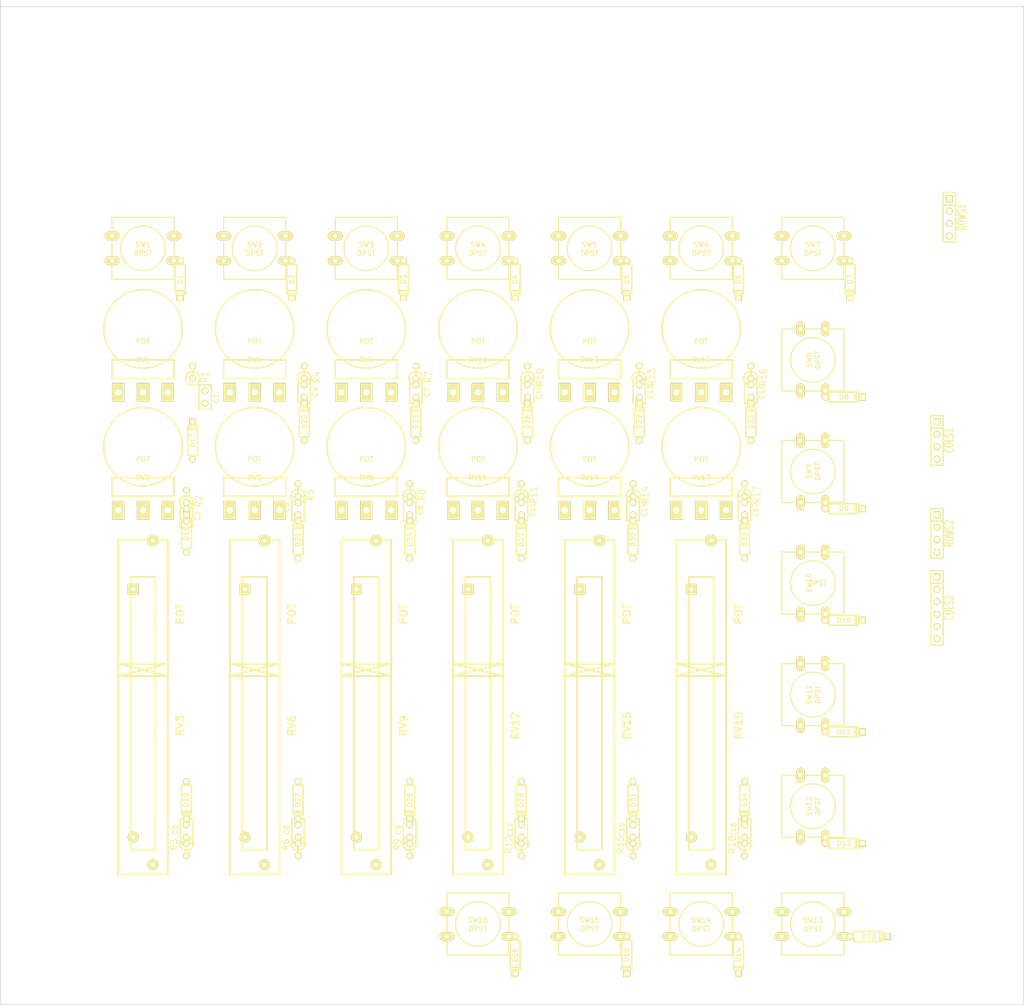
<source format=kicad_pcb>
(kicad_pcb (version 3) (host pcbnew "(2013-mar-25)-stable")

  (general
    (links 206)
    (no_connects 190)
    (area 149.784999 51.994999 359.485001 257.885001)
    (thickness 1.6)
    (drawings 4)
    (tracks 0)
    (zones 0)
    (modules 108)
    (nets 71)
  )

  (page A3)
  (layers
    (15 F.Cu signal)
    (0 B.Cu signal)
    (16 B.Adhes user)
    (17 F.Adhes user)
    (18 B.Paste user)
    (19 F.Paste user)
    (20 B.SilkS user)
    (21 F.SilkS user)
    (22 B.Mask user)
    (23 F.Mask user)
    (24 Dwgs.User user)
    (25 Cmts.User user)
    (26 Eco1.User user)
    (27 Eco2.User user)
    (28 Edge.Cuts user)
  )

  (setup
    (last_trace_width 0.254)
    (trace_clearance 0.254)
    (zone_clearance 0.508)
    (zone_45_only no)
    (trace_min 0.254)
    (segment_width 0.2)
    (edge_width 0.15)
    (via_size 0.889)
    (via_drill 0.635)
    (via_min_size 0.889)
    (via_min_drill 0.508)
    (uvia_size 0.508)
    (uvia_drill 0.127)
    (uvias_allowed no)
    (uvia_min_size 0.508)
    (uvia_min_drill 0.127)
    (pcb_text_width 0.3)
    (pcb_text_size 1.5 1.5)
    (mod_edge_width 0.3)
    (mod_text_size 1.5 1.5)
    (mod_text_width 0.15)
    (pad_size 2.5 3.81)
    (pad_drill 1.27)
    (pad_to_mask_clearance 0.2)
    (aux_axis_origin 0 0)
    (visible_elements FFFFFFBF)
    (pcbplotparams
      (layerselection 3178497)
      (usegerberextensions true)
      (excludeedgelayer true)
      (linewidth 100000)
      (plotframeref false)
      (viasonmask false)
      (mode 1)
      (useauxorigin false)
      (hpglpennumber 1)
      (hpglpenspeed 20)
      (hpglpendiameter 15)
      (hpglpenoverlay 2)
      (psnegative false)
      (psa4output false)
      (plotreference true)
      (plotvalue true)
      (plotothertext true)
      (plotinvisibletext false)
      (padsonsilk false)
      (subtractmaskfromsilk false)
      (outputformat 1)
      (mirror false)
      (drillshape 1)
      (scaleselection 1)
      (outputdirectory ""))
  )

  (net 0 "")
  (net 1 /a1)
  (net 2 /a2)
  (net 3 /a3)
  (net 4 /a4)
  (net 5 /c1)
  (net 6 /c2)
  (net 7 /c3)
  (net 8 /c4)
  (net 9 /col1)
  (net 10 /col2)
  (net 11 /col3)
  (net 12 /col4)
  (net 13 /col5)
  (net 14 /col6)
  (net 15 /row1)
  (net 16 /row2)
  (net 17 /row3)
  (net 18 GND)
  (net 19 N-0000010)
  (net 20 N-0000011)
  (net 21 N-0000012)
  (net 22 N-0000013)
  (net 23 N-0000014)
  (net 24 N-0000015)
  (net 25 N-0000016)
  (net 26 N-0000017)
  (net 27 N-0000018)
  (net 28 N-0000019)
  (net 29 N-0000020)
  (net 30 N-0000021)
  (net 31 N-0000025)
  (net 32 N-0000026)
  (net 33 N-0000029)
  (net 34 N-0000031)
  (net 35 N-0000033)
  (net 36 N-0000034)
  (net 37 N-0000035)
  (net 38 N-0000036)
  (net 39 N-0000037)
  (net 40 N-0000038)
  (net 41 N-0000039)
  (net 42 N-0000040)
  (net 43 N-0000041)
  (net 44 N-0000042)
  (net 45 N-0000043)
  (net 46 N-0000044)
  (net 47 N-000005)
  (net 48 N-0000050)
  (net 49 N-0000051)
  (net 50 N-0000052)
  (net 51 N-0000053)
  (net 52 N-0000054)
  (net 53 N-0000055)
  (net 54 N-0000056)
  (net 55 N-0000057)
  (net 56 N-0000058)
  (net 57 N-0000059)
  (net 58 N-000006)
  (net 59 N-0000060)
  (net 60 N-0000061)
  (net 61 N-0000062)
  (net 62 N-0000063)
  (net 63 N-0000064)
  (net 64 N-0000065)
  (net 65 N-0000066)
  (net 66 N-0000067)
  (net 67 N-0000068)
  (net 68 N-000007)
  (net 69 N-000008)
  (net 70 N-000009)

  (net_class Default "This is the default net class."
    (clearance 0.254)
    (trace_width 0.254)
    (via_dia 0.889)
    (via_drill 0.635)
    (uvia_dia 0.508)
    (uvia_drill 0.127)
    (add_net "")
    (add_net /a1)
    (add_net /a2)
    (add_net /a3)
    (add_net /a4)
    (add_net /c1)
    (add_net /c2)
    (add_net /c3)
    (add_net /c4)
    (add_net /col1)
    (add_net /col2)
    (add_net /col3)
    (add_net /col4)
    (add_net /col5)
    (add_net /col6)
    (add_net /row1)
    (add_net /row2)
    (add_net /row3)
    (add_net GND)
    (add_net N-0000010)
    (add_net N-0000011)
    (add_net N-0000012)
    (add_net N-0000013)
    (add_net N-0000014)
    (add_net N-0000015)
    (add_net N-0000016)
    (add_net N-0000017)
    (add_net N-0000018)
    (add_net N-0000019)
    (add_net N-0000020)
    (add_net N-0000021)
    (add_net N-0000025)
    (add_net N-0000026)
    (add_net N-0000029)
    (add_net N-0000031)
    (add_net N-0000033)
    (add_net N-0000034)
    (add_net N-0000035)
    (add_net N-0000036)
    (add_net N-0000037)
    (add_net N-0000038)
    (add_net N-0000039)
    (add_net N-0000040)
    (add_net N-0000041)
    (add_net N-0000042)
    (add_net N-0000043)
    (add_net N-0000044)
    (add_net N-000005)
    (add_net N-0000050)
    (add_net N-0000051)
    (add_net N-0000052)
    (add_net N-0000053)
    (add_net N-0000054)
    (add_net N-0000055)
    (add_net N-0000056)
    (add_net N-0000057)
    (add_net N-0000058)
    (add_net N-0000059)
    (add_net N-000006)
    (add_net N-0000060)
    (add_net N-0000061)
    (add_net N-0000062)
    (add_net N-0000063)
    (add_net N-0000064)
    (add_net N-0000065)
    (add_net N-0000066)
    (add_net N-0000067)
    (add_net N-0000068)
    (add_net N-000007)
    (add_net N-000008)
    (add_net N-000009)
  )

  (module SW_PUSH-12mm (layer F.Cu) (tedit 5214EF60) (tstamp 5214D9DF)
    (at 316.23 148.59 90)
    (path /5214D1C4)
    (fp_text reference SW9 (at 0 -0.762 90) (layer F.SilkS)
      (effects (font (size 1.016 1.016) (thickness 0.2032)))
    )
    (fp_text value DPST (at 0 1.016 90) (layer F.SilkS)
      (effects (font (size 1.016 1.016) (thickness 0.2032)))
    )
    (fp_circle (center 0 0) (end 3.81 2.54) (layer F.SilkS) (width 0.254))
    (fp_line (start -6.35 -6.35) (end 6.35 -6.35) (layer F.SilkS) (width 0.254))
    (fp_line (start 6.35 -6.35) (end 6.35 6.35) (layer F.SilkS) (width 0.254))
    (fp_line (start 6.35 6.35) (end -6.35 6.35) (layer F.SilkS) (width 0.254))
    (fp_line (start -6.35 6.35) (end -6.35 -6.35) (layer F.SilkS) (width 0.254))
    (pad 1 thru_hole oval (at 6.35 -2.54 90) (size 3.048 1.7272) (drill 0.8128)
      (layers *.Cu *.Mask F.SilkS)
      (net 3 /a3)
    )
    (pad 2 thru_hole oval (at 6.35 2.54 90) (size 3.048 1.7272) (drill 0.8128)
      (layers *.Cu *.Mask F.SilkS)
      (net 22 N-0000013)
    )
    (pad 1 thru_hole oval (at -6.35 -2.54 90) (size 3.048 1.7272) (drill 0.8128)
      (layers *.Cu *.Mask F.SilkS)
      (net 3 /a3)
    )
    (pad 2 thru_hole oval (at -6.35 2.54 90) (size 3.048 1.7272) (drill 0.8128)
      (layers *.Cu *.Mask F.SilkS)
      (net 22 N-0000013)
    )
  )

  (module SW_PUSH-12mm (layer F.Cu) (tedit 4C612761) (tstamp 5214D9EC)
    (at 316.23 125.73 90)
    (path /5214CF8D)
    (fp_text reference SW8 (at 0 -0.762 90) (layer F.SilkS)
      (effects (font (size 1.016 1.016) (thickness 0.2032)))
    )
    (fp_text value DPST (at 0 1.016 90) (layer F.SilkS)
      (effects (font (size 1.016 1.016) (thickness 0.2032)))
    )
    (fp_circle (center 0 0) (end 3.81 2.54) (layer F.SilkS) (width 0.254))
    (fp_line (start -6.35 -6.35) (end 6.35 -6.35) (layer F.SilkS) (width 0.254))
    (fp_line (start 6.35 -6.35) (end 6.35 6.35) (layer F.SilkS) (width 0.254))
    (fp_line (start 6.35 6.35) (end -6.35 6.35) (layer F.SilkS) (width 0.254))
    (fp_line (start -6.35 6.35) (end -6.35 -6.35) (layer F.SilkS) (width 0.254))
    (pad 1 thru_hole oval (at 6.35 -2.54 90) (size 3.048 1.7272) (drill 0.8128)
      (layers *.Cu *.Mask F.SilkS)
      (net 2 /a2)
    )
    (pad 2 thru_hole oval (at 6.35 2.54 90) (size 3.048 1.7272) (drill 0.8128)
      (layers *.Cu *.Mask F.SilkS)
      (net 19 N-0000010)
    )
    (pad 1 thru_hole oval (at -6.35 -2.54 90) (size 3.048 1.7272) (drill 0.8128)
      (layers *.Cu *.Mask F.SilkS)
      (net 2 /a2)
    )
    (pad 2 thru_hole oval (at -6.35 2.54 90) (size 3.048 1.7272) (drill 0.8128)
      (layers *.Cu *.Mask F.SilkS)
      (net 19 N-0000010)
    )
  )

  (module SW_PUSH-12mm (layer F.Cu) (tedit 4C612761) (tstamp 5214D9F9)
    (at 179.07 102.87)
    (path /5214C224)
    (fp_text reference SW1 (at 0 -0.762) (layer F.SilkS)
      (effects (font (size 1.016 1.016) (thickness 0.2032)))
    )
    (fp_text value DPST (at 0 1.016) (layer F.SilkS)
      (effects (font (size 1.016 1.016) (thickness 0.2032)))
    )
    (fp_circle (center 0 0) (end 3.81 2.54) (layer F.SilkS) (width 0.254))
    (fp_line (start -6.35 -6.35) (end 6.35 -6.35) (layer F.SilkS) (width 0.254))
    (fp_line (start 6.35 -6.35) (end 6.35 6.35) (layer F.SilkS) (width 0.254))
    (fp_line (start 6.35 6.35) (end -6.35 6.35) (layer F.SilkS) (width 0.254))
    (fp_line (start -6.35 6.35) (end -6.35 -6.35) (layer F.SilkS) (width 0.254))
    (pad 1 thru_hole oval (at 6.35 -2.54) (size 3.048 1.7272) (drill 0.8128)
      (layers *.Cu *.Mask F.SilkS)
      (net 1 /a1)
    )
    (pad 2 thru_hole oval (at 6.35 2.54) (size 3.048 1.7272) (drill 0.8128)
      (layers *.Cu *.Mask F.SilkS)
      (net 29 N-0000020)
    )
    (pad 1 thru_hole oval (at -6.35 -2.54) (size 3.048 1.7272) (drill 0.8128)
      (layers *.Cu *.Mask F.SilkS)
      (net 1 /a1)
    )
    (pad 2 thru_hole oval (at -6.35 2.54) (size 3.048 1.7272) (drill 0.8128)
      (layers *.Cu *.Mask F.SilkS)
      (net 29 N-0000020)
    )
  )

  (module SW_PUSH-12mm (layer F.Cu) (tedit 4C612761) (tstamp 521A0E53)
    (at 201.93 102.87)
    (path /5214C23F)
    (fp_text reference SW2 (at 0 -0.762) (layer F.SilkS)
      (effects (font (size 1.016 1.016) (thickness 0.2032)))
    )
    (fp_text value DPST (at 0 1.016) (layer F.SilkS)
      (effects (font (size 1.016 1.016) (thickness 0.2032)))
    )
    (fp_circle (center 0 0) (end 3.81 2.54) (layer F.SilkS) (width 0.254))
    (fp_line (start -6.35 -6.35) (end 6.35 -6.35) (layer F.SilkS) (width 0.254))
    (fp_line (start 6.35 -6.35) (end 6.35 6.35) (layer F.SilkS) (width 0.254))
    (fp_line (start 6.35 6.35) (end -6.35 6.35) (layer F.SilkS) (width 0.254))
    (fp_line (start -6.35 6.35) (end -6.35 -6.35) (layer F.SilkS) (width 0.254))
    (pad 1 thru_hole oval (at 6.35 -2.54) (size 3.048 1.7272) (drill 0.8128)
      (layers *.Cu *.Mask F.SilkS)
      (net 1 /a1)
    )
    (pad 2 thru_hole oval (at 6.35 2.54) (size 3.048 1.7272) (drill 0.8128)
      (layers *.Cu *.Mask F.SilkS)
      (net 28 N-0000019)
    )
    (pad 1 thru_hole oval (at -6.35 -2.54) (size 3.048 1.7272) (drill 0.8128)
      (layers *.Cu *.Mask F.SilkS)
      (net 1 /a1)
    )
    (pad 2 thru_hole oval (at -6.35 2.54) (size 3.048 1.7272) (drill 0.8128)
      (layers *.Cu *.Mask F.SilkS)
      (net 28 N-0000019)
    )
  )

  (module SW_PUSH-12mm (layer F.Cu) (tedit 4C612761) (tstamp 5214DA13)
    (at 224.79 102.87)
    (path /5214C24A)
    (fp_text reference SW3 (at 0 -0.762) (layer F.SilkS)
      (effects (font (size 1.016 1.016) (thickness 0.2032)))
    )
    (fp_text value DPST (at 0 1.016) (layer F.SilkS)
      (effects (font (size 1.016 1.016) (thickness 0.2032)))
    )
    (fp_circle (center 0 0) (end 3.81 2.54) (layer F.SilkS) (width 0.254))
    (fp_line (start -6.35 -6.35) (end 6.35 -6.35) (layer F.SilkS) (width 0.254))
    (fp_line (start 6.35 -6.35) (end 6.35 6.35) (layer F.SilkS) (width 0.254))
    (fp_line (start 6.35 6.35) (end -6.35 6.35) (layer F.SilkS) (width 0.254))
    (fp_line (start -6.35 6.35) (end -6.35 -6.35) (layer F.SilkS) (width 0.254))
    (pad 1 thru_hole oval (at 6.35 -2.54) (size 3.048 1.7272) (drill 0.8128)
      (layers *.Cu *.Mask F.SilkS)
      (net 1 /a1)
    )
    (pad 2 thru_hole oval (at 6.35 2.54) (size 3.048 1.7272) (drill 0.8128)
      (layers *.Cu *.Mask F.SilkS)
      (net 27 N-0000018)
    )
    (pad 1 thru_hole oval (at -6.35 -2.54) (size 3.048 1.7272) (drill 0.8128)
      (layers *.Cu *.Mask F.SilkS)
      (net 1 /a1)
    )
    (pad 2 thru_hole oval (at -6.35 2.54) (size 3.048 1.7272) (drill 0.8128)
      (layers *.Cu *.Mask F.SilkS)
      (net 27 N-0000018)
    )
  )

  (module SW_PUSH-12mm (layer F.Cu) (tedit 4C612761) (tstamp 5214DA20)
    (at 247.65 102.87)
    (path /5214C252)
    (fp_text reference SW4 (at 0 -0.762) (layer F.SilkS)
      (effects (font (size 1.016 1.016) (thickness 0.2032)))
    )
    (fp_text value DPST (at 0 1.016) (layer F.SilkS)
      (effects (font (size 1.016 1.016) (thickness 0.2032)))
    )
    (fp_circle (center 0 0) (end 3.81 2.54) (layer F.SilkS) (width 0.254))
    (fp_line (start -6.35 -6.35) (end 6.35 -6.35) (layer F.SilkS) (width 0.254))
    (fp_line (start 6.35 -6.35) (end 6.35 6.35) (layer F.SilkS) (width 0.254))
    (fp_line (start 6.35 6.35) (end -6.35 6.35) (layer F.SilkS) (width 0.254))
    (fp_line (start -6.35 6.35) (end -6.35 -6.35) (layer F.SilkS) (width 0.254))
    (pad 1 thru_hole oval (at 6.35 -2.54) (size 3.048 1.7272) (drill 0.8128)
      (layers *.Cu *.Mask F.SilkS)
      (net 1 /a1)
    )
    (pad 2 thru_hole oval (at 6.35 2.54) (size 3.048 1.7272) (drill 0.8128)
      (layers *.Cu *.Mask F.SilkS)
      (net 26 N-0000017)
    )
    (pad 1 thru_hole oval (at -6.35 -2.54) (size 3.048 1.7272) (drill 0.8128)
      (layers *.Cu *.Mask F.SilkS)
      (net 1 /a1)
    )
    (pad 2 thru_hole oval (at -6.35 2.54) (size 3.048 1.7272) (drill 0.8128)
      (layers *.Cu *.Mask F.SilkS)
      (net 26 N-0000017)
    )
  )

  (module SW_PUSH-12mm (layer F.Cu) (tedit 4C612761) (tstamp 5214EFBF)
    (at 316.23 102.87)
    (path /5214CF87)
    (fp_text reference SW7 (at 0 -0.762) (layer F.SilkS)
      (effects (font (size 1.016 1.016) (thickness 0.2032)))
    )
    (fp_text value DPST (at 0 1.016) (layer F.SilkS)
      (effects (font (size 1.016 1.016) (thickness 0.2032)))
    )
    (fp_circle (center 0 0) (end 3.81 2.54) (layer F.SilkS) (width 0.254))
    (fp_line (start -6.35 -6.35) (end 6.35 -6.35) (layer F.SilkS) (width 0.254))
    (fp_line (start 6.35 -6.35) (end 6.35 6.35) (layer F.SilkS) (width 0.254))
    (fp_line (start 6.35 6.35) (end -6.35 6.35) (layer F.SilkS) (width 0.254))
    (fp_line (start -6.35 6.35) (end -6.35 -6.35) (layer F.SilkS) (width 0.254))
    (pad 1 thru_hole oval (at 6.35 -2.54) (size 3.048 1.7272) (drill 0.8128)
      (layers *.Cu *.Mask F.SilkS)
      (net 2 /a2)
    )
    (pad 2 thru_hole oval (at 6.35 2.54) (size 3.048 1.7272) (drill 0.8128)
      (layers *.Cu *.Mask F.SilkS)
      (net 20 N-0000011)
    )
    (pad 1 thru_hole oval (at -6.35 -2.54) (size 3.048 1.7272) (drill 0.8128)
      (layers *.Cu *.Mask F.SilkS)
      (net 2 /a2)
    )
    (pad 2 thru_hole oval (at -6.35 2.54) (size 3.048 1.7272) (drill 0.8128)
      (layers *.Cu *.Mask F.SilkS)
      (net 20 N-0000011)
    )
  )

  (module SW_PUSH-12mm (layer F.Cu) (tedit 4C612761) (tstamp 5214DA3A)
    (at 293.37 102.87)
    (path /5214CF81)
    (fp_text reference SW6 (at 0 -0.762) (layer F.SilkS)
      (effects (font (size 1.016 1.016) (thickness 0.2032)))
    )
    (fp_text value DPST (at 0 1.016) (layer F.SilkS)
      (effects (font (size 1.016 1.016) (thickness 0.2032)))
    )
    (fp_circle (center 0 0) (end 3.81 2.54) (layer F.SilkS) (width 0.254))
    (fp_line (start -6.35 -6.35) (end 6.35 -6.35) (layer F.SilkS) (width 0.254))
    (fp_line (start 6.35 -6.35) (end 6.35 6.35) (layer F.SilkS) (width 0.254))
    (fp_line (start 6.35 6.35) (end -6.35 6.35) (layer F.SilkS) (width 0.254))
    (fp_line (start -6.35 6.35) (end -6.35 -6.35) (layer F.SilkS) (width 0.254))
    (pad 1 thru_hole oval (at 6.35 -2.54) (size 3.048 1.7272) (drill 0.8128)
      (layers *.Cu *.Mask F.SilkS)
      (net 2 /a2)
    )
    (pad 2 thru_hole oval (at 6.35 2.54) (size 3.048 1.7272) (drill 0.8128)
      (layers *.Cu *.Mask F.SilkS)
      (net 21 N-0000012)
    )
    (pad 1 thru_hole oval (at -6.35 -2.54) (size 3.048 1.7272) (drill 0.8128)
      (layers *.Cu *.Mask F.SilkS)
      (net 2 /a2)
    )
    (pad 2 thru_hole oval (at -6.35 2.54) (size 3.048 1.7272) (drill 0.8128)
      (layers *.Cu *.Mask F.SilkS)
      (net 21 N-0000012)
    )
  )

  (module SW_PUSH-12mm (layer F.Cu) (tedit 5214EF19) (tstamp 5214DA47)
    (at 316.23 171.45 90)
    (path /5214D1CA)
    (fp_text reference SW10 (at 0 -0.762 90) (layer F.SilkS)
      (effects (font (size 1.016 1.016) (thickness 0.2032)))
    )
    (fp_text value DPST (at 0 1.016 180) (layer F.SilkS)
      (effects (font (size 1.016 1.016) (thickness 0.2032)))
    )
    (fp_circle (center 0 0) (end 3.81 2.54) (layer F.SilkS) (width 0.254))
    (fp_line (start -6.35 -6.35) (end 6.35 -6.35) (layer F.SilkS) (width 0.254))
    (fp_line (start 6.35 -6.35) (end 6.35 6.35) (layer F.SilkS) (width 0.254))
    (fp_line (start 6.35 6.35) (end -6.35 6.35) (layer F.SilkS) (width 0.254))
    (fp_line (start -6.35 6.35) (end -6.35 -6.35) (layer F.SilkS) (width 0.254))
    (pad 1 thru_hole oval (at 6.35 -2.54 90) (size 3.048 1.7272) (drill 0.8128)
      (layers *.Cu *.Mask F.SilkS)
      (net 3 /a3)
    )
    (pad 2 thru_hole oval (at 6.35 2.54 90) (size 3.048 1.7272) (drill 0.8128)
      (layers *.Cu *.Mask F.SilkS)
      (net 23 N-0000014)
    )
    (pad 1 thru_hole oval (at -6.35 -2.54 90) (size 3.048 1.7272) (drill 0.8128)
      (layers *.Cu *.Mask F.SilkS)
      (net 3 /a3)
    )
    (pad 2 thru_hole oval (at -6.35 2.54 90) (size 3.048 1.7272) (drill 0.8128)
      (layers *.Cu *.Mask F.SilkS)
      (net 23 N-0000014)
    )
  )

  (module SW_PUSH-12mm (layer F.Cu) (tedit 4C612761) (tstamp 5214DA54)
    (at 247.65 241.3)
    (path /5214D23B)
    (fp_text reference SW16 (at 0 -0.762) (layer F.SilkS)
      (effects (font (size 1.016 1.016) (thickness 0.2032)))
    )
    (fp_text value DPST (at 0 1.016) (layer F.SilkS)
      (effects (font (size 1.016 1.016) (thickness 0.2032)))
    )
    (fp_circle (center 0 0) (end 3.81 2.54) (layer F.SilkS) (width 0.254))
    (fp_line (start -6.35 -6.35) (end 6.35 -6.35) (layer F.SilkS) (width 0.254))
    (fp_line (start 6.35 -6.35) (end 6.35 6.35) (layer F.SilkS) (width 0.254))
    (fp_line (start 6.35 6.35) (end -6.35 6.35) (layer F.SilkS) (width 0.254))
    (fp_line (start -6.35 6.35) (end -6.35 -6.35) (layer F.SilkS) (width 0.254))
    (pad 1 thru_hole oval (at 6.35 -2.54) (size 3.048 1.7272) (drill 0.8128)
      (layers *.Cu *.Mask F.SilkS)
      (net 4 /a4)
    )
    (pad 2 thru_hole oval (at 6.35 2.54) (size 3.048 1.7272) (drill 0.8128)
      (layers *.Cu *.Mask F.SilkS)
      (net 58 N-000006)
    )
    (pad 1 thru_hole oval (at -6.35 -2.54) (size 3.048 1.7272) (drill 0.8128)
      (layers *.Cu *.Mask F.SilkS)
      (net 4 /a4)
    )
    (pad 2 thru_hole oval (at -6.35 2.54) (size 3.048 1.7272) (drill 0.8128)
      (layers *.Cu *.Mask F.SilkS)
      (net 58 N-000006)
    )
  )

  (module SW_PUSH-12mm (layer F.Cu) (tedit 4C612761) (tstamp 5214DA61)
    (at 270.51 102.87)
    (path /5214C67D)
    (fp_text reference SW5 (at 0 -0.762) (layer F.SilkS)
      (effects (font (size 1.016 1.016) (thickness 0.2032)))
    )
    (fp_text value DPST (at 0 1.016) (layer F.SilkS)
      (effects (font (size 1.016 1.016) (thickness 0.2032)))
    )
    (fp_circle (center 0 0) (end 3.81 2.54) (layer F.SilkS) (width 0.254))
    (fp_line (start -6.35 -6.35) (end 6.35 -6.35) (layer F.SilkS) (width 0.254))
    (fp_line (start 6.35 -6.35) (end 6.35 6.35) (layer F.SilkS) (width 0.254))
    (fp_line (start 6.35 6.35) (end -6.35 6.35) (layer F.SilkS) (width 0.254))
    (fp_line (start -6.35 6.35) (end -6.35 -6.35) (layer F.SilkS) (width 0.254))
    (pad 1 thru_hole oval (at 6.35 -2.54) (size 3.048 1.7272) (drill 0.8128)
      (layers *.Cu *.Mask F.SilkS)
      (net 2 /a2)
    )
    (pad 2 thru_hole oval (at 6.35 2.54) (size 3.048 1.7272) (drill 0.8128)
      (layers *.Cu *.Mask F.SilkS)
      (net 70 N-000009)
    )
    (pad 1 thru_hole oval (at -6.35 -2.54) (size 3.048 1.7272) (drill 0.8128)
      (layers *.Cu *.Mask F.SilkS)
      (net 2 /a2)
    )
    (pad 2 thru_hole oval (at -6.35 2.54) (size 3.048 1.7272) (drill 0.8128)
      (layers *.Cu *.Mask F.SilkS)
      (net 70 N-000009)
    )
  )

  (module SW_PUSH-12mm (layer F.Cu) (tedit 4C612761) (tstamp 5214DA6E)
    (at 293.37 241.3)
    (path /5214D22F)
    (fp_text reference SW14 (at 0 -0.762) (layer F.SilkS)
      (effects (font (size 1.016 1.016) (thickness 0.2032)))
    )
    (fp_text value DPST (at 0 1.016) (layer F.SilkS)
      (effects (font (size 1.016 1.016) (thickness 0.2032)))
    )
    (fp_circle (center 0 0) (end 3.81 2.54) (layer F.SilkS) (width 0.254))
    (fp_line (start -6.35 -6.35) (end 6.35 -6.35) (layer F.SilkS) (width 0.254))
    (fp_line (start 6.35 -6.35) (end 6.35 6.35) (layer F.SilkS) (width 0.254))
    (fp_line (start 6.35 6.35) (end -6.35 6.35) (layer F.SilkS) (width 0.254))
    (fp_line (start -6.35 6.35) (end -6.35 -6.35) (layer F.SilkS) (width 0.254))
    (pad 1 thru_hole oval (at 6.35 -2.54) (size 3.048 1.7272) (drill 0.8128)
      (layers *.Cu *.Mask F.SilkS)
      (net 4 /a4)
    )
    (pad 2 thru_hole oval (at 6.35 2.54) (size 3.048 1.7272) (drill 0.8128)
      (layers *.Cu *.Mask F.SilkS)
      (net 69 N-000008)
    )
    (pad 1 thru_hole oval (at -6.35 -2.54) (size 3.048 1.7272) (drill 0.8128)
      (layers *.Cu *.Mask F.SilkS)
      (net 4 /a4)
    )
    (pad 2 thru_hole oval (at -6.35 2.54) (size 3.048 1.7272) (drill 0.8128)
      (layers *.Cu *.Mask F.SilkS)
      (net 69 N-000008)
    )
  )

  (module SW_PUSH-12mm (layer F.Cu) (tedit 4C612761) (tstamp 5214DA7B)
    (at 316.23 194.31 90)
    (path /5214D1D0)
    (fp_text reference SW11 (at 0 -0.762 90) (layer F.SilkS)
      (effects (font (size 1.016 1.016) (thickness 0.2032)))
    )
    (fp_text value DPST (at 0 1.016 90) (layer F.SilkS)
      (effects (font (size 1.016 1.016) (thickness 0.2032)))
    )
    (fp_circle (center 0 0) (end 3.81 2.54) (layer F.SilkS) (width 0.254))
    (fp_line (start -6.35 -6.35) (end 6.35 -6.35) (layer F.SilkS) (width 0.254))
    (fp_line (start 6.35 -6.35) (end 6.35 6.35) (layer F.SilkS) (width 0.254))
    (fp_line (start 6.35 6.35) (end -6.35 6.35) (layer F.SilkS) (width 0.254))
    (fp_line (start -6.35 6.35) (end -6.35 -6.35) (layer F.SilkS) (width 0.254))
    (pad 1 thru_hole oval (at 6.35 -2.54 90) (size 3.048 1.7272) (drill 0.8128)
      (layers *.Cu *.Mask F.SilkS)
      (net 3 /a3)
    )
    (pad 2 thru_hole oval (at 6.35 2.54 90) (size 3.048 1.7272) (drill 0.8128)
      (layers *.Cu *.Mask F.SilkS)
      (net 24 N-0000015)
    )
    (pad 1 thru_hole oval (at -6.35 -2.54 90) (size 3.048 1.7272) (drill 0.8128)
      (layers *.Cu *.Mask F.SilkS)
      (net 3 /a3)
    )
    (pad 2 thru_hole oval (at -6.35 2.54 90) (size 3.048 1.7272) (drill 0.8128)
      (layers *.Cu *.Mask F.SilkS)
      (net 24 N-0000015)
    )
  )

  (module SW_PUSH-12mm (layer F.Cu) (tedit 4C612761) (tstamp 5214DA88)
    (at 316.23 241.3)
    (path /5214D218)
    (fp_text reference SW13 (at 0 -0.762) (layer F.SilkS)
      (effects (font (size 1.016 1.016) (thickness 0.2032)))
    )
    (fp_text value DPST (at 0 1.016) (layer F.SilkS)
      (effects (font (size 1.016 1.016) (thickness 0.2032)))
    )
    (fp_circle (center 0 0) (end 3.81 2.54) (layer F.SilkS) (width 0.254))
    (fp_line (start -6.35 -6.35) (end 6.35 -6.35) (layer F.SilkS) (width 0.254))
    (fp_line (start 6.35 -6.35) (end 6.35 6.35) (layer F.SilkS) (width 0.254))
    (fp_line (start 6.35 6.35) (end -6.35 6.35) (layer F.SilkS) (width 0.254))
    (fp_line (start -6.35 6.35) (end -6.35 -6.35) (layer F.SilkS) (width 0.254))
    (pad 1 thru_hole oval (at 6.35 -2.54) (size 3.048 1.7272) (drill 0.8128)
      (layers *.Cu *.Mask F.SilkS)
      (net 4 /a4)
    )
    (pad 2 thru_hole oval (at 6.35 2.54) (size 3.048 1.7272) (drill 0.8128)
      (layers *.Cu *.Mask F.SilkS)
      (net 47 N-000005)
    )
    (pad 1 thru_hole oval (at -6.35 -2.54) (size 3.048 1.7272) (drill 0.8128)
      (layers *.Cu *.Mask F.SilkS)
      (net 4 /a4)
    )
    (pad 2 thru_hole oval (at -6.35 2.54) (size 3.048 1.7272) (drill 0.8128)
      (layers *.Cu *.Mask F.SilkS)
      (net 47 N-000005)
    )
  )

  (module SW_PUSH-12mm (layer F.Cu) (tedit 4C612761) (tstamp 5214DA95)
    (at 270.51 241.3)
    (path /5214D235)
    (fp_text reference SW15 (at 0 -0.762) (layer F.SilkS)
      (effects (font (size 1.016 1.016) (thickness 0.2032)))
    )
    (fp_text value DPST (at 0 1.016) (layer F.SilkS)
      (effects (font (size 1.016 1.016) (thickness 0.2032)))
    )
    (fp_circle (center 0 0) (end 3.81 2.54) (layer F.SilkS) (width 0.254))
    (fp_line (start -6.35 -6.35) (end 6.35 -6.35) (layer F.SilkS) (width 0.254))
    (fp_line (start 6.35 -6.35) (end 6.35 6.35) (layer F.SilkS) (width 0.254))
    (fp_line (start 6.35 6.35) (end -6.35 6.35) (layer F.SilkS) (width 0.254))
    (fp_line (start -6.35 6.35) (end -6.35 -6.35) (layer F.SilkS) (width 0.254))
    (pad 1 thru_hole oval (at 6.35 -2.54) (size 3.048 1.7272) (drill 0.8128)
      (layers *.Cu *.Mask F.SilkS)
      (net 4 /a4)
    )
    (pad 2 thru_hole oval (at 6.35 2.54) (size 3.048 1.7272) (drill 0.8128)
      (layers *.Cu *.Mask F.SilkS)
      (net 68 N-000007)
    )
    (pad 1 thru_hole oval (at -6.35 -2.54) (size 3.048 1.7272) (drill 0.8128)
      (layers *.Cu *.Mask F.SilkS)
      (net 4 /a4)
    )
    (pad 2 thru_hole oval (at -6.35 2.54) (size 3.048 1.7272) (drill 0.8128)
      (layers *.Cu *.Mask F.SilkS)
      (net 68 N-000007)
    )
  )

  (module SW_PUSH-12mm (layer F.Cu) (tedit 4C612761) (tstamp 5214DAA2)
    (at 316.23 217.17 90)
    (path /5214D1D6)
    (fp_text reference SW12 (at 0 -0.762 90) (layer F.SilkS)
      (effects (font (size 1.016 1.016) (thickness 0.2032)))
    )
    (fp_text value DPST (at 0 1.016 90) (layer F.SilkS)
      (effects (font (size 1.016 1.016) (thickness 0.2032)))
    )
    (fp_circle (center 0 0) (end 3.81 2.54) (layer F.SilkS) (width 0.254))
    (fp_line (start -6.35 -6.35) (end 6.35 -6.35) (layer F.SilkS) (width 0.254))
    (fp_line (start 6.35 -6.35) (end 6.35 6.35) (layer F.SilkS) (width 0.254))
    (fp_line (start 6.35 6.35) (end -6.35 6.35) (layer F.SilkS) (width 0.254))
    (fp_line (start -6.35 6.35) (end -6.35 -6.35) (layer F.SilkS) (width 0.254))
    (pad 1 thru_hole oval (at 6.35 -2.54 90) (size 3.048 1.7272) (drill 0.8128)
      (layers *.Cu *.Mask F.SilkS)
      (net 3 /a3)
    )
    (pad 2 thru_hole oval (at 6.35 2.54 90) (size 3.048 1.7272) (drill 0.8128)
      (layers *.Cu *.Mask F.SilkS)
      (net 25 N-0000016)
    )
    (pad 1 thru_hole oval (at -6.35 -2.54 90) (size 3.048 1.7272) (drill 0.8128)
      (layers *.Cu *.Mask F.SilkS)
      (net 3 /a3)
    )
    (pad 2 thru_hole oval (at -6.35 2.54 90) (size 3.048 1.7272) (drill 0.8128)
      (layers *.Cu *.Mask F.SilkS)
      (net 25 N-0000016)
    )
  )

  (module SIL-4 (layer F.Cu) (tedit 200000) (tstamp 5214FF91)
    (at 341.63 142.24 270)
    (descr "Connecteur 4 pibs")
    (tags "CONN DEV")
    (path /5214C101)
    (fp_text reference COLS1 (at 0 -2.54 270) (layer F.SilkS)
      (effects (font (size 1.73482 1.08712) (thickness 0.3048)))
    )
    (fp_text value CONN_4 (at 0 -2.54 270) (layer F.SilkS) hide
      (effects (font (size 1.524 1.016) (thickness 0.3048)))
    )
    (fp_line (start -5.08 -1.27) (end -5.08 -1.27) (layer F.SilkS) (width 0.3048))
    (fp_line (start -5.08 1.27) (end -5.08 -1.27) (layer F.SilkS) (width 0.3048))
    (fp_line (start -5.08 -1.27) (end -5.08 -1.27) (layer F.SilkS) (width 0.3048))
    (fp_line (start -5.08 -1.27) (end 5.08 -1.27) (layer F.SilkS) (width 0.3048))
    (fp_line (start 5.08 -1.27) (end 5.08 1.27) (layer F.SilkS) (width 0.3048))
    (fp_line (start 5.08 1.27) (end -5.08 1.27) (layer F.SilkS) (width 0.3048))
    (fp_line (start -2.54 1.27) (end -2.54 -1.27) (layer F.SilkS) (width 0.3048))
    (pad 1 thru_hole rect (at -3.81 0 270) (size 1.397 1.397) (drill 0.8128)
      (layers *.Cu *.Mask F.SilkS)
      (net 5 /c1)
    )
    (pad 2 thru_hole circle (at -1.27 0 270) (size 1.397 1.397) (drill 0.8128)
      (layers *.Cu *.Mask F.SilkS)
      (net 6 /c2)
    )
    (pad 3 thru_hole circle (at 1.27 0 270) (size 1.397 1.397) (drill 0.8128)
      (layers *.Cu *.Mask F.SilkS)
      (net 7 /c3)
    )
    (pad 4 thru_hole circle (at 3.81 0 270) (size 1.397 1.397) (drill 0.8128)
      (layers *.Cu *.Mask F.SilkS)
      (net 8 /c4)
    )
  )

  (module SIL-4 (layer F.Cu) (tedit 200000) (tstamp 5214DAC0)
    (at 344.17 96.52 270)
    (descr "Connecteur 4 pibs")
    (tags "CONN DEV")
    (path /5214C0F4)
    (fp_text reference ROWS1 (at 0 -2.54 270) (layer F.SilkS)
      (effects (font (size 1.73482 1.08712) (thickness 0.3048)))
    )
    (fp_text value CONN_4 (at 0 -2.54 270) (layer F.SilkS) hide
      (effects (font (size 1.524 1.016) (thickness 0.3048)))
    )
    (fp_line (start -5.08 -1.27) (end -5.08 -1.27) (layer F.SilkS) (width 0.3048))
    (fp_line (start -5.08 1.27) (end -5.08 -1.27) (layer F.SilkS) (width 0.3048))
    (fp_line (start -5.08 -1.27) (end -5.08 -1.27) (layer F.SilkS) (width 0.3048))
    (fp_line (start -5.08 -1.27) (end 5.08 -1.27) (layer F.SilkS) (width 0.3048))
    (fp_line (start 5.08 -1.27) (end 5.08 1.27) (layer F.SilkS) (width 0.3048))
    (fp_line (start 5.08 1.27) (end -5.08 1.27) (layer F.SilkS) (width 0.3048))
    (fp_line (start -2.54 1.27) (end -2.54 -1.27) (layer F.SilkS) (width 0.3048))
    (pad 1 thru_hole rect (at -3.81 0 270) (size 1.397 1.397) (drill 0.8128)
      (layers *.Cu *.Mask F.SilkS)
      (net 1 /a1)
    )
    (pad 2 thru_hole circle (at -1.27 0 270) (size 1.397 1.397) (drill 0.8128)
      (layers *.Cu *.Mask F.SilkS)
      (net 2 /a2)
    )
    (pad 3 thru_hole circle (at 1.27 0 270) (size 1.397 1.397) (drill 0.8128)
      (layers *.Cu *.Mask F.SilkS)
      (net 3 /a3)
    )
    (pad 4 thru_hole circle (at 3.81 0 270) (size 1.397 1.397) (drill 0.8128)
      (layers *.Cu *.Mask F.SilkS)
      (net 4 /a4)
    )
  )

  (module D3 (layer F.Cu) (tedit 200000) (tstamp 5214DAD0)
    (at 322.58 179.07)
    (descr "Diode 3 pas")
    (tags "DIODE DEV")
    (path /5214D1EE)
    (fp_text reference D10 (at 0 0) (layer F.SilkS)
      (effects (font (size 1.016 1.016) (thickness 0.2032)))
    )
    (fp_text value DIODE (at 0 0) (layer F.SilkS) hide
      (effects (font (size 1.016 1.016) (thickness 0.2032)))
    )
    (fp_line (start 3.81 0) (end 3.048 0) (layer F.SilkS) (width 0.3048))
    (fp_line (start 3.048 0) (end 3.048 -1.016) (layer F.SilkS) (width 0.3048))
    (fp_line (start 3.048 -1.016) (end -3.048 -1.016) (layer F.SilkS) (width 0.3048))
    (fp_line (start -3.048 -1.016) (end -3.048 0) (layer F.SilkS) (width 0.3048))
    (fp_line (start -3.048 0) (end -3.81 0) (layer F.SilkS) (width 0.3048))
    (fp_line (start -3.048 0) (end -3.048 1.016) (layer F.SilkS) (width 0.3048))
    (fp_line (start -3.048 1.016) (end 3.048 1.016) (layer F.SilkS) (width 0.3048))
    (fp_line (start 3.048 1.016) (end 3.048 0) (layer F.SilkS) (width 0.3048))
    (fp_line (start 2.54 -1.016) (end 2.54 1.016) (layer F.SilkS) (width 0.3048))
    (fp_line (start 2.286 1.016) (end 2.286 -1.016) (layer F.SilkS) (width 0.3048))
    (pad 2 thru_hole rect (at 3.81 0) (size 1.397 1.397) (drill 0.8128)
      (layers *.Cu *.Mask F.SilkS)
      (net 6 /c2)
    )
    (pad 1 thru_hole circle (at -3.81 0) (size 1.397 1.397) (drill 0.8128)
      (layers *.Cu *.Mask F.SilkS)
      (net 23 N-0000014)
    )
    (model discret/diode.wrl
      (at (xyz 0 0 0))
      (scale (xyz 0.3 0.3 0.3))
      (rotate (xyz 0 0 0))
    )
  )

  (module D3 (layer F.Cu) (tedit 200000) (tstamp 5214DAE0)
    (at 322.58 224.79)
    (descr "Diode 3 pas")
    (tags "DIODE DEV")
    (path /5214D1FA)
    (fp_text reference D12 (at 0 0) (layer F.SilkS)
      (effects (font (size 1.016 1.016) (thickness 0.2032)))
    )
    (fp_text value DIODE (at 0 0) (layer F.SilkS) hide
      (effects (font (size 1.016 1.016) (thickness 0.2032)))
    )
    (fp_line (start 3.81 0) (end 3.048 0) (layer F.SilkS) (width 0.3048))
    (fp_line (start 3.048 0) (end 3.048 -1.016) (layer F.SilkS) (width 0.3048))
    (fp_line (start 3.048 -1.016) (end -3.048 -1.016) (layer F.SilkS) (width 0.3048))
    (fp_line (start -3.048 -1.016) (end -3.048 0) (layer F.SilkS) (width 0.3048))
    (fp_line (start -3.048 0) (end -3.81 0) (layer F.SilkS) (width 0.3048))
    (fp_line (start -3.048 0) (end -3.048 1.016) (layer F.SilkS) (width 0.3048))
    (fp_line (start -3.048 1.016) (end 3.048 1.016) (layer F.SilkS) (width 0.3048))
    (fp_line (start 3.048 1.016) (end 3.048 0) (layer F.SilkS) (width 0.3048))
    (fp_line (start 2.54 -1.016) (end 2.54 1.016) (layer F.SilkS) (width 0.3048))
    (fp_line (start 2.286 1.016) (end 2.286 -1.016) (layer F.SilkS) (width 0.3048))
    (pad 2 thru_hole rect (at 3.81 0) (size 1.397 1.397) (drill 0.8128)
      (layers *.Cu *.Mask F.SilkS)
      (net 8 /c4)
    )
    (pad 1 thru_hole circle (at -3.81 0) (size 1.397 1.397) (drill 0.8128)
      (layers *.Cu *.Mask F.SilkS)
      (net 25 N-0000016)
    )
    (model discret/diode.wrl
      (at (xyz 0 0 0))
      (scale (xyz 0.3 0.3 0.3))
      (rotate (xyz 0 0 0))
    )
  )

  (module D3 (layer F.Cu) (tedit 200000) (tstamp 521500F6)
    (at 300.99 247.65 270)
    (descr "Diode 3 pas")
    (tags "DIODE DEV")
    (path /5214D241)
    (fp_text reference D14 (at 0 0 270) (layer F.SilkS)
      (effects (font (size 1.016 1.016) (thickness 0.2032)))
    )
    (fp_text value DIODE (at 0 0 270) (layer F.SilkS) hide
      (effects (font (size 1.016 1.016) (thickness 0.2032)))
    )
    (fp_line (start 3.81 0) (end 3.048 0) (layer F.SilkS) (width 0.3048))
    (fp_line (start 3.048 0) (end 3.048 -1.016) (layer F.SilkS) (width 0.3048))
    (fp_line (start 3.048 -1.016) (end -3.048 -1.016) (layer F.SilkS) (width 0.3048))
    (fp_line (start -3.048 -1.016) (end -3.048 0) (layer F.SilkS) (width 0.3048))
    (fp_line (start -3.048 0) (end -3.81 0) (layer F.SilkS) (width 0.3048))
    (fp_line (start -3.048 0) (end -3.048 1.016) (layer F.SilkS) (width 0.3048))
    (fp_line (start -3.048 1.016) (end 3.048 1.016) (layer F.SilkS) (width 0.3048))
    (fp_line (start 3.048 1.016) (end 3.048 0) (layer F.SilkS) (width 0.3048))
    (fp_line (start 2.54 -1.016) (end 2.54 1.016) (layer F.SilkS) (width 0.3048))
    (fp_line (start 2.286 1.016) (end 2.286 -1.016) (layer F.SilkS) (width 0.3048))
    (pad 2 thru_hole rect (at 3.81 0 270) (size 1.397 1.397) (drill 0.8128)
      (layers *.Cu *.Mask F.SilkS)
      (net 6 /c2)
    )
    (pad 1 thru_hole circle (at -3.81 0 270) (size 1.397 1.397) (drill 0.8128)
      (layers *.Cu *.Mask F.SilkS)
      (net 69 N-000008)
    )
    (model discret/diode.wrl
      (at (xyz 0 0 0))
      (scale (xyz 0.3 0.3 0.3))
      (rotate (xyz 0 0 0))
    )
  )

  (module D3 (layer F.Cu) (tedit 200000) (tstamp 5214DB00)
    (at 255.27 247.65 270)
    (descr "Diode 3 pas")
    (tags "DIODE DEV")
    (path /5214D24D)
    (fp_text reference D16 (at 0 0 270) (layer F.SilkS)
      (effects (font (size 1.016 1.016) (thickness 0.2032)))
    )
    (fp_text value DIODE (at 0 0 270) (layer F.SilkS) hide
      (effects (font (size 1.016 1.016) (thickness 0.2032)))
    )
    (fp_line (start 3.81 0) (end 3.048 0) (layer F.SilkS) (width 0.3048))
    (fp_line (start 3.048 0) (end 3.048 -1.016) (layer F.SilkS) (width 0.3048))
    (fp_line (start 3.048 -1.016) (end -3.048 -1.016) (layer F.SilkS) (width 0.3048))
    (fp_line (start -3.048 -1.016) (end -3.048 0) (layer F.SilkS) (width 0.3048))
    (fp_line (start -3.048 0) (end -3.81 0) (layer F.SilkS) (width 0.3048))
    (fp_line (start -3.048 0) (end -3.048 1.016) (layer F.SilkS) (width 0.3048))
    (fp_line (start -3.048 1.016) (end 3.048 1.016) (layer F.SilkS) (width 0.3048))
    (fp_line (start 3.048 1.016) (end 3.048 0) (layer F.SilkS) (width 0.3048))
    (fp_line (start 2.54 -1.016) (end 2.54 1.016) (layer F.SilkS) (width 0.3048))
    (fp_line (start 2.286 1.016) (end 2.286 -1.016) (layer F.SilkS) (width 0.3048))
    (pad 2 thru_hole rect (at 3.81 0 270) (size 1.397 1.397) (drill 0.8128)
      (layers *.Cu *.Mask F.SilkS)
      (net 8 /c4)
    )
    (pad 1 thru_hole circle (at -3.81 0 270) (size 1.397 1.397) (drill 0.8128)
      (layers *.Cu *.Mask F.SilkS)
      (net 58 N-000006)
    )
    (model discret/diode.wrl
      (at (xyz 0 0 0))
      (scale (xyz 0.3 0.3 0.3))
      (rotate (xyz 0 0 0))
    )
  )

  (module D3 (layer F.Cu) (tedit 200000) (tstamp 521500E5)
    (at 322.58 156.21)
    (descr "Diode 3 pas")
    (tags "DIODE DEV")
    (path /5214D1E8)
    (fp_text reference D9 (at 0 0) (layer F.SilkS)
      (effects (font (size 1.016 1.016) (thickness 0.2032)))
    )
    (fp_text value DIODE (at 0 0) (layer F.SilkS) hide
      (effects (font (size 1.016 1.016) (thickness 0.2032)))
    )
    (fp_line (start 3.81 0) (end 3.048 0) (layer F.SilkS) (width 0.3048))
    (fp_line (start 3.048 0) (end 3.048 -1.016) (layer F.SilkS) (width 0.3048))
    (fp_line (start 3.048 -1.016) (end -3.048 -1.016) (layer F.SilkS) (width 0.3048))
    (fp_line (start -3.048 -1.016) (end -3.048 0) (layer F.SilkS) (width 0.3048))
    (fp_line (start -3.048 0) (end -3.81 0) (layer F.SilkS) (width 0.3048))
    (fp_line (start -3.048 0) (end -3.048 1.016) (layer F.SilkS) (width 0.3048))
    (fp_line (start -3.048 1.016) (end 3.048 1.016) (layer F.SilkS) (width 0.3048))
    (fp_line (start 3.048 1.016) (end 3.048 0) (layer F.SilkS) (width 0.3048))
    (fp_line (start 2.54 -1.016) (end 2.54 1.016) (layer F.SilkS) (width 0.3048))
    (fp_line (start 2.286 1.016) (end 2.286 -1.016) (layer F.SilkS) (width 0.3048))
    (pad 2 thru_hole rect (at 3.81 0) (size 1.397 1.397) (drill 0.8128)
      (layers *.Cu *.Mask F.SilkS)
      (net 5 /c1)
    )
    (pad 1 thru_hole circle (at -3.81 0) (size 1.397 1.397) (drill 0.8128)
      (layers *.Cu *.Mask F.SilkS)
      (net 22 N-0000013)
    )
    (model discret/diode.wrl
      (at (xyz 0 0 0))
      (scale (xyz 0.3 0.3 0.3))
      (rotate (xyz 0 0 0))
    )
  )

  (module D3 (layer F.Cu) (tedit 200000) (tstamp 5214DB20)
    (at 322.58 133.35)
    (descr "Diode 3 pas")
    (tags "DIODE DEV")
    (path /5214CFAB)
    (fp_text reference D8 (at 0 0) (layer F.SilkS)
      (effects (font (size 1.016 1.016) (thickness 0.2032)))
    )
    (fp_text value DIODE (at 0 0) (layer F.SilkS) hide
      (effects (font (size 1.016 1.016) (thickness 0.2032)))
    )
    (fp_line (start 3.81 0) (end 3.048 0) (layer F.SilkS) (width 0.3048))
    (fp_line (start 3.048 0) (end 3.048 -1.016) (layer F.SilkS) (width 0.3048))
    (fp_line (start 3.048 -1.016) (end -3.048 -1.016) (layer F.SilkS) (width 0.3048))
    (fp_line (start -3.048 -1.016) (end -3.048 0) (layer F.SilkS) (width 0.3048))
    (fp_line (start -3.048 0) (end -3.81 0) (layer F.SilkS) (width 0.3048))
    (fp_line (start -3.048 0) (end -3.048 1.016) (layer F.SilkS) (width 0.3048))
    (fp_line (start -3.048 1.016) (end 3.048 1.016) (layer F.SilkS) (width 0.3048))
    (fp_line (start 3.048 1.016) (end 3.048 0) (layer F.SilkS) (width 0.3048))
    (fp_line (start 2.54 -1.016) (end 2.54 1.016) (layer F.SilkS) (width 0.3048))
    (fp_line (start 2.286 1.016) (end 2.286 -1.016) (layer F.SilkS) (width 0.3048))
    (pad 2 thru_hole rect (at 3.81 0) (size 1.397 1.397) (drill 0.8128)
      (layers *.Cu *.Mask F.SilkS)
      (net 8 /c4)
    )
    (pad 1 thru_hole circle (at -3.81 0) (size 1.397 1.397) (drill 0.8128)
      (layers *.Cu *.Mask F.SilkS)
      (net 19 N-0000010)
    )
    (model discret/diode.wrl
      (at (xyz 0 0 0))
      (scale (xyz 0.3 0.3 0.3))
      (rotate (xyz 0 0 0))
    )
  )

  (module D3 (layer F.Cu) (tedit 200000) (tstamp 521500D4)
    (at 323.85 109.22 270)
    (descr "Diode 3 pas")
    (tags "DIODE DEV")
    (path /5214CFA5)
    (fp_text reference D7 (at 0 0 270) (layer F.SilkS)
      (effects (font (size 1.016 1.016) (thickness 0.2032)))
    )
    (fp_text value DIODE (at 0 0 270) (layer F.SilkS) hide
      (effects (font (size 1.016 1.016) (thickness 0.2032)))
    )
    (fp_line (start 3.81 0) (end 3.048 0) (layer F.SilkS) (width 0.3048))
    (fp_line (start 3.048 0) (end 3.048 -1.016) (layer F.SilkS) (width 0.3048))
    (fp_line (start 3.048 -1.016) (end -3.048 -1.016) (layer F.SilkS) (width 0.3048))
    (fp_line (start -3.048 -1.016) (end -3.048 0) (layer F.SilkS) (width 0.3048))
    (fp_line (start -3.048 0) (end -3.81 0) (layer F.SilkS) (width 0.3048))
    (fp_line (start -3.048 0) (end -3.048 1.016) (layer F.SilkS) (width 0.3048))
    (fp_line (start -3.048 1.016) (end 3.048 1.016) (layer F.SilkS) (width 0.3048))
    (fp_line (start 3.048 1.016) (end 3.048 0) (layer F.SilkS) (width 0.3048))
    (fp_line (start 2.54 -1.016) (end 2.54 1.016) (layer F.SilkS) (width 0.3048))
    (fp_line (start 2.286 1.016) (end 2.286 -1.016) (layer F.SilkS) (width 0.3048))
    (pad 2 thru_hole rect (at 3.81 0 270) (size 1.397 1.397) (drill 0.8128)
      (layers *.Cu *.Mask F.SilkS)
      (net 7 /c3)
    )
    (pad 1 thru_hole circle (at -3.81 0 270) (size 1.397 1.397) (drill 0.8128)
      (layers *.Cu *.Mask F.SilkS)
      (net 20 N-0000011)
    )
    (model discret/diode.wrl
      (at (xyz 0 0 0))
      (scale (xyz 0.3 0.3 0.3))
      (rotate (xyz 0 0 0))
    )
  )

  (module D3 (layer F.Cu) (tedit 200000) (tstamp 5214DB40)
    (at 300.99 109.22 270)
    (descr "Diode 3 pas")
    (tags "DIODE DEV")
    (path /5214CF9F)
    (fp_text reference D6 (at 0 0 270) (layer F.SilkS)
      (effects (font (size 1.016 1.016) (thickness 0.2032)))
    )
    (fp_text value DIODE (at 0 0 270) (layer F.SilkS) hide
      (effects (font (size 1.016 1.016) (thickness 0.2032)))
    )
    (fp_line (start 3.81 0) (end 3.048 0) (layer F.SilkS) (width 0.3048))
    (fp_line (start 3.048 0) (end 3.048 -1.016) (layer F.SilkS) (width 0.3048))
    (fp_line (start 3.048 -1.016) (end -3.048 -1.016) (layer F.SilkS) (width 0.3048))
    (fp_line (start -3.048 -1.016) (end -3.048 0) (layer F.SilkS) (width 0.3048))
    (fp_line (start -3.048 0) (end -3.81 0) (layer F.SilkS) (width 0.3048))
    (fp_line (start -3.048 0) (end -3.048 1.016) (layer F.SilkS) (width 0.3048))
    (fp_line (start -3.048 1.016) (end 3.048 1.016) (layer F.SilkS) (width 0.3048))
    (fp_line (start 3.048 1.016) (end 3.048 0) (layer F.SilkS) (width 0.3048))
    (fp_line (start 2.54 -1.016) (end 2.54 1.016) (layer F.SilkS) (width 0.3048))
    (fp_line (start 2.286 1.016) (end 2.286 -1.016) (layer F.SilkS) (width 0.3048))
    (pad 2 thru_hole rect (at 3.81 0 270) (size 1.397 1.397) (drill 0.8128)
      (layers *.Cu *.Mask F.SilkS)
      (net 6 /c2)
    )
    (pad 1 thru_hole circle (at -3.81 0 270) (size 1.397 1.397) (drill 0.8128)
      (layers *.Cu *.Mask F.SilkS)
      (net 21 N-0000012)
    )
    (model discret/diode.wrl
      (at (xyz 0 0 0))
      (scale (xyz 0.3 0.3 0.3))
      (rotate (xyz 0 0 0))
    )
  )

  (module D3 (layer F.Cu) (tedit 200000) (tstamp 52150118)
    (at 278.13 247.65 270)
    (descr "Diode 3 pas")
    (tags "DIODE DEV")
    (path /5214D247)
    (fp_text reference D15 (at 0 0 270) (layer F.SilkS)
      (effects (font (size 1.016 1.016) (thickness 0.2032)))
    )
    (fp_text value DIODE (at 0 0 270) (layer F.SilkS) hide
      (effects (font (size 1.016 1.016) (thickness 0.2032)))
    )
    (fp_line (start 3.81 0) (end 3.048 0) (layer F.SilkS) (width 0.3048))
    (fp_line (start 3.048 0) (end 3.048 -1.016) (layer F.SilkS) (width 0.3048))
    (fp_line (start 3.048 -1.016) (end -3.048 -1.016) (layer F.SilkS) (width 0.3048))
    (fp_line (start -3.048 -1.016) (end -3.048 0) (layer F.SilkS) (width 0.3048))
    (fp_line (start -3.048 0) (end -3.81 0) (layer F.SilkS) (width 0.3048))
    (fp_line (start -3.048 0) (end -3.048 1.016) (layer F.SilkS) (width 0.3048))
    (fp_line (start -3.048 1.016) (end 3.048 1.016) (layer F.SilkS) (width 0.3048))
    (fp_line (start 3.048 1.016) (end 3.048 0) (layer F.SilkS) (width 0.3048))
    (fp_line (start 2.54 -1.016) (end 2.54 1.016) (layer F.SilkS) (width 0.3048))
    (fp_line (start 2.286 1.016) (end 2.286 -1.016) (layer F.SilkS) (width 0.3048))
    (pad 2 thru_hole rect (at 3.81 0 270) (size 1.397 1.397) (drill 0.8128)
      (layers *.Cu *.Mask F.SilkS)
      (net 7 /c3)
    )
    (pad 1 thru_hole circle (at -3.81 0 270) (size 1.397 1.397) (drill 0.8128)
      (layers *.Cu *.Mask F.SilkS)
      (net 68 N-000007)
    )
    (model discret/diode.wrl
      (at (xyz 0 0 0))
      (scale (xyz 0.3 0.3 0.3))
      (rotate (xyz 0 0 0))
    )
  )

  (module D3 (layer F.Cu) (tedit 200000) (tstamp 5214DB60)
    (at 327.66 243.84)
    (descr "Diode 3 pas")
    (tags "DIODE DEV")
    (path /5214D221)
    (fp_text reference D13 (at 0 0) (layer F.SilkS)
      (effects (font (size 1.016 1.016) (thickness 0.2032)))
    )
    (fp_text value DIODE (at 0 0) (layer F.SilkS) hide
      (effects (font (size 1.016 1.016) (thickness 0.2032)))
    )
    (fp_line (start 3.81 0) (end 3.048 0) (layer F.SilkS) (width 0.3048))
    (fp_line (start 3.048 0) (end 3.048 -1.016) (layer F.SilkS) (width 0.3048))
    (fp_line (start 3.048 -1.016) (end -3.048 -1.016) (layer F.SilkS) (width 0.3048))
    (fp_line (start -3.048 -1.016) (end -3.048 0) (layer F.SilkS) (width 0.3048))
    (fp_line (start -3.048 0) (end -3.81 0) (layer F.SilkS) (width 0.3048))
    (fp_line (start -3.048 0) (end -3.048 1.016) (layer F.SilkS) (width 0.3048))
    (fp_line (start -3.048 1.016) (end 3.048 1.016) (layer F.SilkS) (width 0.3048))
    (fp_line (start 3.048 1.016) (end 3.048 0) (layer F.SilkS) (width 0.3048))
    (fp_line (start 2.54 -1.016) (end 2.54 1.016) (layer F.SilkS) (width 0.3048))
    (fp_line (start 2.286 1.016) (end 2.286 -1.016) (layer F.SilkS) (width 0.3048))
    (pad 2 thru_hole rect (at 3.81 0) (size 1.397 1.397) (drill 0.8128)
      (layers *.Cu *.Mask F.SilkS)
      (net 5 /c1)
    )
    (pad 1 thru_hole circle (at -3.81 0) (size 1.397 1.397) (drill 0.8128)
      (layers *.Cu *.Mask F.SilkS)
      (net 47 N-000005)
    )
    (model discret/diode.wrl
      (at (xyz 0 0 0))
      (scale (xyz 0.3 0.3 0.3))
      (rotate (xyz 0 0 0))
    )
  )

  (module D3 (layer F.Cu) (tedit 200000) (tstamp 5214FDB0)
    (at 322.58 201.93)
    (descr "Diode 3 pas")
    (tags "DIODE DEV")
    (path /5214D1F4)
    (fp_text reference D11 (at 0 0) (layer F.SilkS)
      (effects (font (size 1.016 1.016) (thickness 0.2032)))
    )
    (fp_text value DIODE (at 0 0) (layer F.SilkS) hide
      (effects (font (size 1.016 1.016) (thickness 0.2032)))
    )
    (fp_line (start 3.81 0) (end 3.048 0) (layer F.SilkS) (width 0.3048))
    (fp_line (start 3.048 0) (end 3.048 -1.016) (layer F.SilkS) (width 0.3048))
    (fp_line (start 3.048 -1.016) (end -3.048 -1.016) (layer F.SilkS) (width 0.3048))
    (fp_line (start -3.048 -1.016) (end -3.048 0) (layer F.SilkS) (width 0.3048))
    (fp_line (start -3.048 0) (end -3.81 0) (layer F.SilkS) (width 0.3048))
    (fp_line (start -3.048 0) (end -3.048 1.016) (layer F.SilkS) (width 0.3048))
    (fp_line (start -3.048 1.016) (end 3.048 1.016) (layer F.SilkS) (width 0.3048))
    (fp_line (start 3.048 1.016) (end 3.048 0) (layer F.SilkS) (width 0.3048))
    (fp_line (start 2.54 -1.016) (end 2.54 1.016) (layer F.SilkS) (width 0.3048))
    (fp_line (start 2.286 1.016) (end 2.286 -1.016) (layer F.SilkS) (width 0.3048))
    (pad 2 thru_hole rect (at 3.81 0) (size 1.397 1.397) (drill 0.8128)
      (layers *.Cu *.Mask F.SilkS)
      (net 7 /c3)
    )
    (pad 1 thru_hole circle (at -3.81 0) (size 1.397 1.397) (drill 0.8128)
      (layers *.Cu *.Mask F.SilkS)
      (net 24 N-0000015)
    )
    (model discret/diode.wrl
      (at (xyz 0 0 0))
      (scale (xyz 0.3 0.3 0.3))
      (rotate (xyz 0 0 0))
    )
  )

  (module D3 (layer F.Cu) (tedit 200000) (tstamp 5214FD8E)
    (at 278.13 109.22 270)
    (descr "Diode 3 pas")
    (tags "DIODE DEV")
    (path /5214C82B)
    (fp_text reference D5 (at 0 0 270) (layer F.SilkS)
      (effects (font (size 1.016 1.016) (thickness 0.2032)))
    )
    (fp_text value DIODE (at 0 0 270) (layer F.SilkS) hide
      (effects (font (size 1.016 1.016) (thickness 0.2032)))
    )
    (fp_line (start 3.81 0) (end 3.048 0) (layer F.SilkS) (width 0.3048))
    (fp_line (start 3.048 0) (end 3.048 -1.016) (layer F.SilkS) (width 0.3048))
    (fp_line (start 3.048 -1.016) (end -3.048 -1.016) (layer F.SilkS) (width 0.3048))
    (fp_line (start -3.048 -1.016) (end -3.048 0) (layer F.SilkS) (width 0.3048))
    (fp_line (start -3.048 0) (end -3.81 0) (layer F.SilkS) (width 0.3048))
    (fp_line (start -3.048 0) (end -3.048 1.016) (layer F.SilkS) (width 0.3048))
    (fp_line (start -3.048 1.016) (end 3.048 1.016) (layer F.SilkS) (width 0.3048))
    (fp_line (start 3.048 1.016) (end 3.048 0) (layer F.SilkS) (width 0.3048))
    (fp_line (start 2.54 -1.016) (end 2.54 1.016) (layer F.SilkS) (width 0.3048))
    (fp_line (start 2.286 1.016) (end 2.286 -1.016) (layer F.SilkS) (width 0.3048))
    (pad 2 thru_hole rect (at 3.81 0 270) (size 1.397 1.397) (drill 0.8128)
      (layers *.Cu *.Mask F.SilkS)
      (net 5 /c1)
    )
    (pad 1 thru_hole circle (at -3.81 0 270) (size 1.397 1.397) (drill 0.8128)
      (layers *.Cu *.Mask F.SilkS)
      (net 70 N-000009)
    )
    (model discret/diode.wrl
      (at (xyz 0 0 0))
      (scale (xyz 0.3 0.3 0.3))
      (rotate (xyz 0 0 0))
    )
  )

  (module D3 (layer F.Cu) (tedit 200000) (tstamp 521501BA)
    (at 255.27 109.22 270)
    (descr "Diode 3 pas")
    (tags "DIODE DEV")
    (path /5214C4B9)
    (fp_text reference D4 (at 0 0 270) (layer F.SilkS)
      (effects (font (size 1.016 1.016) (thickness 0.2032)))
    )
    (fp_text value DIODE (at 0 0 270) (layer F.SilkS) hide
      (effects (font (size 1.016 1.016) (thickness 0.2032)))
    )
    (fp_line (start 3.81 0) (end 3.048 0) (layer F.SilkS) (width 0.3048))
    (fp_line (start 3.048 0) (end 3.048 -1.016) (layer F.SilkS) (width 0.3048))
    (fp_line (start 3.048 -1.016) (end -3.048 -1.016) (layer F.SilkS) (width 0.3048))
    (fp_line (start -3.048 -1.016) (end -3.048 0) (layer F.SilkS) (width 0.3048))
    (fp_line (start -3.048 0) (end -3.81 0) (layer F.SilkS) (width 0.3048))
    (fp_line (start -3.048 0) (end -3.048 1.016) (layer F.SilkS) (width 0.3048))
    (fp_line (start -3.048 1.016) (end 3.048 1.016) (layer F.SilkS) (width 0.3048))
    (fp_line (start 3.048 1.016) (end 3.048 0) (layer F.SilkS) (width 0.3048))
    (fp_line (start 2.54 -1.016) (end 2.54 1.016) (layer F.SilkS) (width 0.3048))
    (fp_line (start 2.286 1.016) (end 2.286 -1.016) (layer F.SilkS) (width 0.3048))
    (pad 2 thru_hole rect (at 3.81 0 270) (size 1.397 1.397) (drill 0.8128)
      (layers *.Cu *.Mask F.SilkS)
      (net 8 /c4)
    )
    (pad 1 thru_hole circle (at -3.81 0 270) (size 1.397 1.397) (drill 0.8128)
      (layers *.Cu *.Mask F.SilkS)
      (net 26 N-0000017)
    )
    (model discret/diode.wrl
      (at (xyz 0 0 0))
      (scale (xyz 0.3 0.3 0.3))
      (rotate (xyz 0 0 0))
    )
  )

  (module D3 (layer F.Cu) (tedit 200000) (tstamp 5214DBA0)
    (at 232.41 109.22 270)
    (descr "Diode 3 pas")
    (tags "DIODE DEV")
    (path /5214C4B3)
    (fp_text reference D3 (at 0 0 270) (layer F.SilkS)
      (effects (font (size 1.016 1.016) (thickness 0.2032)))
    )
    (fp_text value DIODE (at 0 0 270) (layer F.SilkS) hide
      (effects (font (size 1.016 1.016) (thickness 0.2032)))
    )
    (fp_line (start 3.81 0) (end 3.048 0) (layer F.SilkS) (width 0.3048))
    (fp_line (start 3.048 0) (end 3.048 -1.016) (layer F.SilkS) (width 0.3048))
    (fp_line (start 3.048 -1.016) (end -3.048 -1.016) (layer F.SilkS) (width 0.3048))
    (fp_line (start -3.048 -1.016) (end -3.048 0) (layer F.SilkS) (width 0.3048))
    (fp_line (start -3.048 0) (end -3.81 0) (layer F.SilkS) (width 0.3048))
    (fp_line (start -3.048 0) (end -3.048 1.016) (layer F.SilkS) (width 0.3048))
    (fp_line (start -3.048 1.016) (end 3.048 1.016) (layer F.SilkS) (width 0.3048))
    (fp_line (start 3.048 1.016) (end 3.048 0) (layer F.SilkS) (width 0.3048))
    (fp_line (start 2.54 -1.016) (end 2.54 1.016) (layer F.SilkS) (width 0.3048))
    (fp_line (start 2.286 1.016) (end 2.286 -1.016) (layer F.SilkS) (width 0.3048))
    (pad 2 thru_hole rect (at 3.81 0 270) (size 1.397 1.397) (drill 0.8128)
      (layers *.Cu *.Mask F.SilkS)
      (net 7 /c3)
    )
    (pad 1 thru_hole circle (at -3.81 0 270) (size 1.397 1.397) (drill 0.8128)
      (layers *.Cu *.Mask F.SilkS)
      (net 27 N-0000018)
    )
    (model discret/diode.wrl
      (at (xyz 0 0 0))
      (scale (xyz 0.3 0.3 0.3))
      (rotate (xyz 0 0 0))
    )
  )

  (module D3 (layer F.Cu) (tedit 200000) (tstamp 5214DBB0)
    (at 209.55 109.22 270)
    (descr "Diode 3 pas")
    (tags "DIODE DEV")
    (path /5214C4AD)
    (fp_text reference D2 (at 0 0 270) (layer F.SilkS)
      (effects (font (size 1.016 1.016) (thickness 0.2032)))
    )
    (fp_text value DIODE (at 0 0 270) (layer F.SilkS) hide
      (effects (font (size 1.016 1.016) (thickness 0.2032)))
    )
    (fp_line (start 3.81 0) (end 3.048 0) (layer F.SilkS) (width 0.3048))
    (fp_line (start 3.048 0) (end 3.048 -1.016) (layer F.SilkS) (width 0.3048))
    (fp_line (start 3.048 -1.016) (end -3.048 -1.016) (layer F.SilkS) (width 0.3048))
    (fp_line (start -3.048 -1.016) (end -3.048 0) (layer F.SilkS) (width 0.3048))
    (fp_line (start -3.048 0) (end -3.81 0) (layer F.SilkS) (width 0.3048))
    (fp_line (start -3.048 0) (end -3.048 1.016) (layer F.SilkS) (width 0.3048))
    (fp_line (start -3.048 1.016) (end 3.048 1.016) (layer F.SilkS) (width 0.3048))
    (fp_line (start 3.048 1.016) (end 3.048 0) (layer F.SilkS) (width 0.3048))
    (fp_line (start 2.54 -1.016) (end 2.54 1.016) (layer F.SilkS) (width 0.3048))
    (fp_line (start 2.286 1.016) (end 2.286 -1.016) (layer F.SilkS) (width 0.3048))
    (pad 2 thru_hole rect (at 3.81 0 270) (size 1.397 1.397) (drill 0.8128)
      (layers *.Cu *.Mask F.SilkS)
      (net 6 /c2)
    )
    (pad 1 thru_hole circle (at -3.81 0 270) (size 1.397 1.397) (drill 0.8128)
      (layers *.Cu *.Mask F.SilkS)
      (net 28 N-0000019)
    )
    (model discret/diode.wrl
      (at (xyz 0 0 0))
      (scale (xyz 0.3 0.3 0.3))
      (rotate (xyz 0 0 0))
    )
  )

  (module D3 (layer F.Cu) (tedit 200000) (tstamp 5214FFB3)
    (at 186.69 109.22 270)
    (descr "Diode 3 pas")
    (tags "DIODE DEV")
    (path /5214C4A0)
    (fp_text reference D1 (at 0 0 270) (layer F.SilkS)
      (effects (font (size 1.016 1.016) (thickness 0.2032)))
    )
    (fp_text value DIODE (at 0 0 270) (layer F.SilkS) hide
      (effects (font (size 1.016 1.016) (thickness 0.2032)))
    )
    (fp_line (start 3.81 0) (end 3.048 0) (layer F.SilkS) (width 0.3048))
    (fp_line (start 3.048 0) (end 3.048 -1.016) (layer F.SilkS) (width 0.3048))
    (fp_line (start 3.048 -1.016) (end -3.048 -1.016) (layer F.SilkS) (width 0.3048))
    (fp_line (start -3.048 -1.016) (end -3.048 0) (layer F.SilkS) (width 0.3048))
    (fp_line (start -3.048 0) (end -3.81 0) (layer F.SilkS) (width 0.3048))
    (fp_line (start -3.048 0) (end -3.048 1.016) (layer F.SilkS) (width 0.3048))
    (fp_line (start -3.048 1.016) (end 3.048 1.016) (layer F.SilkS) (width 0.3048))
    (fp_line (start 3.048 1.016) (end 3.048 0) (layer F.SilkS) (width 0.3048))
    (fp_line (start 2.54 -1.016) (end 2.54 1.016) (layer F.SilkS) (width 0.3048))
    (fp_line (start 2.286 1.016) (end 2.286 -1.016) (layer F.SilkS) (width 0.3048))
    (pad 2 thru_hole rect (at 3.81 0 270) (size 1.397 1.397) (drill 0.8128)
      (layers *.Cu *.Mask F.SilkS)
      (net 5 /c1)
    )
    (pad 1 thru_hole circle (at -3.81 0 270) (size 1.397 1.397) (drill 0.8128)
      (layers *.Cu *.Mask F.SilkS)
      (net 29 N-0000020)
    )
    (model discret/diode.wrl
      (at (xyz 0 0 0))
      (scale (xyz 0.3 0.3 0.3))
      (rotate (xyz 0 0 0))
    )
  )

  (module SIL-6 (layer F.Cu) (tedit 200000) (tstamp 5219066C)
    (at 341.63 176.53 270)
    (descr "Connecteur 6 pins")
    (tags "CONN DEV")
    (path /5217DA2B)
    (fp_text reference COLS2 (at 0 -2.54 270) (layer F.SilkS)
      (effects (font (size 1.72974 1.08712) (thickness 0.3048)))
    )
    (fp_text value CONN_6 (at 0 -2.54 270) (layer F.SilkS) hide
      (effects (font (size 1.524 1.016) (thickness 0.3048)))
    )
    (fp_line (start -7.62 1.27) (end -7.62 -1.27) (layer F.SilkS) (width 0.3048))
    (fp_line (start -7.62 -1.27) (end 7.62 -1.27) (layer F.SilkS) (width 0.3048))
    (fp_line (start 7.62 -1.27) (end 7.62 1.27) (layer F.SilkS) (width 0.3048))
    (fp_line (start 7.62 1.27) (end -7.62 1.27) (layer F.SilkS) (width 0.3048))
    (fp_line (start -5.08 1.27) (end -5.08 -1.27) (layer F.SilkS) (width 0.3048))
    (pad 1 thru_hole rect (at -6.35 0 270) (size 1.397 1.397) (drill 0.8128)
      (layers *.Cu *.Mask F.SilkS)
      (net 9 /col1)
    )
    (pad 2 thru_hole circle (at -3.81 0 270) (size 1.397 1.397) (drill 0.8128)
      (layers *.Cu *.Mask F.SilkS)
      (net 10 /col2)
    )
    (pad 3 thru_hole circle (at -1.27 0 270) (size 1.397 1.397) (drill 0.8128)
      (layers *.Cu *.Mask F.SilkS)
      (net 11 /col3)
    )
    (pad 4 thru_hole circle (at 1.27 0 270) (size 1.397 1.397) (drill 0.8128)
      (layers *.Cu *.Mask F.SilkS)
      (net 12 /col4)
    )
    (pad 5 thru_hole circle (at 3.81 0 270) (size 1.397 1.397) (drill 0.8128)
      (layers *.Cu *.Mask F.SilkS)
      (net 13 /col5)
    )
    (pad 6 thru_hole circle (at 6.35 0 270) (size 1.397 1.397) (drill 0.8128)
      (layers *.Cu *.Mask F.SilkS)
      (net 14 /col6)
    )
  )

  (module SIL-4 (layer F.Cu) (tedit 200000) (tstamp 5219067B)
    (at 341.63 161.29 270)
    (descr "Connecteur 4 pibs")
    (tags "CONN DEV")
    (path /5217DA6D)
    (fp_text reference ROWS2 (at 0 -2.54 270) (layer F.SilkS)
      (effects (font (size 1.73482 1.08712) (thickness 0.3048)))
    )
    (fp_text value CONN_4 (at 0 -2.54 270) (layer F.SilkS) hide
      (effects (font (size 1.524 1.016) (thickness 0.3048)))
    )
    (fp_line (start -5.08 -1.27) (end -5.08 -1.27) (layer F.SilkS) (width 0.3048))
    (fp_line (start -5.08 1.27) (end -5.08 -1.27) (layer F.SilkS) (width 0.3048))
    (fp_line (start -5.08 -1.27) (end -5.08 -1.27) (layer F.SilkS) (width 0.3048))
    (fp_line (start -5.08 -1.27) (end 5.08 -1.27) (layer F.SilkS) (width 0.3048))
    (fp_line (start 5.08 -1.27) (end 5.08 1.27) (layer F.SilkS) (width 0.3048))
    (fp_line (start 5.08 1.27) (end -5.08 1.27) (layer F.SilkS) (width 0.3048))
    (fp_line (start -2.54 1.27) (end -2.54 -1.27) (layer F.SilkS) (width 0.3048))
    (pad 1 thru_hole rect (at -3.81 0 270) (size 1.397 1.397) (drill 0.8128)
      (layers *.Cu *.Mask F.SilkS)
      (net 15 /row1)
    )
    (pad 2 thru_hole circle (at -1.27 0 270) (size 1.397 1.397) (drill 0.8128)
      (layers *.Cu *.Mask F.SilkS)
      (net 16 /row2)
    )
    (pad 3 thru_hole circle (at 1.27 0 270) (size 1.397 1.397) (drill 0.8128)
      (layers *.Cu *.Mask F.SilkS)
      (net 17 /row3)
    )
    (pad 4 thru_hole circle (at 3.81 0 270) (size 1.397 1.397) (drill 0.8128)
      (layers *.Cu *.Mask F.SilkS)
      (net 18 GND)
    )
  )

  (module D3 (layer F.Cu) (tedit 200000) (tstamp 521907AB)
    (at 302.26 215.9 270)
    (descr "Diode 3 pas")
    (tags "DIODE DEV")
    (path /5219FCB1)
    (fp_text reference D34 (at 0 0 270) (layer F.SilkS)
      (effects (font (size 1.016 1.016) (thickness 0.2032)))
    )
    (fp_text value DIODE (at 0 0 270) (layer F.SilkS) hide
      (effects (font (size 1.016 1.016) (thickness 0.2032)))
    )
    (fp_line (start 3.81 0) (end 3.048 0) (layer F.SilkS) (width 0.3048))
    (fp_line (start 3.048 0) (end 3.048 -1.016) (layer F.SilkS) (width 0.3048))
    (fp_line (start 3.048 -1.016) (end -3.048 -1.016) (layer F.SilkS) (width 0.3048))
    (fp_line (start -3.048 -1.016) (end -3.048 0) (layer F.SilkS) (width 0.3048))
    (fp_line (start -3.048 0) (end -3.81 0) (layer F.SilkS) (width 0.3048))
    (fp_line (start -3.048 0) (end -3.048 1.016) (layer F.SilkS) (width 0.3048))
    (fp_line (start -3.048 1.016) (end 3.048 1.016) (layer F.SilkS) (width 0.3048))
    (fp_line (start 3.048 1.016) (end 3.048 0) (layer F.SilkS) (width 0.3048))
    (fp_line (start 2.54 -1.016) (end 2.54 1.016) (layer F.SilkS) (width 0.3048))
    (fp_line (start 2.286 1.016) (end 2.286 -1.016) (layer F.SilkS) (width 0.3048))
    (pad 2 thru_hole rect (at 3.81 0 270) (size 1.397 1.397) (drill 0.8128)
      (layers *.Cu *.Mask F.SilkS)
      (net 14 /col6)
    )
    (pad 1 thru_hole circle (at -3.81 0 270) (size 1.397 1.397) (drill 0.8128)
      (layers *.Cu *.Mask F.SilkS)
      (net 31 N-0000025)
    )
    (model discret/diode.wrl
      (at (xyz 0 0 0))
      (scale (xyz 0.3 0.3 0.3))
      (rotate (xyz 0 0 0))
    )
  )

  (module D3 (layer F.Cu) (tedit 200000) (tstamp 521907BB)
    (at 279.4 215.9 270)
    (descr "Diode 3 pas")
    (tags "DIODE DEV")
    (path /5219FCA5)
    (fp_text reference D31 (at 0 0 270) (layer F.SilkS)
      (effects (font (size 1.016 1.016) (thickness 0.2032)))
    )
    (fp_text value DIODE (at 0 0 270) (layer F.SilkS) hide
      (effects (font (size 1.016 1.016) (thickness 0.2032)))
    )
    (fp_line (start 3.81 0) (end 3.048 0) (layer F.SilkS) (width 0.3048))
    (fp_line (start 3.048 0) (end 3.048 -1.016) (layer F.SilkS) (width 0.3048))
    (fp_line (start 3.048 -1.016) (end -3.048 -1.016) (layer F.SilkS) (width 0.3048))
    (fp_line (start -3.048 -1.016) (end -3.048 0) (layer F.SilkS) (width 0.3048))
    (fp_line (start -3.048 0) (end -3.81 0) (layer F.SilkS) (width 0.3048))
    (fp_line (start -3.048 0) (end -3.048 1.016) (layer F.SilkS) (width 0.3048))
    (fp_line (start -3.048 1.016) (end 3.048 1.016) (layer F.SilkS) (width 0.3048))
    (fp_line (start 3.048 1.016) (end 3.048 0) (layer F.SilkS) (width 0.3048))
    (fp_line (start 2.54 -1.016) (end 2.54 1.016) (layer F.SilkS) (width 0.3048))
    (fp_line (start 2.286 1.016) (end 2.286 -1.016) (layer F.SilkS) (width 0.3048))
    (pad 2 thru_hole rect (at 3.81 0 270) (size 1.397 1.397) (drill 0.8128)
      (layers *.Cu *.Mask F.SilkS)
      (net 13 /col5)
    )
    (pad 1 thru_hole circle (at -3.81 0 270) (size 1.397 1.397) (drill 0.8128)
      (layers *.Cu *.Mask F.SilkS)
      (net 35 N-0000033)
    )
    (model discret/diode.wrl
      (at (xyz 0 0 0))
      (scale (xyz 0.3 0.3 0.3))
      (rotate (xyz 0 0 0))
    )
  )

  (module D3 (layer F.Cu) (tedit 200000) (tstamp 521907CB)
    (at 256.54 215.9 270)
    (descr "Diode 3 pas")
    (tags "DIODE DEV")
    (path /5219FC99)
    (fp_text reference D28 (at 0 0 270) (layer F.SilkS)
      (effects (font (size 1.016 1.016) (thickness 0.2032)))
    )
    (fp_text value DIODE (at 0 0 270) (layer F.SilkS) hide
      (effects (font (size 1.016 1.016) (thickness 0.2032)))
    )
    (fp_line (start 3.81 0) (end 3.048 0) (layer F.SilkS) (width 0.3048))
    (fp_line (start 3.048 0) (end 3.048 -1.016) (layer F.SilkS) (width 0.3048))
    (fp_line (start 3.048 -1.016) (end -3.048 -1.016) (layer F.SilkS) (width 0.3048))
    (fp_line (start -3.048 -1.016) (end -3.048 0) (layer F.SilkS) (width 0.3048))
    (fp_line (start -3.048 0) (end -3.81 0) (layer F.SilkS) (width 0.3048))
    (fp_line (start -3.048 0) (end -3.048 1.016) (layer F.SilkS) (width 0.3048))
    (fp_line (start -3.048 1.016) (end 3.048 1.016) (layer F.SilkS) (width 0.3048))
    (fp_line (start 3.048 1.016) (end 3.048 0) (layer F.SilkS) (width 0.3048))
    (fp_line (start 2.54 -1.016) (end 2.54 1.016) (layer F.SilkS) (width 0.3048))
    (fp_line (start 2.286 1.016) (end 2.286 -1.016) (layer F.SilkS) (width 0.3048))
    (pad 2 thru_hole rect (at 3.81 0 270) (size 1.397 1.397) (drill 0.8128)
      (layers *.Cu *.Mask F.SilkS)
      (net 12 /col4)
    )
    (pad 1 thru_hole circle (at -3.81 0 270) (size 1.397 1.397) (drill 0.8128)
      (layers *.Cu *.Mask F.SilkS)
      (net 34 N-0000031)
    )
    (model discret/diode.wrl
      (at (xyz 0 0 0))
      (scale (xyz 0.3 0.3 0.3))
      (rotate (xyz 0 0 0))
    )
  )

  (module D3 (layer F.Cu) (tedit 200000) (tstamp 521907DB)
    (at 233.68 215.9 270)
    (descr "Diode 3 pas")
    (tags "DIODE DEV")
    (path /5219FC8D)
    (fp_text reference D25 (at 0 0 270) (layer F.SilkS)
      (effects (font (size 1.016 1.016) (thickness 0.2032)))
    )
    (fp_text value DIODE (at 0 0 270) (layer F.SilkS) hide
      (effects (font (size 1.016 1.016) (thickness 0.2032)))
    )
    (fp_line (start 3.81 0) (end 3.048 0) (layer F.SilkS) (width 0.3048))
    (fp_line (start 3.048 0) (end 3.048 -1.016) (layer F.SilkS) (width 0.3048))
    (fp_line (start 3.048 -1.016) (end -3.048 -1.016) (layer F.SilkS) (width 0.3048))
    (fp_line (start -3.048 -1.016) (end -3.048 0) (layer F.SilkS) (width 0.3048))
    (fp_line (start -3.048 0) (end -3.81 0) (layer F.SilkS) (width 0.3048))
    (fp_line (start -3.048 0) (end -3.048 1.016) (layer F.SilkS) (width 0.3048))
    (fp_line (start -3.048 1.016) (end 3.048 1.016) (layer F.SilkS) (width 0.3048))
    (fp_line (start 3.048 1.016) (end 3.048 0) (layer F.SilkS) (width 0.3048))
    (fp_line (start 2.54 -1.016) (end 2.54 1.016) (layer F.SilkS) (width 0.3048))
    (fp_line (start 2.286 1.016) (end 2.286 -1.016) (layer F.SilkS) (width 0.3048))
    (pad 2 thru_hole rect (at 3.81 0 270) (size 1.397 1.397) (drill 0.8128)
      (layers *.Cu *.Mask F.SilkS)
      (net 11 /col3)
    )
    (pad 1 thru_hole circle (at -3.81 0 270) (size 1.397 1.397) (drill 0.8128)
      (layers *.Cu *.Mask F.SilkS)
      (net 33 N-0000029)
    )
    (model discret/diode.wrl
      (at (xyz 0 0 0))
      (scale (xyz 0.3 0.3 0.3))
      (rotate (xyz 0 0 0))
    )
  )

  (module D3 (layer F.Cu) (tedit 200000) (tstamp 521907EB)
    (at 210.82 215.9 270)
    (descr "Diode 3 pas")
    (tags "DIODE DEV")
    (path /5219FC87)
    (fp_text reference D22 (at 0 0 270) (layer F.SilkS)
      (effects (font (size 1.016 1.016) (thickness 0.2032)))
    )
    (fp_text value DIODE (at 0 0 270) (layer F.SilkS) hide
      (effects (font (size 1.016 1.016) (thickness 0.2032)))
    )
    (fp_line (start 3.81 0) (end 3.048 0) (layer F.SilkS) (width 0.3048))
    (fp_line (start 3.048 0) (end 3.048 -1.016) (layer F.SilkS) (width 0.3048))
    (fp_line (start 3.048 -1.016) (end -3.048 -1.016) (layer F.SilkS) (width 0.3048))
    (fp_line (start -3.048 -1.016) (end -3.048 0) (layer F.SilkS) (width 0.3048))
    (fp_line (start -3.048 0) (end -3.81 0) (layer F.SilkS) (width 0.3048))
    (fp_line (start -3.048 0) (end -3.048 1.016) (layer F.SilkS) (width 0.3048))
    (fp_line (start -3.048 1.016) (end 3.048 1.016) (layer F.SilkS) (width 0.3048))
    (fp_line (start 3.048 1.016) (end 3.048 0) (layer F.SilkS) (width 0.3048))
    (fp_line (start 2.54 -1.016) (end 2.54 1.016) (layer F.SilkS) (width 0.3048))
    (fp_line (start 2.286 1.016) (end 2.286 -1.016) (layer F.SilkS) (width 0.3048))
    (pad 2 thru_hole rect (at 3.81 0 270) (size 1.397 1.397) (drill 0.8128)
      (layers *.Cu *.Mask F.SilkS)
      (net 10 /col2)
    )
    (pad 1 thru_hole circle (at -3.81 0 270) (size 1.397 1.397) (drill 0.8128)
      (layers *.Cu *.Mask F.SilkS)
      (net 36 N-0000034)
    )
    (model discret/diode.wrl
      (at (xyz 0 0 0))
      (scale (xyz 0.3 0.3 0.3))
      (rotate (xyz 0 0 0))
    )
  )

  (module D3 (layer F.Cu) (tedit 200000) (tstamp 521907FB)
    (at 187.96 215.9 270)
    (descr "Diode 3 pas")
    (tags "DIODE DEV")
    (path /5219FC81)
    (fp_text reference D19 (at 0 0 270) (layer F.SilkS)
      (effects (font (size 1.016 1.016) (thickness 0.2032)))
    )
    (fp_text value DIODE (at 0 0 270) (layer F.SilkS) hide
      (effects (font (size 1.016 1.016) (thickness 0.2032)))
    )
    (fp_line (start 3.81 0) (end 3.048 0) (layer F.SilkS) (width 0.3048))
    (fp_line (start 3.048 0) (end 3.048 -1.016) (layer F.SilkS) (width 0.3048))
    (fp_line (start 3.048 -1.016) (end -3.048 -1.016) (layer F.SilkS) (width 0.3048))
    (fp_line (start -3.048 -1.016) (end -3.048 0) (layer F.SilkS) (width 0.3048))
    (fp_line (start -3.048 0) (end -3.81 0) (layer F.SilkS) (width 0.3048))
    (fp_line (start -3.048 0) (end -3.048 1.016) (layer F.SilkS) (width 0.3048))
    (fp_line (start -3.048 1.016) (end 3.048 1.016) (layer F.SilkS) (width 0.3048))
    (fp_line (start 3.048 1.016) (end 3.048 0) (layer F.SilkS) (width 0.3048))
    (fp_line (start 2.54 -1.016) (end 2.54 1.016) (layer F.SilkS) (width 0.3048))
    (fp_line (start 2.286 1.016) (end 2.286 -1.016) (layer F.SilkS) (width 0.3048))
    (pad 2 thru_hole rect (at 3.81 0 270) (size 1.397 1.397) (drill 0.8128)
      (layers *.Cu *.Mask F.SilkS)
      (net 9 /col1)
    )
    (pad 1 thru_hole circle (at -3.81 0 270) (size 1.397 1.397) (drill 0.8128)
      (layers *.Cu *.Mask F.SilkS)
      (net 32 N-0000026)
    )
    (model discret/diode.wrl
      (at (xyz 0 0 0))
      (scale (xyz 0.3 0.3 0.3))
      (rotate (xyz 0 0 0))
    )
  )

  (module D3 (layer F.Cu) (tedit 200000) (tstamp 5219080B)
    (at 189.23 142.24 90)
    (descr "Diode 3 pas")
    (tags "DIODE DEV")
    (path /5217C9E9)
    (fp_text reference D17 (at 0 0 90) (layer F.SilkS)
      (effects (font (size 1.016 1.016) (thickness 0.2032)))
    )
    (fp_text value DIODE (at 0 0 90) (layer F.SilkS) hide
      (effects (font (size 1.016 1.016) (thickness 0.2032)))
    )
    (fp_line (start 3.81 0) (end 3.048 0) (layer F.SilkS) (width 0.3048))
    (fp_line (start 3.048 0) (end 3.048 -1.016) (layer F.SilkS) (width 0.3048))
    (fp_line (start 3.048 -1.016) (end -3.048 -1.016) (layer F.SilkS) (width 0.3048))
    (fp_line (start -3.048 -1.016) (end -3.048 0) (layer F.SilkS) (width 0.3048))
    (fp_line (start -3.048 0) (end -3.81 0) (layer F.SilkS) (width 0.3048))
    (fp_line (start -3.048 0) (end -3.048 1.016) (layer F.SilkS) (width 0.3048))
    (fp_line (start -3.048 1.016) (end 3.048 1.016) (layer F.SilkS) (width 0.3048))
    (fp_line (start 3.048 1.016) (end 3.048 0) (layer F.SilkS) (width 0.3048))
    (fp_line (start 2.54 -1.016) (end 2.54 1.016) (layer F.SilkS) (width 0.3048))
    (fp_line (start 2.286 1.016) (end 2.286 -1.016) (layer F.SilkS) (width 0.3048))
    (pad 2 thru_hole rect (at 3.81 0 90) (size 1.397 1.397) (drill 0.8128)
      (layers *.Cu *.Mask F.SilkS)
      (net 9 /col1)
    )
    (pad 1 thru_hole circle (at -3.81 0 90) (size 1.397 1.397) (drill 0.8128)
      (layers *.Cu *.Mask F.SilkS)
      (net 30 N-0000021)
    )
    (model discret/diode.wrl
      (at (xyz 0 0 0))
      (scale (xyz 0.3 0.3 0.3))
      (rotate (xyz 0 0 0))
    )
  )

  (module D3 (layer F.Cu) (tedit 200000) (tstamp 5219081B)
    (at 302.26 162.56 90)
    (descr "Diode 3 pas")
    (tags "DIODE DEV")
    (path /5219F5D3)
    (fp_text reference D33 (at 0 0 90) (layer F.SilkS)
      (effects (font (size 1.016 1.016) (thickness 0.2032)))
    )
    (fp_text value DIODE (at 0 0 90) (layer F.SilkS) hide
      (effects (font (size 1.016 1.016) (thickness 0.2032)))
    )
    (fp_line (start 3.81 0) (end 3.048 0) (layer F.SilkS) (width 0.3048))
    (fp_line (start 3.048 0) (end 3.048 -1.016) (layer F.SilkS) (width 0.3048))
    (fp_line (start 3.048 -1.016) (end -3.048 -1.016) (layer F.SilkS) (width 0.3048))
    (fp_line (start -3.048 -1.016) (end -3.048 0) (layer F.SilkS) (width 0.3048))
    (fp_line (start -3.048 0) (end -3.81 0) (layer F.SilkS) (width 0.3048))
    (fp_line (start -3.048 0) (end -3.048 1.016) (layer F.SilkS) (width 0.3048))
    (fp_line (start -3.048 1.016) (end 3.048 1.016) (layer F.SilkS) (width 0.3048))
    (fp_line (start 3.048 1.016) (end 3.048 0) (layer F.SilkS) (width 0.3048))
    (fp_line (start 2.54 -1.016) (end 2.54 1.016) (layer F.SilkS) (width 0.3048))
    (fp_line (start 2.286 1.016) (end 2.286 -1.016) (layer F.SilkS) (width 0.3048))
    (pad 2 thru_hole rect (at 3.81 0 90) (size 1.397 1.397) (drill 0.8128)
      (layers *.Cu *.Mask F.SilkS)
      (net 14 /col6)
    )
    (pad 1 thru_hole circle (at -3.81 0 90) (size 1.397 1.397) (drill 0.8128)
      (layers *.Cu *.Mask F.SilkS)
      (net 63 N-0000064)
    )
    (model discret/diode.wrl
      (at (xyz 0 0 0))
      (scale (xyz 0.3 0.3 0.3))
      (rotate (xyz 0 0 0))
    )
  )

  (module D3 (layer F.Cu) (tedit 200000) (tstamp 5219082B)
    (at 279.4 162.56 90)
    (descr "Diode 3 pas")
    (tags "DIODE DEV")
    (path /5219F5C7)
    (fp_text reference D30 (at 0 0 90) (layer F.SilkS)
      (effects (font (size 1.016 1.016) (thickness 0.2032)))
    )
    (fp_text value DIODE (at 0 0 90) (layer F.SilkS) hide
      (effects (font (size 1.016 1.016) (thickness 0.2032)))
    )
    (fp_line (start 3.81 0) (end 3.048 0) (layer F.SilkS) (width 0.3048))
    (fp_line (start 3.048 0) (end 3.048 -1.016) (layer F.SilkS) (width 0.3048))
    (fp_line (start 3.048 -1.016) (end -3.048 -1.016) (layer F.SilkS) (width 0.3048))
    (fp_line (start -3.048 -1.016) (end -3.048 0) (layer F.SilkS) (width 0.3048))
    (fp_line (start -3.048 0) (end -3.81 0) (layer F.SilkS) (width 0.3048))
    (fp_line (start -3.048 0) (end -3.048 1.016) (layer F.SilkS) (width 0.3048))
    (fp_line (start -3.048 1.016) (end 3.048 1.016) (layer F.SilkS) (width 0.3048))
    (fp_line (start 3.048 1.016) (end 3.048 0) (layer F.SilkS) (width 0.3048))
    (fp_line (start 2.54 -1.016) (end 2.54 1.016) (layer F.SilkS) (width 0.3048))
    (fp_line (start 2.286 1.016) (end 2.286 -1.016) (layer F.SilkS) (width 0.3048))
    (pad 2 thru_hole rect (at 3.81 0 90) (size 1.397 1.397) (drill 0.8128)
      (layers *.Cu *.Mask F.SilkS)
      (net 13 /col5)
    )
    (pad 1 thru_hole circle (at -3.81 0 90) (size 1.397 1.397) (drill 0.8128)
      (layers *.Cu *.Mask F.SilkS)
      (net 62 N-0000063)
    )
    (model discret/diode.wrl
      (at (xyz 0 0 0))
      (scale (xyz 0.3 0.3 0.3))
      (rotate (xyz 0 0 0))
    )
  )

  (module D3 (layer F.Cu) (tedit 200000) (tstamp 5219083B)
    (at 256.54 162.56 90)
    (descr "Diode 3 pas")
    (tags "DIODE DEV")
    (path /5219F5BB)
    (fp_text reference D27 (at 0 0 90) (layer F.SilkS)
      (effects (font (size 1.016 1.016) (thickness 0.2032)))
    )
    (fp_text value DIODE (at 0 0 90) (layer F.SilkS) hide
      (effects (font (size 1.016 1.016) (thickness 0.2032)))
    )
    (fp_line (start 3.81 0) (end 3.048 0) (layer F.SilkS) (width 0.3048))
    (fp_line (start 3.048 0) (end 3.048 -1.016) (layer F.SilkS) (width 0.3048))
    (fp_line (start 3.048 -1.016) (end -3.048 -1.016) (layer F.SilkS) (width 0.3048))
    (fp_line (start -3.048 -1.016) (end -3.048 0) (layer F.SilkS) (width 0.3048))
    (fp_line (start -3.048 0) (end -3.81 0) (layer F.SilkS) (width 0.3048))
    (fp_line (start -3.048 0) (end -3.048 1.016) (layer F.SilkS) (width 0.3048))
    (fp_line (start -3.048 1.016) (end 3.048 1.016) (layer F.SilkS) (width 0.3048))
    (fp_line (start 3.048 1.016) (end 3.048 0) (layer F.SilkS) (width 0.3048))
    (fp_line (start 2.54 -1.016) (end 2.54 1.016) (layer F.SilkS) (width 0.3048))
    (fp_line (start 2.286 1.016) (end 2.286 -1.016) (layer F.SilkS) (width 0.3048))
    (pad 2 thru_hole rect (at 3.81 0 90) (size 1.397 1.397) (drill 0.8128)
      (layers *.Cu *.Mask F.SilkS)
      (net 12 /col4)
    )
    (pad 1 thru_hole circle (at -3.81 0 90) (size 1.397 1.397) (drill 0.8128)
      (layers *.Cu *.Mask F.SilkS)
      (net 61 N-0000062)
    )
    (model discret/diode.wrl
      (at (xyz 0 0 0))
      (scale (xyz 0.3 0.3 0.3))
      (rotate (xyz 0 0 0))
    )
  )

  (module D3 (layer F.Cu) (tedit 200000) (tstamp 5219084B)
    (at 233.68 162.56 90)
    (descr "Diode 3 pas")
    (tags "DIODE DEV")
    (path /5219F5AF)
    (fp_text reference D24 (at 0 0 90) (layer F.SilkS)
      (effects (font (size 1.016 1.016) (thickness 0.2032)))
    )
    (fp_text value DIODE (at 0 0 90) (layer F.SilkS) hide
      (effects (font (size 1.016 1.016) (thickness 0.2032)))
    )
    (fp_line (start 3.81 0) (end 3.048 0) (layer F.SilkS) (width 0.3048))
    (fp_line (start 3.048 0) (end 3.048 -1.016) (layer F.SilkS) (width 0.3048))
    (fp_line (start 3.048 -1.016) (end -3.048 -1.016) (layer F.SilkS) (width 0.3048))
    (fp_line (start -3.048 -1.016) (end -3.048 0) (layer F.SilkS) (width 0.3048))
    (fp_line (start -3.048 0) (end -3.81 0) (layer F.SilkS) (width 0.3048))
    (fp_line (start -3.048 0) (end -3.048 1.016) (layer F.SilkS) (width 0.3048))
    (fp_line (start -3.048 1.016) (end 3.048 1.016) (layer F.SilkS) (width 0.3048))
    (fp_line (start 3.048 1.016) (end 3.048 0) (layer F.SilkS) (width 0.3048))
    (fp_line (start 2.54 -1.016) (end 2.54 1.016) (layer F.SilkS) (width 0.3048))
    (fp_line (start 2.286 1.016) (end 2.286 -1.016) (layer F.SilkS) (width 0.3048))
    (pad 2 thru_hole rect (at 3.81 0 90) (size 1.397 1.397) (drill 0.8128)
      (layers *.Cu *.Mask F.SilkS)
      (net 11 /col3)
    )
    (pad 1 thru_hole circle (at -3.81 0 90) (size 1.397 1.397) (drill 0.8128)
      (layers *.Cu *.Mask F.SilkS)
      (net 67 N-0000068)
    )
    (model discret/diode.wrl
      (at (xyz 0 0 0))
      (scale (xyz 0.3 0.3 0.3))
      (rotate (xyz 0 0 0))
    )
  )

  (module D3 (layer F.Cu) (tedit 200000) (tstamp 5219085B)
    (at 280.67 138.43 90)
    (descr "Diode 3 pas")
    (tags "DIODE DEV")
    (path /5217CA43)
    (fp_text reference D29 (at 0 0 90) (layer F.SilkS)
      (effects (font (size 1.016 1.016) (thickness 0.2032)))
    )
    (fp_text value DIODE (at 0 0 90) (layer F.SilkS) hide
      (effects (font (size 1.016 1.016) (thickness 0.2032)))
    )
    (fp_line (start 3.81 0) (end 3.048 0) (layer F.SilkS) (width 0.3048))
    (fp_line (start 3.048 0) (end 3.048 -1.016) (layer F.SilkS) (width 0.3048))
    (fp_line (start 3.048 -1.016) (end -3.048 -1.016) (layer F.SilkS) (width 0.3048))
    (fp_line (start -3.048 -1.016) (end -3.048 0) (layer F.SilkS) (width 0.3048))
    (fp_line (start -3.048 0) (end -3.81 0) (layer F.SilkS) (width 0.3048))
    (fp_line (start -3.048 0) (end -3.048 1.016) (layer F.SilkS) (width 0.3048))
    (fp_line (start -3.048 1.016) (end 3.048 1.016) (layer F.SilkS) (width 0.3048))
    (fp_line (start 3.048 1.016) (end 3.048 0) (layer F.SilkS) (width 0.3048))
    (fp_line (start 2.54 -1.016) (end 2.54 1.016) (layer F.SilkS) (width 0.3048))
    (fp_line (start 2.286 1.016) (end 2.286 -1.016) (layer F.SilkS) (width 0.3048))
    (pad 2 thru_hole rect (at 3.81 0 90) (size 1.397 1.397) (drill 0.8128)
      (layers *.Cu *.Mask F.SilkS)
      (net 13 /col5)
    )
    (pad 1 thru_hole circle (at -3.81 0 90) (size 1.397 1.397) (drill 0.8128)
      (layers *.Cu *.Mask F.SilkS)
      (net 59 N-0000060)
    )
    (model discret/diode.wrl
      (at (xyz 0 0 0))
      (scale (xyz 0.3 0.3 0.3))
      (rotate (xyz 0 0 0))
    )
  )

  (module D3 (layer F.Cu) (tedit 200000) (tstamp 5219086B)
    (at 210.82 162.56 90)
    (descr "Diode 3 pas")
    (tags "DIODE DEV")
    (path /5219F5A9)
    (fp_text reference D21 (at 0 0 90) (layer F.SilkS)
      (effects (font (size 1.016 1.016) (thickness 0.2032)))
    )
    (fp_text value DIODE (at 0 0 90) (layer F.SilkS) hide
      (effects (font (size 1.016 1.016) (thickness 0.2032)))
    )
    (fp_line (start 3.81 0) (end 3.048 0) (layer F.SilkS) (width 0.3048))
    (fp_line (start 3.048 0) (end 3.048 -1.016) (layer F.SilkS) (width 0.3048))
    (fp_line (start 3.048 -1.016) (end -3.048 -1.016) (layer F.SilkS) (width 0.3048))
    (fp_line (start -3.048 -1.016) (end -3.048 0) (layer F.SilkS) (width 0.3048))
    (fp_line (start -3.048 0) (end -3.81 0) (layer F.SilkS) (width 0.3048))
    (fp_line (start -3.048 0) (end -3.048 1.016) (layer F.SilkS) (width 0.3048))
    (fp_line (start -3.048 1.016) (end 3.048 1.016) (layer F.SilkS) (width 0.3048))
    (fp_line (start 3.048 1.016) (end 3.048 0) (layer F.SilkS) (width 0.3048))
    (fp_line (start 2.54 -1.016) (end 2.54 1.016) (layer F.SilkS) (width 0.3048))
    (fp_line (start 2.286 1.016) (end 2.286 -1.016) (layer F.SilkS) (width 0.3048))
    (pad 2 thru_hole rect (at 3.81 0 90) (size 1.397 1.397) (drill 0.8128)
      (layers *.Cu *.Mask F.SilkS)
      (net 10 /col2)
    )
    (pad 1 thru_hole circle (at -3.81 0 90) (size 1.397 1.397) (drill 0.8128)
      (layers *.Cu *.Mask F.SilkS)
      (net 66 N-0000067)
    )
    (model discret/diode.wrl
      (at (xyz 0 0 0))
      (scale (xyz 0.3 0.3 0.3))
      (rotate (xyz 0 0 0))
    )
  )

  (module D3 (layer F.Cu) (tedit 200000) (tstamp 5219087B)
    (at 303.53 138.43 90)
    (descr "Diode 3 pas")
    (tags "DIODE DEV")
    (path /5217CA4F)
    (fp_text reference D32 (at 0 0 90) (layer F.SilkS)
      (effects (font (size 1.016 1.016) (thickness 0.2032)))
    )
    (fp_text value DIODE (at 0 0 90) (layer F.SilkS) hide
      (effects (font (size 1.016 1.016) (thickness 0.2032)))
    )
    (fp_line (start 3.81 0) (end 3.048 0) (layer F.SilkS) (width 0.3048))
    (fp_line (start 3.048 0) (end 3.048 -1.016) (layer F.SilkS) (width 0.3048))
    (fp_line (start 3.048 -1.016) (end -3.048 -1.016) (layer F.SilkS) (width 0.3048))
    (fp_line (start -3.048 -1.016) (end -3.048 0) (layer F.SilkS) (width 0.3048))
    (fp_line (start -3.048 0) (end -3.81 0) (layer F.SilkS) (width 0.3048))
    (fp_line (start -3.048 0) (end -3.048 1.016) (layer F.SilkS) (width 0.3048))
    (fp_line (start -3.048 1.016) (end 3.048 1.016) (layer F.SilkS) (width 0.3048))
    (fp_line (start 3.048 1.016) (end 3.048 0) (layer F.SilkS) (width 0.3048))
    (fp_line (start 2.54 -1.016) (end 2.54 1.016) (layer F.SilkS) (width 0.3048))
    (fp_line (start 2.286 1.016) (end 2.286 -1.016) (layer F.SilkS) (width 0.3048))
    (pad 2 thru_hole rect (at 3.81 0 90) (size 1.397 1.397) (drill 0.8128)
      (layers *.Cu *.Mask F.SilkS)
      (net 14 /col6)
    )
    (pad 1 thru_hole circle (at -3.81 0 90) (size 1.397 1.397) (drill 0.8128)
      (layers *.Cu *.Mask F.SilkS)
      (net 60 N-0000061)
    )
    (model discret/diode.wrl
      (at (xyz 0 0 0))
      (scale (xyz 0.3 0.3 0.3))
      (rotate (xyz 0 0 0))
    )
  )

  (module D3 (layer F.Cu) (tedit 200000) (tstamp 5219088B)
    (at 187.96 161.29 90)
    (descr "Diode 3 pas")
    (tags "DIODE DEV")
    (path /5219F5A3)
    (fp_text reference D18 (at 0 0 90) (layer F.SilkS)
      (effects (font (size 1.016 1.016) (thickness 0.2032)))
    )
    (fp_text value DIODE (at 0 0 90) (layer F.SilkS) hide
      (effects (font (size 1.016 1.016) (thickness 0.2032)))
    )
    (fp_line (start 3.81 0) (end 3.048 0) (layer F.SilkS) (width 0.3048))
    (fp_line (start 3.048 0) (end 3.048 -1.016) (layer F.SilkS) (width 0.3048))
    (fp_line (start 3.048 -1.016) (end -3.048 -1.016) (layer F.SilkS) (width 0.3048))
    (fp_line (start -3.048 -1.016) (end -3.048 0) (layer F.SilkS) (width 0.3048))
    (fp_line (start -3.048 0) (end -3.81 0) (layer F.SilkS) (width 0.3048))
    (fp_line (start -3.048 0) (end -3.048 1.016) (layer F.SilkS) (width 0.3048))
    (fp_line (start -3.048 1.016) (end 3.048 1.016) (layer F.SilkS) (width 0.3048))
    (fp_line (start 3.048 1.016) (end 3.048 0) (layer F.SilkS) (width 0.3048))
    (fp_line (start 2.54 -1.016) (end 2.54 1.016) (layer F.SilkS) (width 0.3048))
    (fp_line (start 2.286 1.016) (end 2.286 -1.016) (layer F.SilkS) (width 0.3048))
    (pad 2 thru_hole rect (at 3.81 0 90) (size 1.397 1.397) (drill 0.8128)
      (layers *.Cu *.Mask F.SilkS)
      (net 9 /col1)
    )
    (pad 1 thru_hole circle (at -3.81 0 90) (size 1.397 1.397) (drill 0.8128)
      (layers *.Cu *.Mask F.SilkS)
      (net 65 N-0000066)
    )
    (model discret/diode.wrl
      (at (xyz 0 0 0))
      (scale (xyz 0.3 0.3 0.3))
      (rotate (xyz 0 0 0))
    )
  )

  (module D3 (layer F.Cu) (tedit 200000) (tstamp 5219089B)
    (at 257.81 138.43 90)
    (descr "Diode 3 pas")
    (tags "DIODE DEV")
    (path /5217CA37)
    (fp_text reference D26 (at 0 0 90) (layer F.SilkS)
      (effects (font (size 1.016 1.016) (thickness 0.2032)))
    )
    (fp_text value DIODE (at 0 0 90) (layer F.SilkS) hide
      (effects (font (size 1.016 1.016) (thickness 0.2032)))
    )
    (fp_line (start 3.81 0) (end 3.048 0) (layer F.SilkS) (width 0.3048))
    (fp_line (start 3.048 0) (end 3.048 -1.016) (layer F.SilkS) (width 0.3048))
    (fp_line (start 3.048 -1.016) (end -3.048 -1.016) (layer F.SilkS) (width 0.3048))
    (fp_line (start -3.048 -1.016) (end -3.048 0) (layer F.SilkS) (width 0.3048))
    (fp_line (start -3.048 0) (end -3.81 0) (layer F.SilkS) (width 0.3048))
    (fp_line (start -3.048 0) (end -3.048 1.016) (layer F.SilkS) (width 0.3048))
    (fp_line (start -3.048 1.016) (end 3.048 1.016) (layer F.SilkS) (width 0.3048))
    (fp_line (start 3.048 1.016) (end 3.048 0) (layer F.SilkS) (width 0.3048))
    (fp_line (start 2.54 -1.016) (end 2.54 1.016) (layer F.SilkS) (width 0.3048))
    (fp_line (start 2.286 1.016) (end 2.286 -1.016) (layer F.SilkS) (width 0.3048))
    (pad 2 thru_hole rect (at 3.81 0 90) (size 1.397 1.397) (drill 0.8128)
      (layers *.Cu *.Mask F.SilkS)
      (net 12 /col4)
    )
    (pad 1 thru_hole circle (at -3.81 0 90) (size 1.397 1.397) (drill 0.8128)
      (layers *.Cu *.Mask F.SilkS)
      (net 57 N-0000059)
    )
    (model discret/diode.wrl
      (at (xyz 0 0 0))
      (scale (xyz 0.3 0.3 0.3))
      (rotate (xyz 0 0 0))
    )
  )

  (module D3 (layer F.Cu) (tedit 200000) (tstamp 521908AB)
    (at 212.09 138.43 90)
    (descr "Diode 3 pas")
    (tags "DIODE DEV")
    (path /5217C9F5)
    (fp_text reference D20 (at 0 0 90) (layer F.SilkS)
      (effects (font (size 1.016 1.016) (thickness 0.2032)))
    )
    (fp_text value DIODE (at 0 0 90) (layer F.SilkS) hide
      (effects (font (size 1.016 1.016) (thickness 0.2032)))
    )
    (fp_line (start 3.81 0) (end 3.048 0) (layer F.SilkS) (width 0.3048))
    (fp_line (start 3.048 0) (end 3.048 -1.016) (layer F.SilkS) (width 0.3048))
    (fp_line (start 3.048 -1.016) (end -3.048 -1.016) (layer F.SilkS) (width 0.3048))
    (fp_line (start -3.048 -1.016) (end -3.048 0) (layer F.SilkS) (width 0.3048))
    (fp_line (start -3.048 0) (end -3.81 0) (layer F.SilkS) (width 0.3048))
    (fp_line (start -3.048 0) (end -3.048 1.016) (layer F.SilkS) (width 0.3048))
    (fp_line (start -3.048 1.016) (end 3.048 1.016) (layer F.SilkS) (width 0.3048))
    (fp_line (start 3.048 1.016) (end 3.048 0) (layer F.SilkS) (width 0.3048))
    (fp_line (start 2.54 -1.016) (end 2.54 1.016) (layer F.SilkS) (width 0.3048))
    (fp_line (start 2.286 1.016) (end 2.286 -1.016) (layer F.SilkS) (width 0.3048))
    (pad 2 thru_hole rect (at 3.81 0 90) (size 1.397 1.397) (drill 0.8128)
      (layers *.Cu *.Mask F.SilkS)
      (net 10 /col2)
    )
    (pad 1 thru_hole circle (at -3.81 0 90) (size 1.397 1.397) (drill 0.8128)
      (layers *.Cu *.Mask F.SilkS)
      (net 55 N-0000057)
    )
    (model discret/diode.wrl
      (at (xyz 0 0 0))
      (scale (xyz 0.3 0.3 0.3))
      (rotate (xyz 0 0 0))
    )
  )

  (module D3 (layer F.Cu) (tedit 200000) (tstamp 521908BB)
    (at 234.95 138.43 90)
    (descr "Diode 3 pas")
    (tags "DIODE DEV")
    (path /5217CA2B)
    (fp_text reference D23 (at 0 0 90) (layer F.SilkS)
      (effects (font (size 1.016 1.016) (thickness 0.2032)))
    )
    (fp_text value DIODE (at 0 0 90) (layer F.SilkS) hide
      (effects (font (size 1.016 1.016) (thickness 0.2032)))
    )
    (fp_line (start 3.81 0) (end 3.048 0) (layer F.SilkS) (width 0.3048))
    (fp_line (start 3.048 0) (end 3.048 -1.016) (layer F.SilkS) (width 0.3048))
    (fp_line (start 3.048 -1.016) (end -3.048 -1.016) (layer F.SilkS) (width 0.3048))
    (fp_line (start -3.048 -1.016) (end -3.048 0) (layer F.SilkS) (width 0.3048))
    (fp_line (start -3.048 0) (end -3.81 0) (layer F.SilkS) (width 0.3048))
    (fp_line (start -3.048 0) (end -3.048 1.016) (layer F.SilkS) (width 0.3048))
    (fp_line (start -3.048 1.016) (end 3.048 1.016) (layer F.SilkS) (width 0.3048))
    (fp_line (start 3.048 1.016) (end 3.048 0) (layer F.SilkS) (width 0.3048))
    (fp_line (start 2.54 -1.016) (end 2.54 1.016) (layer F.SilkS) (width 0.3048))
    (fp_line (start 2.286 1.016) (end 2.286 -1.016) (layer F.SilkS) (width 0.3048))
    (pad 2 thru_hole rect (at 3.81 0 90) (size 1.397 1.397) (drill 0.8128)
      (layers *.Cu *.Mask F.SilkS)
      (net 11 /col3)
    )
    (pad 1 thru_hole circle (at -3.81 0 90) (size 1.397 1.397) (drill 0.8128)
      (layers *.Cu *.Mask F.SilkS)
      (net 56 N-0000058)
    )
    (model discret/diode.wrl
      (at (xyz 0 0 0))
      (scale (xyz 0.3 0.3 0.3))
      (rotate (xyz 0 0 0))
    )
  )

  (module C1 (layer F.Cu) (tedit 3F92C496) (tstamp 521908C6)
    (at 280.67 132.08 270)
    (descr "Condensateur e = 1 pas")
    (tags C)
    (path /5217CA3D)
    (fp_text reference C13 (at 0.254 -2.286 270) (layer F.SilkS)
      (effects (font (size 1.016 1.016) (thickness 0.2032)))
    )
    (fp_text value C (at 0 -2.286 270) (layer F.SilkS) hide
      (effects (font (size 1.016 1.016) (thickness 0.2032)))
    )
    (fp_line (start -2.4892 -1.27) (end 2.54 -1.27) (layer F.SilkS) (width 0.3048))
    (fp_line (start 2.54 -1.27) (end 2.54 1.27) (layer F.SilkS) (width 0.3048))
    (fp_line (start 2.54 1.27) (end -2.54 1.27) (layer F.SilkS) (width 0.3048))
    (fp_line (start -2.54 1.27) (end -2.54 -1.27) (layer F.SilkS) (width 0.3048))
    (fp_line (start -2.54 -0.635) (end -1.905 -1.27) (layer F.SilkS) (width 0.3048))
    (pad 1 thru_hole circle (at -1.27 0 270) (size 1.397 1.397) (drill 0.8128)
      (layers *.Cu *.Mask F.SilkS)
      (net 18 GND)
    )
    (pad 2 thru_hole circle (at 1.27 0 270) (size 1.397 1.397) (drill 0.8128)
      (layers *.Cu *.Mask F.SilkS)
      (net 13 /col5)
    )
    (model discret/capa_1_pas.wrl
      (at (xyz 0 0 0))
      (scale (xyz 1 1 1))
      (rotate (xyz 0 0 0))
    )
  )

  (module C1 (layer F.Cu) (tedit 3F92C496) (tstamp 521908D1)
    (at 303.53 132.08 270)
    (descr "Condensateur e = 1 pas")
    (tags C)
    (path /5217CA49)
    (fp_text reference C16 (at 0.254 -2.286 270) (layer F.SilkS)
      (effects (font (size 1.016 1.016) (thickness 0.2032)))
    )
    (fp_text value C (at 0 -2.286 270) (layer F.SilkS) hide
      (effects (font (size 1.016 1.016) (thickness 0.2032)))
    )
    (fp_line (start -2.4892 -1.27) (end 2.54 -1.27) (layer F.SilkS) (width 0.3048))
    (fp_line (start 2.54 -1.27) (end 2.54 1.27) (layer F.SilkS) (width 0.3048))
    (fp_line (start 2.54 1.27) (end -2.54 1.27) (layer F.SilkS) (width 0.3048))
    (fp_line (start -2.54 1.27) (end -2.54 -1.27) (layer F.SilkS) (width 0.3048))
    (fp_line (start -2.54 -0.635) (end -1.905 -1.27) (layer F.SilkS) (width 0.3048))
    (pad 1 thru_hole circle (at -1.27 0 270) (size 1.397 1.397) (drill 0.8128)
      (layers *.Cu *.Mask F.SilkS)
      (net 18 GND)
    )
    (pad 2 thru_hole circle (at 1.27 0 270) (size 1.397 1.397) (drill 0.8128)
      (layers *.Cu *.Mask F.SilkS)
      (net 14 /col6)
    )
    (model discret/capa_1_pas.wrl
      (at (xyz 0 0 0))
      (scale (xyz 1 1 1))
      (rotate (xyz 0 0 0))
    )
  )

  (module C1 (layer F.Cu) (tedit 3F92C496) (tstamp 521908DC)
    (at 302.26 222.25 90)
    (descr "Condensateur e = 1 pas")
    (tags C)
    (path /5219FCAB)
    (fp_text reference C18 (at 0.254 -2.286 90) (layer F.SilkS)
      (effects (font (size 1.016 1.016) (thickness 0.2032)))
    )
    (fp_text value C (at 0 -2.286 90) (layer F.SilkS) hide
      (effects (font (size 1.016 1.016) (thickness 0.2032)))
    )
    (fp_line (start -2.4892 -1.27) (end 2.54 -1.27) (layer F.SilkS) (width 0.3048))
    (fp_line (start 2.54 -1.27) (end 2.54 1.27) (layer F.SilkS) (width 0.3048))
    (fp_line (start 2.54 1.27) (end -2.54 1.27) (layer F.SilkS) (width 0.3048))
    (fp_line (start -2.54 1.27) (end -2.54 -1.27) (layer F.SilkS) (width 0.3048))
    (fp_line (start -2.54 -0.635) (end -1.905 -1.27) (layer F.SilkS) (width 0.3048))
    (pad 1 thru_hole circle (at -1.27 0 90) (size 1.397 1.397) (drill 0.8128)
      (layers *.Cu *.Mask F.SilkS)
      (net 18 GND)
    )
    (pad 2 thru_hole circle (at 1.27 0 90) (size 1.397 1.397) (drill 0.8128)
      (layers *.Cu *.Mask F.SilkS)
      (net 14 /col6)
    )
    (model discret/capa_1_pas.wrl
      (at (xyz 0 0 0))
      (scale (xyz 1 1 1))
      (rotate (xyz 0 0 0))
    )
  )

  (module C1 (layer F.Cu) (tedit 3F92C496) (tstamp 521908E7)
    (at 279.4 222.25 90)
    (descr "Condensateur e = 1 pas")
    (tags C)
    (path /5219FC9F)
    (fp_text reference C15 (at 0.254 -2.286 90) (layer F.SilkS)
      (effects (font (size 1.016 1.016) (thickness 0.2032)))
    )
    (fp_text value C (at 0 -2.286 90) (layer F.SilkS) hide
      (effects (font (size 1.016 1.016) (thickness 0.2032)))
    )
    (fp_line (start -2.4892 -1.27) (end 2.54 -1.27) (layer F.SilkS) (width 0.3048))
    (fp_line (start 2.54 -1.27) (end 2.54 1.27) (layer F.SilkS) (width 0.3048))
    (fp_line (start 2.54 1.27) (end -2.54 1.27) (layer F.SilkS) (width 0.3048))
    (fp_line (start -2.54 1.27) (end -2.54 -1.27) (layer F.SilkS) (width 0.3048))
    (fp_line (start -2.54 -0.635) (end -1.905 -1.27) (layer F.SilkS) (width 0.3048))
    (pad 1 thru_hole circle (at -1.27 0 90) (size 1.397 1.397) (drill 0.8128)
      (layers *.Cu *.Mask F.SilkS)
      (net 18 GND)
    )
    (pad 2 thru_hole circle (at 1.27 0 90) (size 1.397 1.397) (drill 0.8128)
      (layers *.Cu *.Mask F.SilkS)
      (net 13 /col5)
    )
    (model discret/capa_1_pas.wrl
      (at (xyz 0 0 0))
      (scale (xyz 1 1 1))
      (rotate (xyz 0 0 0))
    )
  )

  (module C1 (layer F.Cu) (tedit 3F92C496) (tstamp 521908F2)
    (at 256.54 222.25 90)
    (descr "Condensateur e = 1 pas")
    (tags C)
    (path /5219FC93)
    (fp_text reference C12 (at 0.254 -2.286 90) (layer F.SilkS)
      (effects (font (size 1.016 1.016) (thickness 0.2032)))
    )
    (fp_text value C (at 0 -2.286 90) (layer F.SilkS) hide
      (effects (font (size 1.016 1.016) (thickness 0.2032)))
    )
    (fp_line (start -2.4892 -1.27) (end 2.54 -1.27) (layer F.SilkS) (width 0.3048))
    (fp_line (start 2.54 -1.27) (end 2.54 1.27) (layer F.SilkS) (width 0.3048))
    (fp_line (start 2.54 1.27) (end -2.54 1.27) (layer F.SilkS) (width 0.3048))
    (fp_line (start -2.54 1.27) (end -2.54 -1.27) (layer F.SilkS) (width 0.3048))
    (fp_line (start -2.54 -0.635) (end -1.905 -1.27) (layer F.SilkS) (width 0.3048))
    (pad 1 thru_hole circle (at -1.27 0 90) (size 1.397 1.397) (drill 0.8128)
      (layers *.Cu *.Mask F.SilkS)
      (net 18 GND)
    )
    (pad 2 thru_hole circle (at 1.27 0 90) (size 1.397 1.397) (drill 0.8128)
      (layers *.Cu *.Mask F.SilkS)
      (net 12 /col4)
    )
    (model discret/capa_1_pas.wrl
      (at (xyz 0 0 0))
      (scale (xyz 1 1 1))
      (rotate (xyz 0 0 0))
    )
  )

  (module C1 (layer F.Cu) (tedit 3F92C496) (tstamp 521908FD)
    (at 257.81 132.08 270)
    (descr "Condensateur e = 1 pas")
    (tags C)
    (path /5217CA31)
    (fp_text reference C10 (at 0.254 -2.286 270) (layer F.SilkS)
      (effects (font (size 1.016 1.016) (thickness 0.2032)))
    )
    (fp_text value C (at 0 -2.286 270) (layer F.SilkS) hide
      (effects (font (size 1.016 1.016) (thickness 0.2032)))
    )
    (fp_line (start -2.4892 -1.27) (end 2.54 -1.27) (layer F.SilkS) (width 0.3048))
    (fp_line (start 2.54 -1.27) (end 2.54 1.27) (layer F.SilkS) (width 0.3048))
    (fp_line (start 2.54 1.27) (end -2.54 1.27) (layer F.SilkS) (width 0.3048))
    (fp_line (start -2.54 1.27) (end -2.54 -1.27) (layer F.SilkS) (width 0.3048))
    (fp_line (start -2.54 -0.635) (end -1.905 -1.27) (layer F.SilkS) (width 0.3048))
    (pad 1 thru_hole circle (at -1.27 0 270) (size 1.397 1.397) (drill 0.8128)
      (layers *.Cu *.Mask F.SilkS)
      (net 18 GND)
    )
    (pad 2 thru_hole circle (at 1.27 0 270) (size 1.397 1.397) (drill 0.8128)
      (layers *.Cu *.Mask F.SilkS)
      (net 12 /col4)
    )
    (model discret/capa_1_pas.wrl
      (at (xyz 0 0 0))
      (scale (xyz 1 1 1))
      (rotate (xyz 0 0 0))
    )
  )

  (module C1 (layer F.Cu) (tedit 3F92C496) (tstamp 52190908)
    (at 233.68 222.25 90)
    (descr "Condensateur e = 1 pas")
    (tags C)
    (path /5219FCD6)
    (fp_text reference C9 (at 0.254 -2.286 90) (layer F.SilkS)
      (effects (font (size 1.016 1.016) (thickness 0.2032)))
    )
    (fp_text value C (at 0 -2.286 90) (layer F.SilkS) hide
      (effects (font (size 1.016 1.016) (thickness 0.2032)))
    )
    (fp_line (start -2.4892 -1.27) (end 2.54 -1.27) (layer F.SilkS) (width 0.3048))
    (fp_line (start 2.54 -1.27) (end 2.54 1.27) (layer F.SilkS) (width 0.3048))
    (fp_line (start 2.54 1.27) (end -2.54 1.27) (layer F.SilkS) (width 0.3048))
    (fp_line (start -2.54 1.27) (end -2.54 -1.27) (layer F.SilkS) (width 0.3048))
    (fp_line (start -2.54 -0.635) (end -1.905 -1.27) (layer F.SilkS) (width 0.3048))
    (pad 1 thru_hole circle (at -1.27 0 90) (size 1.397 1.397) (drill 0.8128)
      (layers *.Cu *.Mask F.SilkS)
      (net 18 GND)
    )
    (pad 2 thru_hole circle (at 1.27 0 90) (size 1.397 1.397) (drill 0.8128)
      (layers *.Cu *.Mask F.SilkS)
      (net 11 /col3)
    )
    (model discret/capa_1_pas.wrl
      (at (xyz 0 0 0))
      (scale (xyz 1 1 1))
      (rotate (xyz 0 0 0))
    )
  )

  (module C1 (layer F.Cu) (tedit 3F92C496) (tstamp 52190913)
    (at 210.82 222.25 90)
    (descr "Condensateur e = 1 pas")
    (tags C)
    (path /5219FCE2)
    (fp_text reference C6 (at 0.254 -2.286 90) (layer F.SilkS)
      (effects (font (size 1.016 1.016) (thickness 0.2032)))
    )
    (fp_text value C (at 0 -2.286 90) (layer F.SilkS) hide
      (effects (font (size 1.016 1.016) (thickness 0.2032)))
    )
    (fp_line (start -2.4892 -1.27) (end 2.54 -1.27) (layer F.SilkS) (width 0.3048))
    (fp_line (start 2.54 -1.27) (end 2.54 1.27) (layer F.SilkS) (width 0.3048))
    (fp_line (start 2.54 1.27) (end -2.54 1.27) (layer F.SilkS) (width 0.3048))
    (fp_line (start -2.54 1.27) (end -2.54 -1.27) (layer F.SilkS) (width 0.3048))
    (fp_line (start -2.54 -0.635) (end -1.905 -1.27) (layer F.SilkS) (width 0.3048))
    (pad 1 thru_hole circle (at -1.27 0 90) (size 1.397 1.397) (drill 0.8128)
      (layers *.Cu *.Mask F.SilkS)
      (net 18 GND)
    )
    (pad 2 thru_hole circle (at 1.27 0 90) (size 1.397 1.397) (drill 0.8128)
      (layers *.Cu *.Mask F.SilkS)
      (net 10 /col2)
    )
    (model discret/capa_1_pas.wrl
      (at (xyz 0 0 0))
      (scale (xyz 1 1 1))
      (rotate (xyz 0 0 0))
    )
  )

  (module C1 (layer F.Cu) (tedit 3F92C496) (tstamp 5219091E)
    (at 234.95 132.08 270)
    (descr "Condensateur e = 1 pas")
    (tags C)
    (path /5217CA25)
    (fp_text reference C7 (at 0.254 -2.286 270) (layer F.SilkS)
      (effects (font (size 1.016 1.016) (thickness 0.2032)))
    )
    (fp_text value C (at 0 -2.286 270) (layer F.SilkS) hide
      (effects (font (size 1.016 1.016) (thickness 0.2032)))
    )
    (fp_line (start -2.4892 -1.27) (end 2.54 -1.27) (layer F.SilkS) (width 0.3048))
    (fp_line (start 2.54 -1.27) (end 2.54 1.27) (layer F.SilkS) (width 0.3048))
    (fp_line (start 2.54 1.27) (end -2.54 1.27) (layer F.SilkS) (width 0.3048))
    (fp_line (start -2.54 1.27) (end -2.54 -1.27) (layer F.SilkS) (width 0.3048))
    (fp_line (start -2.54 -0.635) (end -1.905 -1.27) (layer F.SilkS) (width 0.3048))
    (pad 1 thru_hole circle (at -1.27 0 270) (size 1.397 1.397) (drill 0.8128)
      (layers *.Cu *.Mask F.SilkS)
      (net 18 GND)
    )
    (pad 2 thru_hole circle (at 1.27 0 270) (size 1.397 1.397) (drill 0.8128)
      (layers *.Cu *.Mask F.SilkS)
      (net 11 /col3)
    )
    (model discret/capa_1_pas.wrl
      (at (xyz 0 0 0))
      (scale (xyz 1 1 1))
      (rotate (xyz 0 0 0))
    )
  )

  (module C1 (layer F.Cu) (tedit 3F92C496) (tstamp 52190929)
    (at 187.96 222.25 90)
    (descr "Condensateur e = 1 pas")
    (tags C)
    (path /5219FC7B)
    (fp_text reference C3 (at 0.254 -2.286 90) (layer F.SilkS)
      (effects (font (size 1.016 1.016) (thickness 0.2032)))
    )
    (fp_text value C (at 0 -2.286 90) (layer F.SilkS) hide
      (effects (font (size 1.016 1.016) (thickness 0.2032)))
    )
    (fp_line (start -2.4892 -1.27) (end 2.54 -1.27) (layer F.SilkS) (width 0.3048))
    (fp_line (start 2.54 -1.27) (end 2.54 1.27) (layer F.SilkS) (width 0.3048))
    (fp_line (start 2.54 1.27) (end -2.54 1.27) (layer F.SilkS) (width 0.3048))
    (fp_line (start -2.54 1.27) (end -2.54 -1.27) (layer F.SilkS) (width 0.3048))
    (fp_line (start -2.54 -0.635) (end -1.905 -1.27) (layer F.SilkS) (width 0.3048))
    (pad 1 thru_hole circle (at -1.27 0 90) (size 1.397 1.397) (drill 0.8128)
      (layers *.Cu *.Mask F.SilkS)
      (net 18 GND)
    )
    (pad 2 thru_hole circle (at 1.27 0 90) (size 1.397 1.397) (drill 0.8128)
      (layers *.Cu *.Mask F.SilkS)
      (net 9 /col1)
    )
    (model discret/capa_1_pas.wrl
      (at (xyz 0 0 0))
      (scale (xyz 1 1 1))
      (rotate (xyz 0 0 0))
    )
  )

  (module C1 (layer F.Cu) (tedit 3F92C496) (tstamp 52190934)
    (at 212.09 132.08 270)
    (descr "Condensateur e = 1 pas")
    (tags C)
    (path /5217C9EF)
    (fp_text reference C4 (at 0.254 -2.286 270) (layer F.SilkS)
      (effects (font (size 1.016 1.016) (thickness 0.2032)))
    )
    (fp_text value C (at 0 -2.286 270) (layer F.SilkS) hide
      (effects (font (size 1.016 1.016) (thickness 0.2032)))
    )
    (fp_line (start -2.4892 -1.27) (end 2.54 -1.27) (layer F.SilkS) (width 0.3048))
    (fp_line (start 2.54 -1.27) (end 2.54 1.27) (layer F.SilkS) (width 0.3048))
    (fp_line (start 2.54 1.27) (end -2.54 1.27) (layer F.SilkS) (width 0.3048))
    (fp_line (start -2.54 1.27) (end -2.54 -1.27) (layer F.SilkS) (width 0.3048))
    (fp_line (start -2.54 -0.635) (end -1.905 -1.27) (layer F.SilkS) (width 0.3048))
    (pad 1 thru_hole circle (at -1.27 0 270) (size 1.397 1.397) (drill 0.8128)
      (layers *.Cu *.Mask F.SilkS)
      (net 18 GND)
    )
    (pad 2 thru_hole circle (at 1.27 0 270) (size 1.397 1.397) (drill 0.8128)
      (layers *.Cu *.Mask F.SilkS)
      (net 10 /col2)
    )
    (model discret/capa_1_pas.wrl
      (at (xyz 0 0 0))
      (scale (xyz 1 1 1))
      (rotate (xyz 0 0 0))
    )
  )

  (module C1 (layer F.Cu) (tedit 3F92C496) (tstamp 5219093F)
    (at 187.96 157.48 270)
    (descr "Condensateur e = 1 pas")
    (tags C)
    (path /5219F59D)
    (fp_text reference C2 (at 0.254 -2.286 270) (layer F.SilkS)
      (effects (font (size 1.016 1.016) (thickness 0.2032)))
    )
    (fp_text value C (at 0 -2.286 270) (layer F.SilkS) hide
      (effects (font (size 1.016 1.016) (thickness 0.2032)))
    )
    (fp_line (start -2.4892 -1.27) (end 2.54 -1.27) (layer F.SilkS) (width 0.3048))
    (fp_line (start 2.54 -1.27) (end 2.54 1.27) (layer F.SilkS) (width 0.3048))
    (fp_line (start 2.54 1.27) (end -2.54 1.27) (layer F.SilkS) (width 0.3048))
    (fp_line (start -2.54 1.27) (end -2.54 -1.27) (layer F.SilkS) (width 0.3048))
    (fp_line (start -2.54 -0.635) (end -1.905 -1.27) (layer F.SilkS) (width 0.3048))
    (pad 1 thru_hole circle (at -1.27 0 270) (size 1.397 1.397) (drill 0.8128)
      (layers *.Cu *.Mask F.SilkS)
      (net 18 GND)
    )
    (pad 2 thru_hole circle (at 1.27 0 270) (size 1.397 1.397) (drill 0.8128)
      (layers *.Cu *.Mask F.SilkS)
      (net 9 /col1)
    )
    (model discret/capa_1_pas.wrl
      (at (xyz 0 0 0))
      (scale (xyz 1 1 1))
      (rotate (xyz 0 0 0))
    )
  )

  (module C1 (layer F.Cu) (tedit 3F92C496) (tstamp 5219094A)
    (at 191.77 133.35 270)
    (descr "Condensateur e = 1 pas")
    (tags C)
    (path /5217C9DC)
    (fp_text reference C1 (at 0.254 -2.286 270) (layer F.SilkS)
      (effects (font (size 1.016 1.016) (thickness 0.2032)))
    )
    (fp_text value C (at 0 -2.286 270) (layer F.SilkS) hide
      (effects (font (size 1.016 1.016) (thickness 0.2032)))
    )
    (fp_line (start -2.4892 -1.27) (end 2.54 -1.27) (layer F.SilkS) (width 0.3048))
    (fp_line (start 2.54 -1.27) (end 2.54 1.27) (layer F.SilkS) (width 0.3048))
    (fp_line (start 2.54 1.27) (end -2.54 1.27) (layer F.SilkS) (width 0.3048))
    (fp_line (start -2.54 1.27) (end -2.54 -1.27) (layer F.SilkS) (width 0.3048))
    (fp_line (start -2.54 -0.635) (end -1.905 -1.27) (layer F.SilkS) (width 0.3048))
    (pad 1 thru_hole circle (at -1.27 0 270) (size 1.397 1.397) (drill 0.8128)
      (layers *.Cu *.Mask F.SilkS)
      (net 18 GND)
    )
    (pad 2 thru_hole circle (at 1.27 0 270) (size 1.397 1.397) (drill 0.8128)
      (layers *.Cu *.Mask F.SilkS)
      (net 9 /col1)
    )
    (model discret/capa_1_pas.wrl
      (at (xyz 0 0 0))
      (scale (xyz 1 1 1))
      (rotate (xyz 0 0 0))
    )
  )

  (module C1 (layer F.Cu) (tedit 3F92C496) (tstamp 52190955)
    (at 210.82 156.21 90)
    (descr "Condensateur e = 1 pas")
    (tags C)
    (path /5219F604)
    (fp_text reference C5 (at 0.254 -2.286 90) (layer F.SilkS)
      (effects (font (size 1.016 1.016) (thickness 0.2032)))
    )
    (fp_text value C (at 0 -2.286 90) (layer F.SilkS) hide
      (effects (font (size 1.016 1.016) (thickness 0.2032)))
    )
    (fp_line (start -2.4892 -1.27) (end 2.54 -1.27) (layer F.SilkS) (width 0.3048))
    (fp_line (start 2.54 -1.27) (end 2.54 1.27) (layer F.SilkS) (width 0.3048))
    (fp_line (start 2.54 1.27) (end -2.54 1.27) (layer F.SilkS) (width 0.3048))
    (fp_line (start -2.54 1.27) (end -2.54 -1.27) (layer F.SilkS) (width 0.3048))
    (fp_line (start -2.54 -0.635) (end -1.905 -1.27) (layer F.SilkS) (width 0.3048))
    (pad 1 thru_hole circle (at -1.27 0 90) (size 1.397 1.397) (drill 0.8128)
      (layers *.Cu *.Mask F.SilkS)
      (net 18 GND)
    )
    (pad 2 thru_hole circle (at 1.27 0 90) (size 1.397 1.397) (drill 0.8128)
      (layers *.Cu *.Mask F.SilkS)
      (net 10 /col2)
    )
    (model discret/capa_1_pas.wrl
      (at (xyz 0 0 0))
      (scale (xyz 1 1 1))
      (rotate (xyz 0 0 0))
    )
  )

  (module C1 (layer F.Cu) (tedit 3F92C496) (tstamp 52190960)
    (at 302.26 156.21 270)
    (descr "Condensateur e = 1 pas")
    (tags C)
    (path /5219F5CD)
    (fp_text reference C17 (at 0.254 -2.286 270) (layer F.SilkS)
      (effects (font (size 1.016 1.016) (thickness 0.2032)))
    )
    (fp_text value C (at 0 -2.286 270) (layer F.SilkS) hide
      (effects (font (size 1.016 1.016) (thickness 0.2032)))
    )
    (fp_line (start -2.4892 -1.27) (end 2.54 -1.27) (layer F.SilkS) (width 0.3048))
    (fp_line (start 2.54 -1.27) (end 2.54 1.27) (layer F.SilkS) (width 0.3048))
    (fp_line (start 2.54 1.27) (end -2.54 1.27) (layer F.SilkS) (width 0.3048))
    (fp_line (start -2.54 1.27) (end -2.54 -1.27) (layer F.SilkS) (width 0.3048))
    (fp_line (start -2.54 -0.635) (end -1.905 -1.27) (layer F.SilkS) (width 0.3048))
    (pad 1 thru_hole circle (at -1.27 0 270) (size 1.397 1.397) (drill 0.8128)
      (layers *.Cu *.Mask F.SilkS)
      (net 18 GND)
    )
    (pad 2 thru_hole circle (at 1.27 0 270) (size 1.397 1.397) (drill 0.8128)
      (layers *.Cu *.Mask F.SilkS)
      (net 14 /col6)
    )
    (model discret/capa_1_pas.wrl
      (at (xyz 0 0 0))
      (scale (xyz 1 1 1))
      (rotate (xyz 0 0 0))
    )
  )

  (module C1 (layer F.Cu) (tedit 3F92C496) (tstamp 5219096B)
    (at 233.68 156.21 270)
    (descr "Condensateur e = 1 pas")
    (tags C)
    (path /5219F5F8)
    (fp_text reference C8 (at 0.254 -2.286 270) (layer F.SilkS)
      (effects (font (size 1.016 1.016) (thickness 0.2032)))
    )
    (fp_text value C (at 0 -2.286 270) (layer F.SilkS) hide
      (effects (font (size 1.016 1.016) (thickness 0.2032)))
    )
    (fp_line (start -2.4892 -1.27) (end 2.54 -1.27) (layer F.SilkS) (width 0.3048))
    (fp_line (start 2.54 -1.27) (end 2.54 1.27) (layer F.SilkS) (width 0.3048))
    (fp_line (start 2.54 1.27) (end -2.54 1.27) (layer F.SilkS) (width 0.3048))
    (fp_line (start -2.54 1.27) (end -2.54 -1.27) (layer F.SilkS) (width 0.3048))
    (fp_line (start -2.54 -0.635) (end -1.905 -1.27) (layer F.SilkS) (width 0.3048))
    (pad 1 thru_hole circle (at -1.27 0 270) (size 1.397 1.397) (drill 0.8128)
      (layers *.Cu *.Mask F.SilkS)
      (net 18 GND)
    )
    (pad 2 thru_hole circle (at 1.27 0 270) (size 1.397 1.397) (drill 0.8128)
      (layers *.Cu *.Mask F.SilkS)
      (net 11 /col3)
    )
    (model discret/capa_1_pas.wrl
      (at (xyz 0 0 0))
      (scale (xyz 1 1 1))
      (rotate (xyz 0 0 0))
    )
  )

  (module C1 (layer F.Cu) (tedit 3F92C496) (tstamp 52190976)
    (at 279.4 156.21 270)
    (descr "Condensateur e = 1 pas")
    (tags C)
    (path /5219F5C1)
    (fp_text reference C14 (at 0.254 -2.286 270) (layer F.SilkS)
      (effects (font (size 1.016 1.016) (thickness 0.2032)))
    )
    (fp_text value C (at 0 -2.286 270) (layer F.SilkS) hide
      (effects (font (size 1.016 1.016) (thickness 0.2032)))
    )
    (fp_line (start -2.4892 -1.27) (end 2.54 -1.27) (layer F.SilkS) (width 0.3048))
    (fp_line (start 2.54 -1.27) (end 2.54 1.27) (layer F.SilkS) (width 0.3048))
    (fp_line (start 2.54 1.27) (end -2.54 1.27) (layer F.SilkS) (width 0.3048))
    (fp_line (start -2.54 1.27) (end -2.54 -1.27) (layer F.SilkS) (width 0.3048))
    (fp_line (start -2.54 -0.635) (end -1.905 -1.27) (layer F.SilkS) (width 0.3048))
    (pad 1 thru_hole circle (at -1.27 0 270) (size 1.397 1.397) (drill 0.8128)
      (layers *.Cu *.Mask F.SilkS)
      (net 18 GND)
    )
    (pad 2 thru_hole circle (at 1.27 0 270) (size 1.397 1.397) (drill 0.8128)
      (layers *.Cu *.Mask F.SilkS)
      (net 13 /col5)
    )
    (model discret/capa_1_pas.wrl
      (at (xyz 0 0 0))
      (scale (xyz 1 1 1))
      (rotate (xyz 0 0 0))
    )
  )

  (module C1 (layer F.Cu) (tedit 3F92C496) (tstamp 52190981)
    (at 256.54 156.21 270)
    (descr "Condensateur e = 1 pas")
    (tags C)
    (path /5219F5B5)
    (fp_text reference C11 (at 0.254 -2.286 270) (layer F.SilkS)
      (effects (font (size 1.016 1.016) (thickness 0.2032)))
    )
    (fp_text value C (at 0 -2.286 270) (layer F.SilkS) hide
      (effects (font (size 1.016 1.016) (thickness 0.2032)))
    )
    (fp_line (start -2.4892 -1.27) (end 2.54 -1.27) (layer F.SilkS) (width 0.3048))
    (fp_line (start 2.54 -1.27) (end 2.54 1.27) (layer F.SilkS) (width 0.3048))
    (fp_line (start 2.54 1.27) (end -2.54 1.27) (layer F.SilkS) (width 0.3048))
    (fp_line (start -2.54 1.27) (end -2.54 -1.27) (layer F.SilkS) (width 0.3048))
    (fp_line (start -2.54 -0.635) (end -1.905 -1.27) (layer F.SilkS) (width 0.3048))
    (pad 1 thru_hole circle (at -1.27 0 270) (size 1.397 1.397) (drill 0.8128)
      (layers *.Cu *.Mask F.SilkS)
      (net 18 GND)
    )
    (pad 2 thru_hole circle (at 1.27 0 270) (size 1.397 1.397) (drill 0.8128)
      (layers *.Cu *.Mask F.SilkS)
      (net 12 /col4)
    )
    (model discret/capa_1_pas.wrl
      (at (xyz 0 0 0))
      (scale (xyz 1 1 1))
      (rotate (xyz 0 0 0))
    )
  )

  (module R1   placed (layer F.Cu) (tedit 200000) (tstamp 5219ED8C)
    (at 302.26 226.06 270)
    (descr "Resistance verticale")
    (tags R)
    (path /5219FD41)
    (autoplace_cost90 10)
    (autoplace_cost180 10)
    (fp_text reference R18 (at -1.016 2.54 270) (layer F.SilkS)
      (effects (font (size 1.397 1.27) (thickness 0.2032)))
    )
    (fp_text value R (at -1.143 2.54 270) (layer F.SilkS) hide
      (effects (font (size 1.397 1.27) (thickness 0.2032)))
    )
    (fp_line (start -1.27 0) (end 1.27 0) (layer F.SilkS) (width 0.381))
    (fp_circle (center -1.27 0) (end -0.635 1.27) (layer F.SilkS) (width 0.381))
    (pad 1 thru_hole circle (at -1.27 0 270) (size 1.397 1.397) (drill 0.8128)
      (layers *.Cu *.Mask F.SilkS)
      (net 18 GND)
    )
    (pad 2 thru_hole circle (at 1.27 0 270) (size 1.397 1.397) (drill 0.8128)
      (layers *.Cu *.Mask F.SilkS)
      (net 40 N-0000038)
    )
    (model discret/verti_resistor.wrl
      (at (xyz 0 0 0))
      (scale (xyz 1 1 1))
      (rotate (xyz 0 0 0))
    )
  )

  (module R1   placed (layer F.Cu) (tedit 200000) (tstamp 5219ED94)
    (at 279.4 226.06 270)
    (descr "Resistance verticale")
    (tags R)
    (path /5219FCFA)
    (autoplace_cost90 10)
    (autoplace_cost180 10)
    (fp_text reference R15 (at -1.016 2.54 270) (layer F.SilkS)
      (effects (font (size 1.397 1.27) (thickness 0.2032)))
    )
    (fp_text value R (at -1.143 2.54 270) (layer F.SilkS) hide
      (effects (font (size 1.397 1.27) (thickness 0.2032)))
    )
    (fp_line (start -1.27 0) (end 1.27 0) (layer F.SilkS) (width 0.381))
    (fp_circle (center -1.27 0) (end -0.635 1.27) (layer F.SilkS) (width 0.381))
    (pad 1 thru_hole circle (at -1.27 0 270) (size 1.397 1.397) (drill 0.8128)
      (layers *.Cu *.Mask F.SilkS)
      (net 18 GND)
    )
    (pad 2 thru_hole circle (at 1.27 0 270) (size 1.397 1.397) (drill 0.8128)
      (layers *.Cu *.Mask F.SilkS)
      (net 39 N-0000037)
    )
    (model discret/verti_resistor.wrl
      (at (xyz 0 0 0))
      (scale (xyz 1 1 1))
      (rotate (xyz 0 0 0))
    )
  )

  (module R1   placed (layer F.Cu) (tedit 200000) (tstamp 5219ED9C)
    (at 256.54 226.06 270)
    (descr "Resistance verticale")
    (tags R)
    (path /5219FCF4)
    (autoplace_cost90 10)
    (autoplace_cost180 10)
    (fp_text reference R12 (at -1.016 2.54 270) (layer F.SilkS)
      (effects (font (size 1.397 1.27) (thickness 0.2032)))
    )
    (fp_text value R (at -1.143 2.54 270) (layer F.SilkS) hide
      (effects (font (size 1.397 1.27) (thickness 0.2032)))
    )
    (fp_line (start -1.27 0) (end 1.27 0) (layer F.SilkS) (width 0.381))
    (fp_circle (center -1.27 0) (end -0.635 1.27) (layer F.SilkS) (width 0.381))
    (pad 1 thru_hole circle (at -1.27 0 270) (size 1.397 1.397) (drill 0.8128)
      (layers *.Cu *.Mask F.SilkS)
      (net 18 GND)
    )
    (pad 2 thru_hole circle (at 1.27 0 270) (size 1.397 1.397) (drill 0.8128)
      (layers *.Cu *.Mask F.SilkS)
      (net 38 N-0000036)
    )
    (model discret/verti_resistor.wrl
      (at (xyz 0 0 0))
      (scale (xyz 1 1 1))
      (rotate (xyz 0 0 0))
    )
  )

  (module R1   placed (layer F.Cu) (tedit 200000) (tstamp 5219EDA4)
    (at 233.68 226.06 270)
    (descr "Resistance verticale")
    (tags R)
    (path /5219FCEE)
    (autoplace_cost90 10)
    (autoplace_cost180 10)
    (fp_text reference R9 (at -1.016 2.54 270) (layer F.SilkS)
      (effects (font (size 1.397 1.27) (thickness 0.2032)))
    )
    (fp_text value R (at -1.143 2.54 270) (layer F.SilkS) hide
      (effects (font (size 1.397 1.27) (thickness 0.2032)))
    )
    (fp_line (start -1.27 0) (end 1.27 0) (layer F.SilkS) (width 0.381))
    (fp_circle (center -1.27 0) (end -0.635 1.27) (layer F.SilkS) (width 0.381))
    (pad 1 thru_hole circle (at -1.27 0 270) (size 1.397 1.397) (drill 0.8128)
      (layers *.Cu *.Mask F.SilkS)
      (net 18 GND)
    )
    (pad 2 thru_hole circle (at 1.27 0 270) (size 1.397 1.397) (drill 0.8128)
      (layers *.Cu *.Mask F.SilkS)
      (net 41 N-0000039)
    )
    (model discret/verti_resistor.wrl
      (at (xyz 0 0 0))
      (scale (xyz 1 1 1))
      (rotate (xyz 0 0 0))
    )
  )

  (module R1   placed (layer F.Cu) (tedit 200000) (tstamp 5219EDAC)
    (at 210.82 226.06 270)
    (descr "Resistance verticale")
    (tags R)
    (path /5219FCE8)
    (autoplace_cost90 10)
    (autoplace_cost180 10)
    (fp_text reference R6 (at -1.016 2.54 270) (layer F.SilkS)
      (effects (font (size 1.397 1.27) (thickness 0.2032)))
    )
    (fp_text value R (at -1.143 2.54 270) (layer F.SilkS) hide
      (effects (font (size 1.397 1.27) (thickness 0.2032)))
    )
    (fp_line (start -1.27 0) (end 1.27 0) (layer F.SilkS) (width 0.381))
    (fp_circle (center -1.27 0) (end -0.635 1.27) (layer F.SilkS) (width 0.381))
    (pad 1 thru_hole circle (at -1.27 0 270) (size 1.397 1.397) (drill 0.8128)
      (layers *.Cu *.Mask F.SilkS)
      (net 18 GND)
    )
    (pad 2 thru_hole circle (at 1.27 0 270) (size 1.397 1.397) (drill 0.8128)
      (layers *.Cu *.Mask F.SilkS)
      (net 37 N-0000035)
    )
    (model discret/verti_resistor.wrl
      (at (xyz 0 0 0))
      (scale (xyz 1 1 1))
      (rotate (xyz 0 0 0))
    )
  )

  (module R1   placed (layer F.Cu) (tedit 200000) (tstamp 5219EDB4)
    (at 187.96 226.06 270)
    (descr "Resistance verticale")
    (tags R)
    (path /5219FCD0)
    (autoplace_cost90 10)
    (autoplace_cost180 10)
    (fp_text reference R3 (at -1.016 2.54 270) (layer F.SilkS)
      (effects (font (size 1.397 1.27) (thickness 0.2032)))
    )
    (fp_text value R (at -1.143 2.54 270) (layer F.SilkS) hide
      (effects (font (size 1.397 1.27) (thickness 0.2032)))
    )
    (fp_line (start -1.27 0) (end 1.27 0) (layer F.SilkS) (width 0.381))
    (fp_circle (center -1.27 0) (end -0.635 1.27) (layer F.SilkS) (width 0.381))
    (pad 1 thru_hole circle (at -1.27 0 270) (size 1.397 1.397) (drill 0.8128)
      (layers *.Cu *.Mask F.SilkS)
      (net 18 GND)
    )
    (pad 2 thru_hole circle (at 1.27 0 270) (size 1.397 1.397) (drill 0.8128)
      (layers *.Cu *.Mask F.SilkS)
      (net 48 N-0000050)
    )
    (model discret/verti_resistor.wrl
      (at (xyz 0 0 0))
      (scale (xyz 1 1 1))
      (rotate (xyz 0 0 0))
    )
  )

  (module R1   placed (layer F.Cu) (tedit 200000) (tstamp 5219EDBC)
    (at 302.26 152.4 90)
    (descr "Resistance verticale")
    (tags R)
    (path /5219F622)
    (autoplace_cost90 10)
    (autoplace_cost180 10)
    (fp_text reference R17 (at -1.016 2.54 90) (layer F.SilkS)
      (effects (font (size 1.397 1.27) (thickness 0.2032)))
    )
    (fp_text value R (at -1.143 2.54 90) (layer F.SilkS) hide
      (effects (font (size 1.397 1.27) (thickness 0.2032)))
    )
    (fp_line (start -1.27 0) (end 1.27 0) (layer F.SilkS) (width 0.381))
    (fp_circle (center -1.27 0) (end -0.635 1.27) (layer F.SilkS) (width 0.381))
    (pad 1 thru_hole circle (at -1.27 0 90) (size 1.397 1.397) (drill 0.8128)
      (layers *.Cu *.Mask F.SilkS)
      (net 18 GND)
    )
    (pad 2 thru_hole circle (at 1.27 0 90) (size 1.397 1.397) (drill 0.8128)
      (layers *.Cu *.Mask F.SilkS)
      (net 46 N-0000044)
    )
    (model discret/verti_resistor.wrl
      (at (xyz 0 0 0))
      (scale (xyz 1 1 1))
      (rotate (xyz 0 0 0))
    )
  )

  (module R1   placed (layer F.Cu) (tedit 200000) (tstamp 5219EDC4)
    (at 279.4 152.4 90)
    (descr "Resistance verticale")
    (tags R)
    (path /5219F61C)
    (autoplace_cost90 10)
    (autoplace_cost180 10)
    (fp_text reference R14 (at -1.016 2.54 90) (layer F.SilkS)
      (effects (font (size 1.397 1.27) (thickness 0.2032)))
    )
    (fp_text value R (at -1.143 2.54 90) (layer F.SilkS) hide
      (effects (font (size 1.397 1.27) (thickness 0.2032)))
    )
    (fp_line (start -1.27 0) (end 1.27 0) (layer F.SilkS) (width 0.381))
    (fp_circle (center -1.27 0) (end -0.635 1.27) (layer F.SilkS) (width 0.381))
    (pad 1 thru_hole circle (at -1.27 0 90) (size 1.397 1.397) (drill 0.8128)
      (layers *.Cu *.Mask F.SilkS)
      (net 18 GND)
    )
    (pad 2 thru_hole circle (at 1.27 0 90) (size 1.397 1.397) (drill 0.8128)
      (layers *.Cu *.Mask F.SilkS)
      (net 45 N-0000043)
    )
    (model discret/verti_resistor.wrl
      (at (xyz 0 0 0))
      (scale (xyz 1 1 1))
      (rotate (xyz 0 0 0))
    )
  )

  (module R1   placed (layer F.Cu) (tedit 200000) (tstamp 5219EDCC)
    (at 256.54 152.4 90)
    (descr "Resistance verticale")
    (tags R)
    (path /5219F616)
    (autoplace_cost90 10)
    (autoplace_cost180 10)
    (fp_text reference R11 (at -1.016 2.54 90) (layer F.SilkS)
      (effects (font (size 1.397 1.27) (thickness 0.2032)))
    )
    (fp_text value R (at -1.143 2.54 90) (layer F.SilkS) hide
      (effects (font (size 1.397 1.27) (thickness 0.2032)))
    )
    (fp_line (start -1.27 0) (end 1.27 0) (layer F.SilkS) (width 0.381))
    (fp_circle (center -1.27 0) (end -0.635 1.27) (layer F.SilkS) (width 0.381))
    (pad 1 thru_hole circle (at -1.27 0 90) (size 1.397 1.397) (drill 0.8128)
      (layers *.Cu *.Mask F.SilkS)
      (net 18 GND)
    )
    (pad 2 thru_hole circle (at 1.27 0 90) (size 1.397 1.397) (drill 0.8128)
      (layers *.Cu *.Mask F.SilkS)
      (net 44 N-0000042)
    )
    (model discret/verti_resistor.wrl
      (at (xyz 0 0 0))
      (scale (xyz 1 1 1))
      (rotate (xyz 0 0 0))
    )
  )

  (module R1   placed (layer F.Cu) (tedit 200000) (tstamp 5219EDD4)
    (at 233.68 152.4 90)
    (descr "Resistance verticale")
    (tags R)
    (path /5219F610)
    (autoplace_cost90 10)
    (autoplace_cost180 10)
    (fp_text reference R8 (at -1.016 2.54 90) (layer F.SilkS)
      (effects (font (size 1.397 1.27) (thickness 0.2032)))
    )
    (fp_text value R (at -1.143 2.54 90) (layer F.SilkS) hide
      (effects (font (size 1.397 1.27) (thickness 0.2032)))
    )
    (fp_line (start -1.27 0) (end 1.27 0) (layer F.SilkS) (width 0.381))
    (fp_circle (center -1.27 0) (end -0.635 1.27) (layer F.SilkS) (width 0.381))
    (pad 1 thru_hole circle (at -1.27 0 90) (size 1.397 1.397) (drill 0.8128)
      (layers *.Cu *.Mask F.SilkS)
      (net 18 GND)
    )
    (pad 2 thru_hole circle (at 1.27 0 90) (size 1.397 1.397) (drill 0.8128)
      (layers *.Cu *.Mask F.SilkS)
      (net 43 N-0000041)
    )
    (model discret/verti_resistor.wrl
      (at (xyz 0 0 0))
      (scale (xyz 1 1 1))
      (rotate (xyz 0 0 0))
    )
  )

  (module R1   placed (layer F.Cu) (tedit 200000) (tstamp 5219EDDC)
    (at 210.82 152.4 90)
    (descr "Resistance verticale")
    (tags R)
    (path /5219F60A)
    (autoplace_cost90 10)
    (autoplace_cost180 10)
    (fp_text reference R5 (at -1.016 2.54 90) (layer F.SilkS)
      (effects (font (size 1.397 1.27) (thickness 0.2032)))
    )
    (fp_text value R (at -1.143 2.54 90) (layer F.SilkS) hide
      (effects (font (size 1.397 1.27) (thickness 0.2032)))
    )
    (fp_line (start -1.27 0) (end 1.27 0) (layer F.SilkS) (width 0.381))
    (fp_circle (center -1.27 0) (end -0.635 1.27) (layer F.SilkS) (width 0.381))
    (pad 1 thru_hole circle (at -1.27 0 90) (size 1.397 1.397) (drill 0.8128)
      (layers *.Cu *.Mask F.SilkS)
      (net 18 GND)
    )
    (pad 2 thru_hole circle (at 1.27 0 90) (size 1.397 1.397) (drill 0.8128)
      (layers *.Cu *.Mask F.SilkS)
      (net 42 N-0000040)
    )
    (model discret/verti_resistor.wrl
      (at (xyz 0 0 0))
      (scale (xyz 1 1 1))
      (rotate (xyz 0 0 0))
    )
  )

  (module R1   placed (layer F.Cu) (tedit 200000) (tstamp 5219EDE4)
    (at 187.96 153.67 90)
    (descr "Resistance verticale")
    (tags R)
    (path /5219F5F2)
    (autoplace_cost90 10)
    (autoplace_cost180 10)
    (fp_text reference R2 (at -1.016 2.54 90) (layer F.SilkS)
      (effects (font (size 1.397 1.27) (thickness 0.2032)))
    )
    (fp_text value R (at -1.143 2.54 90) (layer F.SilkS) hide
      (effects (font (size 1.397 1.27) (thickness 0.2032)))
    )
    (fp_line (start -1.27 0) (end 1.27 0) (layer F.SilkS) (width 0.381))
    (fp_circle (center -1.27 0) (end -0.635 1.27) (layer F.SilkS) (width 0.381))
    (pad 1 thru_hole circle (at -1.27 0 90) (size 1.397 1.397) (drill 0.8128)
      (layers *.Cu *.Mask F.SilkS)
      (net 18 GND)
    )
    (pad 2 thru_hole circle (at 1.27 0 90) (size 1.397 1.397) (drill 0.8128)
      (layers *.Cu *.Mask F.SilkS)
      (net 64 N-0000065)
    )
    (model discret/verti_resistor.wrl
      (at (xyz 0 0 0))
      (scale (xyz 1 1 1))
      (rotate (xyz 0 0 0))
    )
  )

  (module R1   placed (layer F.Cu) (tedit 200000) (tstamp 5219EDEC)
    (at 303.53 128.27 90)
    (descr "Resistance verticale")
    (tags R)
    (path /52192F2D)
    (autoplace_cost90 10)
    (autoplace_cost180 10)
    (fp_text reference R16 (at -1.016 2.54 90) (layer F.SilkS)
      (effects (font (size 1.397 1.27) (thickness 0.2032)))
    )
    (fp_text value R (at -1.143 2.54 90) (layer F.SilkS) hide
      (effects (font (size 1.397 1.27) (thickness 0.2032)))
    )
    (fp_line (start -1.27 0) (end 1.27 0) (layer F.SilkS) (width 0.381))
    (fp_circle (center -1.27 0) (end -0.635 1.27) (layer F.SilkS) (width 0.381))
    (pad 1 thru_hole circle (at -1.27 0 90) (size 1.397 1.397) (drill 0.8128)
      (layers *.Cu *.Mask F.SilkS)
      (net 18 GND)
    )
    (pad 2 thru_hole circle (at 1.27 0 90) (size 1.397 1.397) (drill 0.8128)
      (layers *.Cu *.Mask F.SilkS)
      (net 54 N-0000056)
    )
    (model discret/verti_resistor.wrl
      (at (xyz 0 0 0))
      (scale (xyz 1 1 1))
      (rotate (xyz 0 0 0))
    )
  )

  (module R1   placed (layer F.Cu) (tedit 200000) (tstamp 5219EDF4)
    (at 280.67 128.27 90)
    (descr "Resistance verticale")
    (tags R)
    (path /52192F27)
    (autoplace_cost90 10)
    (autoplace_cost180 10)
    (fp_text reference R13 (at -1.016 2.54 90) (layer F.SilkS)
      (effects (font (size 1.397 1.27) (thickness 0.2032)))
    )
    (fp_text value R (at -1.143 2.54 90) (layer F.SilkS) hide
      (effects (font (size 1.397 1.27) (thickness 0.2032)))
    )
    (fp_line (start -1.27 0) (end 1.27 0) (layer F.SilkS) (width 0.381))
    (fp_circle (center -1.27 0) (end -0.635 1.27) (layer F.SilkS) (width 0.381))
    (pad 1 thru_hole circle (at -1.27 0 90) (size 1.397 1.397) (drill 0.8128)
      (layers *.Cu *.Mask F.SilkS)
      (net 18 GND)
    )
    (pad 2 thru_hole circle (at 1.27 0 90) (size 1.397 1.397) (drill 0.8128)
      (layers *.Cu *.Mask F.SilkS)
      (net 53 N-0000055)
    )
    (model discret/verti_resistor.wrl
      (at (xyz 0 0 0))
      (scale (xyz 1 1 1))
      (rotate (xyz 0 0 0))
    )
  )

  (module R1   placed (layer F.Cu) (tedit 200000) (tstamp 5219EDFC)
    (at 257.81 128.27 90)
    (descr "Resistance verticale")
    (tags R)
    (path /52192F21)
    (autoplace_cost90 10)
    (autoplace_cost180 10)
    (fp_text reference R10 (at -1.016 2.54 90) (layer F.SilkS)
      (effects (font (size 1.397 1.27) (thickness 0.2032)))
    )
    (fp_text value R (at -1.143 2.54 90) (layer F.SilkS) hide
      (effects (font (size 1.397 1.27) (thickness 0.2032)))
    )
    (fp_line (start -1.27 0) (end 1.27 0) (layer F.SilkS) (width 0.381))
    (fp_circle (center -1.27 0) (end -0.635 1.27) (layer F.SilkS) (width 0.381))
    (pad 1 thru_hole circle (at -1.27 0 90) (size 1.397 1.397) (drill 0.8128)
      (layers *.Cu *.Mask F.SilkS)
      (net 18 GND)
    )
    (pad 2 thru_hole circle (at 1.27 0 90) (size 1.397 1.397) (drill 0.8128)
      (layers *.Cu *.Mask F.SilkS)
      (net 52 N-0000054)
    )
    (model discret/verti_resistor.wrl
      (at (xyz 0 0 0))
      (scale (xyz 1 1 1))
      (rotate (xyz 0 0 0))
    )
  )

  (module R1   placed (layer F.Cu) (tedit 200000) (tstamp 5219EE04)
    (at 234.95 128.27 90)
    (descr "Resistance verticale")
    (tags R)
    (path /52192F1B)
    (autoplace_cost90 10)
    (autoplace_cost180 10)
    (fp_text reference R7 (at -1.016 2.54 90) (layer F.SilkS)
      (effects (font (size 1.397 1.27) (thickness 0.2032)))
    )
    (fp_text value R (at -1.143 2.54 90) (layer F.SilkS) hide
      (effects (font (size 1.397 1.27) (thickness 0.2032)))
    )
    (fp_line (start -1.27 0) (end 1.27 0) (layer F.SilkS) (width 0.381))
    (fp_circle (center -1.27 0) (end -0.635 1.27) (layer F.SilkS) (width 0.381))
    (pad 1 thru_hole circle (at -1.27 0 90) (size 1.397 1.397) (drill 0.8128)
      (layers *.Cu *.Mask F.SilkS)
      (net 18 GND)
    )
    (pad 2 thru_hole circle (at 1.27 0 90) (size 1.397 1.397) (drill 0.8128)
      (layers *.Cu *.Mask F.SilkS)
      (net 51 N-0000053)
    )
    (model discret/verti_resistor.wrl
      (at (xyz 0 0 0))
      (scale (xyz 1 1 1))
      (rotate (xyz 0 0 0))
    )
  )

  (module R1   placed (layer F.Cu) (tedit 200000) (tstamp 5219EE0C)
    (at 212.09 128.27 90)
    (descr "Resistance verticale")
    (tags R)
    (path /52192F15)
    (autoplace_cost90 10)
    (autoplace_cost180 10)
    (fp_text reference R4 (at -1.016 2.54 90) (layer F.SilkS)
      (effects (font (size 1.397 1.27) (thickness 0.2032)))
    )
    (fp_text value R (at -1.143 2.54 90) (layer F.SilkS) hide
      (effects (font (size 1.397 1.27) (thickness 0.2032)))
    )
    (fp_line (start -1.27 0) (end 1.27 0) (layer F.SilkS) (width 0.381))
    (fp_circle (center -1.27 0) (end -0.635 1.27) (layer F.SilkS) (width 0.381))
    (pad 1 thru_hole circle (at -1.27 0 90) (size 1.397 1.397) (drill 0.8128)
      (layers *.Cu *.Mask F.SilkS)
      (net 18 GND)
    )
    (pad 2 thru_hole circle (at 1.27 0 90) (size 1.397 1.397) (drill 0.8128)
      (layers *.Cu *.Mask F.SilkS)
      (net 50 N-0000052)
    )
    (model discret/verti_resistor.wrl
      (at (xyz 0 0 0))
      (scale (xyz 1 1 1))
      (rotate (xyz 0 0 0))
    )
  )

  (module R1   placed (layer F.Cu) (tedit 200000) (tstamp 5219EE14)
    (at 189.23 128.27 90)
    (descr "Resistance verticale")
    (tags R)
    (path /521920DA)
    (autoplace_cost90 10)
    (autoplace_cost180 10)
    (fp_text reference R1 (at -1.016 2.54 90) (layer F.SilkS)
      (effects (font (size 1.397 1.27) (thickness 0.2032)))
    )
    (fp_text value R (at -1.143 2.54 90) (layer F.SilkS) hide
      (effects (font (size 1.397 1.27) (thickness 0.2032)))
    )
    (fp_line (start -1.27 0) (end 1.27 0) (layer F.SilkS) (width 0.381))
    (fp_circle (center -1.27 0) (end -0.635 1.27) (layer F.SilkS) (width 0.381))
    (pad 1 thru_hole circle (at -1.27 0 90) (size 1.397 1.397) (drill 0.8128)
      (layers *.Cu *.Mask F.SilkS)
      (net 18 GND)
    )
    (pad 2 thru_hole circle (at 1.27 0 90) (size 1.397 1.397) (drill 0.8128)
      (layers *.Cu *.Mask F.SilkS)
      (net 49 N-0000051)
    )
    (model discret/verti_resistor.wrl
      (at (xyz 0 0 0))
      (scale (xyz 1 1 1))
      (rotate (xyz 0 0 0))
    )
  )

  (module POT_TURN_Lin (layer F.Cu) (tedit 521A1507) (tstamp 52190722)
    (at 293.37 156.21)
    (descr "Switch inverseur")
    (tags "SWITCH DEV")
    (path /5219F597)
    (fp_text reference RV17 (at 0 -6.35) (layer F.SilkS)
      (effects (font (size 1.016 1.016) (thickness 0.2032)))
    )
    (fp_text value POT (at 0 -10.16) (layer F.SilkS)
      (effects (font (size 1.016 1.016) (thickness 0.2032)))
    )
    (fp_line (start 6.35 -2.54) (end -6.35 -2.54) (layer F.SilkS) (width 0.3))
    (fp_line (start -6.35 -2.54) (end 6.35 -2.54) (layer F.SilkS) (width 0.3))
    (fp_line (start 6.35 -6.35) (end 6.35 -2.54) (layer F.SilkS) (width 0.3))
    (fp_line (start 6.35 -2.54) (end 6.35 -6.35) (layer F.SilkS) (width 0.3))
    (fp_line (start -6.35 -6.35) (end 6.35 -6.35) (layer F.SilkS) (width 0.3))
    (fp_line (start 6.35 -6.35) (end -6.35 -6.35) (layer F.SilkS) (width 0.3))
    (fp_line (start -6.35 -2.54) (end -6.35 -6.35) (layer F.SilkS) (width 0.3))
    (fp_circle (center 0 -12.7) (end 7.62 -15.24) (layer F.SilkS) (width 0.3))
    (pad 2 thru_hole rect (at 0 0.3) (size 2.5 3.81) (drill 1.27)
      (layers *.Cu *.Mask F.SilkS)
      (net 63 N-0000064)
    )
    (pad 1 thru_hole rect (at -5.08 0.3) (size 2.5 3.81) (drill 1.27)
      (layers *.Cu *.Mask F.SilkS)
      (net 16 /row2)
    )
    (pad 3 thru_hole rect (at 5.08 0.3) (size 2.5 3.81) (drill 1.27)
      (layers *.Cu *.Mask F.SilkS)
      (net 46 N-0000044)
    )
  )

  (module POT_TURN_Lin (layer F.Cu) (tedit 521A1507) (tstamp 5219072D)
    (at 270.51 156.21)
    (descr "Switch inverseur")
    (tags "SWITCH DEV")
    (path /5219F591)
    (fp_text reference RV14 (at 0 -6.35) (layer F.SilkS)
      (effects (font (size 1.016 1.016) (thickness 0.2032)))
    )
    (fp_text value POT (at 0 -10.16) (layer F.SilkS)
      (effects (font (size 1.016 1.016) (thickness 0.2032)))
    )
    (fp_line (start 6.35 -2.54) (end -6.35 -2.54) (layer F.SilkS) (width 0.3))
    (fp_line (start -6.35 -2.54) (end 6.35 -2.54) (layer F.SilkS) (width 0.3))
    (fp_line (start 6.35 -6.35) (end 6.35 -2.54) (layer F.SilkS) (width 0.3))
    (fp_line (start 6.35 -2.54) (end 6.35 -6.35) (layer F.SilkS) (width 0.3))
    (fp_line (start -6.35 -6.35) (end 6.35 -6.35) (layer F.SilkS) (width 0.3))
    (fp_line (start 6.35 -6.35) (end -6.35 -6.35) (layer F.SilkS) (width 0.3))
    (fp_line (start -6.35 -2.54) (end -6.35 -6.35) (layer F.SilkS) (width 0.3))
    (fp_circle (center 0 -12.7) (end 7.62 -15.24) (layer F.SilkS) (width 0.3))
    (pad 2 thru_hole rect (at 0 0.3) (size 2.5 3.81) (drill 1.27)
      (layers *.Cu *.Mask F.SilkS)
      (net 62 N-0000063)
    )
    (pad 1 thru_hole rect (at -5.08 0.3) (size 2.5 3.81) (drill 1.27)
      (layers *.Cu *.Mask F.SilkS)
      (net 16 /row2)
    )
    (pad 3 thru_hole rect (at 5.08 0.3) (size 2.5 3.81) (drill 1.27)
      (layers *.Cu *.Mask F.SilkS)
      (net 45 N-0000043)
    )
  )

  (module POT_TURN_Lin (layer F.Cu) (tedit 521A1507) (tstamp 52190738)
    (at 247.65 156.21)
    (descr "Switch inverseur")
    (tags "SWITCH DEV")
    (path /5219F58B)
    (fp_text reference RV11 (at 0 -6.35) (layer F.SilkS)
      (effects (font (size 1.016 1.016) (thickness 0.2032)))
    )
    (fp_text value POT (at 0 -10.16) (layer F.SilkS)
      (effects (font (size 1.016 1.016) (thickness 0.2032)))
    )
    (fp_line (start 6.35 -2.54) (end -6.35 -2.54) (layer F.SilkS) (width 0.3))
    (fp_line (start -6.35 -2.54) (end 6.35 -2.54) (layer F.SilkS) (width 0.3))
    (fp_line (start 6.35 -6.35) (end 6.35 -2.54) (layer F.SilkS) (width 0.3))
    (fp_line (start 6.35 -2.54) (end 6.35 -6.35) (layer F.SilkS) (width 0.3))
    (fp_line (start -6.35 -6.35) (end 6.35 -6.35) (layer F.SilkS) (width 0.3))
    (fp_line (start 6.35 -6.35) (end -6.35 -6.35) (layer F.SilkS) (width 0.3))
    (fp_line (start -6.35 -2.54) (end -6.35 -6.35) (layer F.SilkS) (width 0.3))
    (fp_circle (center 0 -12.7) (end 7.62 -15.24) (layer F.SilkS) (width 0.3))
    (pad 2 thru_hole rect (at 0 0.3) (size 2.5 3.81) (drill 1.27)
      (layers *.Cu *.Mask F.SilkS)
      (net 61 N-0000062)
    )
    (pad 1 thru_hole rect (at -5.08 0.3) (size 2.5 3.81) (drill 1.27)
      (layers *.Cu *.Mask F.SilkS)
      (net 16 /row2)
    )
    (pad 3 thru_hole rect (at 5.08 0.3) (size 2.5 3.81) (drill 1.27)
      (layers *.Cu *.Mask F.SilkS)
      (net 44 N-0000042)
    )
  )

  (module POT_TURN_Lin (layer F.Cu) (tedit 521A1507) (tstamp 52190743)
    (at 224.79 156.21)
    (descr "Switch inverseur")
    (tags "SWITCH DEV")
    (path /5219F585)
    (fp_text reference RV8 (at 0 -6.35) (layer F.SilkS)
      (effects (font (size 1.016 1.016) (thickness 0.2032)))
    )
    (fp_text value POT (at 0 -10.16) (layer F.SilkS)
      (effects (font (size 1.016 1.016) (thickness 0.2032)))
    )
    (fp_line (start 6.35 -2.54) (end -6.35 -2.54) (layer F.SilkS) (width 0.3))
    (fp_line (start -6.35 -2.54) (end 6.35 -2.54) (layer F.SilkS) (width 0.3))
    (fp_line (start 6.35 -6.35) (end 6.35 -2.54) (layer F.SilkS) (width 0.3))
    (fp_line (start 6.35 -2.54) (end 6.35 -6.35) (layer F.SilkS) (width 0.3))
    (fp_line (start -6.35 -6.35) (end 6.35 -6.35) (layer F.SilkS) (width 0.3))
    (fp_line (start 6.35 -6.35) (end -6.35 -6.35) (layer F.SilkS) (width 0.3))
    (fp_line (start -6.35 -2.54) (end -6.35 -6.35) (layer F.SilkS) (width 0.3))
    (fp_circle (center 0 -12.7) (end 7.62 -15.24) (layer F.SilkS) (width 0.3))
    (pad 2 thru_hole rect (at 0 0.3) (size 2.5 3.81) (drill 1.27)
      (layers *.Cu *.Mask F.SilkS)
      (net 67 N-0000068)
    )
    (pad 1 thru_hole rect (at -5.08 0.3) (size 2.5 3.81) (drill 1.27)
      (layers *.Cu *.Mask F.SilkS)
      (net 16 /row2)
    )
    (pad 3 thru_hole rect (at 5.08 0.3) (size 2.5 3.81) (drill 1.27)
      (layers *.Cu *.Mask F.SilkS)
      (net 43 N-0000041)
    )
  )

  (module POT_TURN_Lin (layer F.Cu) (tedit 521A1507) (tstamp 5219074E)
    (at 201.93 156.21)
    (descr "Switch inverseur")
    (tags "SWITCH DEV")
    (path /5219F5FE)
    (fp_text reference RV5 (at 0 -6.35) (layer F.SilkS)
      (effects (font (size 1.016 1.016) (thickness 0.2032)))
    )
    (fp_text value POT (at 0 -10.16) (layer F.SilkS)
      (effects (font (size 1.016 1.016) (thickness 0.2032)))
    )
    (fp_line (start 6.35 -2.54) (end -6.35 -2.54) (layer F.SilkS) (width 0.3))
    (fp_line (start -6.35 -2.54) (end 6.35 -2.54) (layer F.SilkS) (width 0.3))
    (fp_line (start 6.35 -6.35) (end 6.35 -2.54) (layer F.SilkS) (width 0.3))
    (fp_line (start 6.35 -2.54) (end 6.35 -6.35) (layer F.SilkS) (width 0.3))
    (fp_line (start -6.35 -6.35) (end 6.35 -6.35) (layer F.SilkS) (width 0.3))
    (fp_line (start 6.35 -6.35) (end -6.35 -6.35) (layer F.SilkS) (width 0.3))
    (fp_line (start -6.35 -2.54) (end -6.35 -6.35) (layer F.SilkS) (width 0.3))
    (fp_circle (center 0 -12.7) (end 7.62 -15.24) (layer F.SilkS) (width 0.3))
    (pad 2 thru_hole rect (at 0 0.3) (size 2.5 3.81) (drill 1.27)
      (layers *.Cu *.Mask F.SilkS)
      (net 66 N-0000067)
    )
    (pad 1 thru_hole rect (at -5.08 0.3) (size 2.5 3.81) (drill 1.27)
      (layers *.Cu *.Mask F.SilkS)
      (net 16 /row2)
    )
    (pad 3 thru_hole rect (at 5.08 0.3) (size 2.5 3.81) (drill 1.27)
      (layers *.Cu *.Mask F.SilkS)
      (net 42 N-0000040)
    )
  )

  (module POT_TURN_Lin (layer F.Cu) (tedit 521A1507) (tstamp 52190759)
    (at 179.07 156.21)
    (descr "Switch inverseur")
    (tags "SWITCH DEV")
    (path /5219F57F)
    (fp_text reference RV2 (at 0 -6.35) (layer F.SilkS)
      (effects (font (size 1.016 1.016) (thickness 0.2032)))
    )
    (fp_text value POT (at 0 -10.16) (layer F.SilkS)
      (effects (font (size 1.016 1.016) (thickness 0.2032)))
    )
    (fp_line (start 6.35 -2.54) (end -6.35 -2.54) (layer F.SilkS) (width 0.3))
    (fp_line (start -6.35 -2.54) (end 6.35 -2.54) (layer F.SilkS) (width 0.3))
    (fp_line (start 6.35 -6.35) (end 6.35 -2.54) (layer F.SilkS) (width 0.3))
    (fp_line (start 6.35 -2.54) (end 6.35 -6.35) (layer F.SilkS) (width 0.3))
    (fp_line (start -6.35 -6.35) (end 6.35 -6.35) (layer F.SilkS) (width 0.3))
    (fp_line (start 6.35 -6.35) (end -6.35 -6.35) (layer F.SilkS) (width 0.3))
    (fp_line (start -6.35 -2.54) (end -6.35 -6.35) (layer F.SilkS) (width 0.3))
    (fp_circle (center 0 -12.7) (end 7.62 -15.24) (layer F.SilkS) (width 0.3))
    (pad 2 thru_hole rect (at 0 0.3) (size 2.5 3.81) (drill 1.27)
      (layers *.Cu *.Mask F.SilkS)
      (net 65 N-0000066)
    )
    (pad 1 thru_hole rect (at -5.08 0.3) (size 2.5 3.81) (drill 1.27)
      (layers *.Cu *.Mask F.SilkS)
      (net 16 /row2)
    )
    (pad 3 thru_hole rect (at 5.08 0.3) (size 2.5 3.81) (drill 1.27)
      (layers *.Cu *.Mask F.SilkS)
      (net 64 N-0000065)
    )
  )

  (module POT_TURN_Lin (layer F.Cu) (tedit 521A1507) (tstamp 5219076F)
    (at 201.93 132.08)
    (descr "Switch inverseur")
    (tags "SWITCH DEV")
    (path /5217C982)
    (fp_text reference RV4 (at 0 -6.35) (layer F.SilkS)
      (effects (font (size 1.016 1.016) (thickness 0.2032)))
    )
    (fp_text value POT (at 0 -10.16) (layer F.SilkS)
      (effects (font (size 1.016 1.016) (thickness 0.2032)))
    )
    (fp_line (start 6.35 -2.54) (end -6.35 -2.54) (layer F.SilkS) (width 0.3))
    (fp_line (start -6.35 -2.54) (end 6.35 -2.54) (layer F.SilkS) (width 0.3))
    (fp_line (start 6.35 -6.35) (end 6.35 -2.54) (layer F.SilkS) (width 0.3))
    (fp_line (start 6.35 -2.54) (end 6.35 -6.35) (layer F.SilkS) (width 0.3))
    (fp_line (start -6.35 -6.35) (end 6.35 -6.35) (layer F.SilkS) (width 0.3))
    (fp_line (start 6.35 -6.35) (end -6.35 -6.35) (layer F.SilkS) (width 0.3))
    (fp_line (start -6.35 -2.54) (end -6.35 -6.35) (layer F.SilkS) (width 0.3))
    (fp_circle (center 0 -12.7) (end 7.62 -15.24) (layer F.SilkS) (width 0.3))
    (pad 2 thru_hole rect (at 0 0.3) (size 2.5 3.81) (drill 1.27)
      (layers *.Cu *.Mask F.SilkS)
      (net 55 N-0000057)
    )
    (pad 1 thru_hole rect (at -5.08 0.3) (size 2.5 3.81) (drill 1.27)
      (layers *.Cu *.Mask F.SilkS)
      (net 15 /row1)
    )
    (pad 3 thru_hole rect (at 5.08 0.3) (size 2.5 3.81) (drill 1.27)
      (layers *.Cu *.Mask F.SilkS)
      (net 50 N-0000052)
    )
  )

  (module POT_TURN_Lin (layer F.Cu) (tedit 521A1507) (tstamp 5219077A)
    (at 224.79 132.08)
    (descr "Switch inverseur")
    (tags "SWITCH DEV")
    (path /5217C9B3)
    (fp_text reference RV7 (at 0 -6.35) (layer F.SilkS)
      (effects (font (size 1.016 1.016) (thickness 0.2032)))
    )
    (fp_text value POT (at 0 -10.16) (layer F.SilkS)
      (effects (font (size 1.016 1.016) (thickness 0.2032)))
    )
    (fp_line (start 6.35 -2.54) (end -6.35 -2.54) (layer F.SilkS) (width 0.3))
    (fp_line (start -6.35 -2.54) (end 6.35 -2.54) (layer F.SilkS) (width 0.3))
    (fp_line (start 6.35 -6.35) (end 6.35 -2.54) (layer F.SilkS) (width 0.3))
    (fp_line (start 6.35 -2.54) (end 6.35 -6.35) (layer F.SilkS) (width 0.3))
    (fp_line (start -6.35 -6.35) (end 6.35 -6.35) (layer F.SilkS) (width 0.3))
    (fp_line (start 6.35 -6.35) (end -6.35 -6.35) (layer F.SilkS) (width 0.3))
    (fp_line (start -6.35 -2.54) (end -6.35 -6.35) (layer F.SilkS) (width 0.3))
    (fp_circle (center 0 -12.7) (end 7.62 -15.24) (layer F.SilkS) (width 0.3))
    (pad 2 thru_hole rect (at 0 0.3) (size 2.5 3.81) (drill 1.27)
      (layers *.Cu *.Mask F.SilkS)
      (net 56 N-0000058)
    )
    (pad 1 thru_hole rect (at -5.08 0.3) (size 2.5 3.81) (drill 1.27)
      (layers *.Cu *.Mask F.SilkS)
      (net 15 /row1)
    )
    (pad 3 thru_hole rect (at 5.08 0.3) (size 2.5 3.81) (drill 1.27)
      (layers *.Cu *.Mask F.SilkS)
      (net 51 N-0000053)
    )
  )

  (module POT_TURN_Lin (layer F.Cu) (tedit 521A1507) (tstamp 52190785)
    (at 247.65 132.08)
    (descr "Switch inverseur")
    (tags "SWITCH DEV")
    (path /5217C9B9)
    (fp_text reference RV10 (at 0 -6.35) (layer F.SilkS)
      (effects (font (size 1.016 1.016) (thickness 0.2032)))
    )
    (fp_text value POT (at 0 -10.16) (layer F.SilkS)
      (effects (font (size 1.016 1.016) (thickness 0.2032)))
    )
    (fp_line (start 6.35 -2.54) (end -6.35 -2.54) (layer F.SilkS) (width 0.3))
    (fp_line (start -6.35 -2.54) (end 6.35 -2.54) (layer F.SilkS) (width 0.3))
    (fp_line (start 6.35 -6.35) (end 6.35 -2.54) (layer F.SilkS) (width 0.3))
    (fp_line (start 6.35 -2.54) (end 6.35 -6.35) (layer F.SilkS) (width 0.3))
    (fp_line (start -6.35 -6.35) (end 6.35 -6.35) (layer F.SilkS) (width 0.3))
    (fp_line (start 6.35 -6.35) (end -6.35 -6.35) (layer F.SilkS) (width 0.3))
    (fp_line (start -6.35 -2.54) (end -6.35 -6.35) (layer F.SilkS) (width 0.3))
    (fp_circle (center 0 -12.7) (end 7.62 -15.24) (layer F.SilkS) (width 0.3))
    (pad 2 thru_hole rect (at 0 0.3) (size 2.5 3.81) (drill 1.27)
      (layers *.Cu *.Mask F.SilkS)
      (net 57 N-0000059)
    )
    (pad 1 thru_hole rect (at -5.08 0.3) (size 2.5 3.81) (drill 1.27)
      (layers *.Cu *.Mask F.SilkS)
      (net 15 /row1)
    )
    (pad 3 thru_hole rect (at 5.08 0.3) (size 2.5 3.81) (drill 1.27)
      (layers *.Cu *.Mask F.SilkS)
      (net 52 N-0000054)
    )
  )

  (module POT_TURN_Lin (layer F.Cu) (tedit 521A1507) (tstamp 52190790)
    (at 270.51 132.08)
    (descr "Switch inverseur")
    (tags "SWITCH DEV")
    (path /5217C9CE)
    (fp_text reference RV13 (at 0 -6.35) (layer F.SilkS)
      (effects (font (size 1.016 1.016) (thickness 0.2032)))
    )
    (fp_text value POT (at 0 -10.16) (layer F.SilkS)
      (effects (font (size 1.016 1.016) (thickness 0.2032)))
    )
    (fp_line (start 6.35 -2.54) (end -6.35 -2.54) (layer F.SilkS) (width 0.3))
    (fp_line (start -6.35 -2.54) (end 6.35 -2.54) (layer F.SilkS) (width 0.3))
    (fp_line (start 6.35 -6.35) (end 6.35 -2.54) (layer F.SilkS) (width 0.3))
    (fp_line (start 6.35 -2.54) (end 6.35 -6.35) (layer F.SilkS) (width 0.3))
    (fp_line (start -6.35 -6.35) (end 6.35 -6.35) (layer F.SilkS) (width 0.3))
    (fp_line (start 6.35 -6.35) (end -6.35 -6.35) (layer F.SilkS) (width 0.3))
    (fp_line (start -6.35 -2.54) (end -6.35 -6.35) (layer F.SilkS) (width 0.3))
    (fp_circle (center 0 -12.7) (end 7.62 -15.24) (layer F.SilkS) (width 0.3))
    (pad 2 thru_hole rect (at 0 0.3) (size 2.5 3.81) (drill 1.27)
      (layers *.Cu *.Mask F.SilkS)
      (net 59 N-0000060)
    )
    (pad 1 thru_hole rect (at -5.08 0.3) (size 2.5 3.81) (drill 1.27)
      (layers *.Cu *.Mask F.SilkS)
      (net 15 /row1)
    )
    (pad 3 thru_hole rect (at 5.08 0.3) (size 2.5 3.81) (drill 1.27)
      (layers *.Cu *.Mask F.SilkS)
      (net 53 N-0000055)
    )
  )

  (module POT_TURN_Lin (layer F.Cu) (tedit 521A1507) (tstamp 5219079B)
    (at 293.37 132.08)
    (descr "Switch inverseur")
    (tags "SWITCH DEV")
    (path /5217C9D4)
    (fp_text reference RV16 (at 0 -6.35) (layer F.SilkS)
      (effects (font (size 1.016 1.016) (thickness 0.2032)))
    )
    (fp_text value POT (at 0 -10.16) (layer F.SilkS)
      (effects (font (size 1.016 1.016) (thickness 0.2032)))
    )
    (fp_line (start 6.35 -2.54) (end -6.35 -2.54) (layer F.SilkS) (width 0.3))
    (fp_line (start -6.35 -2.54) (end 6.35 -2.54) (layer F.SilkS) (width 0.3))
    (fp_line (start 6.35 -6.35) (end 6.35 -2.54) (layer F.SilkS) (width 0.3))
    (fp_line (start 6.35 -2.54) (end 6.35 -6.35) (layer F.SilkS) (width 0.3))
    (fp_line (start -6.35 -6.35) (end 6.35 -6.35) (layer F.SilkS) (width 0.3))
    (fp_line (start 6.35 -6.35) (end -6.35 -6.35) (layer F.SilkS) (width 0.3))
    (fp_line (start -6.35 -2.54) (end -6.35 -6.35) (layer F.SilkS) (width 0.3))
    (fp_circle (center 0 -12.7) (end 7.62 -15.24) (layer F.SilkS) (width 0.3))
    (pad 2 thru_hole rect (at 0 0.3) (size 2.5 3.81) (drill 1.27)
      (layers *.Cu *.Mask F.SilkS)
      (net 60 N-0000061)
    )
    (pad 1 thru_hole rect (at -5.08 0.3) (size 2.5 3.81) (drill 1.27)
      (layers *.Cu *.Mask F.SilkS)
      (net 15 /row1)
    )
    (pad 3 thru_hole rect (at 5.08 0.3) (size 2.5 3.81) (drill 1.27)
      (layers *.Cu *.Mask F.SilkS)
      (net 54 N-0000056)
    )
  )

  (module POT_TURN_Lin (layer F.Cu) (tedit 521A1507) (tstamp 52190764)
    (at 179.07 132.08)
    (descr "Switch inverseur")
    (tags "SWITCH DEV")
    (path /5217C973)
    (fp_text reference RV1 (at 0 -6.35) (layer F.SilkS)
      (effects (font (size 1.016 1.016) (thickness 0.2032)))
    )
    (fp_text value POT (at 0 -10.16) (layer F.SilkS)
      (effects (font (size 1.016 1.016) (thickness 0.2032)))
    )
    (fp_line (start 6.35 -2.54) (end -6.35 -2.54) (layer F.SilkS) (width 0.3))
    (fp_line (start -6.35 -2.54) (end 6.35 -2.54) (layer F.SilkS) (width 0.3))
    (fp_line (start 6.35 -6.35) (end 6.35 -2.54) (layer F.SilkS) (width 0.3))
    (fp_line (start 6.35 -2.54) (end 6.35 -6.35) (layer F.SilkS) (width 0.3))
    (fp_line (start -6.35 -6.35) (end 6.35 -6.35) (layer F.SilkS) (width 0.3))
    (fp_line (start 6.35 -6.35) (end -6.35 -6.35) (layer F.SilkS) (width 0.3))
    (fp_line (start -6.35 -2.54) (end -6.35 -6.35) (layer F.SilkS) (width 0.3))
    (fp_circle (center 0 -12.7) (end 7.62 -15.24) (layer F.SilkS) (width 0.3))
    (pad 2 thru_hole rect (at 0 0.3) (size 2.5 3.81) (drill 1.27)
      (layers *.Cu *.Mask F.SilkS)
      (net 30 N-0000021)
    )
    (pad 1 thru_hole rect (at -5.08 0.3) (size 2.5 3.81) (drill 1.27)
      (layers *.Cu *.Mask F.SilkS)
      (net 15 /row1)
    )
    (pad 3 thru_hole rect (at 5.08 0.3) (size 2.5 3.81) (drill 1.27)
      (layers *.Cu *.Mask F.SilkS)
      (net 49 N-0000051)
    )
  )

  (module POT_4Pin (layer F.Cu) (tedit 5219F527) (tstamp 52190695)
    (at 293.37 195.58 270)
    (path /5219FC75)
    (fp_text reference RV18 (at 5.08 -7.62 270) (layer F.SilkS)
      (effects (font (size 1.524 1.524) (thickness 0.3048)))
    )
    (fp_text value POT (at -17.78 -7.62 270) (layer F.SilkS)
      (effects (font (size 1.524 1.524) (thickness 0.3048)))
    )
    (fp_line (start -7.62 -5.08) (end -5.08 5.08) (layer F.SilkS) (width 0.381))
    (fp_line (start -5.08 5.08) (end -7.62 5.08) (layer F.SilkS) (width 0.381))
    (fp_line (start -7.62 5.08) (end -5.08 -5.08) (layer F.SilkS) (width 0.381))
    (fp_line (start -7.62 -2.54) (end -7.62 2.54) (layer F.SilkS) (width 0.381))
    (fp_line (start -7.62 2.54) (end -5.08 2.54) (layer F.SilkS) (width 0.381))
    (fp_line (start -5.08 2.54) (end -5.08 -2.54) (layer F.SilkS) (width 0.381))
    (fp_line (start -5.08 -2.54) (end -5.08 -5.08) (layer F.SilkS) (width 0.381))
    (fp_line (start -5.08 -5.08) (end -7.62 -5.08) (layer F.SilkS) (width 0.381))
    (fp_line (start -7.62 -5.08) (end -7.62 5.08) (layer F.SilkS) (width 0.381))
    (fp_line (start -7.62 5.08) (end -5.08 5.08) (layer F.SilkS) (width 0.381))
    (fp_line (start -5.08 5.08) (end -5.08 2.54) (layer F.SilkS) (width 0.381))
    (fp_line (start -25.4 -2.54) (end 30.48 -2.54) (layer F.SilkS) (width 0.381))
    (fp_line (start 30.48 -2.54) (end 30.48 2.54) (layer F.SilkS) (width 0.381))
    (fp_line (start 30.48 2.54) (end -25.4 2.54) (layer F.SilkS) (width 0.381))
    (fp_line (start -25.4 2.54) (end -25.4 -2.54) (layer F.SilkS) (width 0.381))
    (fp_line (start -33.02 -5.08) (end 35.56 -5.08) (layer F.SilkS) (width 0.381))
    (fp_line (start 35.56 -5.08) (end 35.56 5.08) (layer F.SilkS) (width 0.381))
    (fp_line (start 35.56 5.08) (end -33.02 5.08) (layer F.SilkS) (width 0.381))
    (fp_line (start -33.02 5.08) (end -33.02 -5.08) (layer F.SilkS) (width 0.381))
    (pad 2 thru_hole circle (at -32.86 -2 270) (size 2.39522 2.39522) (drill 0.8128)
      (layers *.Cu *.Mask F.SilkS)
      (net 31 N-0000025)
    )
    (pad 1 thru_hole rect (at -22.86 2 270) (size 2.24028 2.24028) (drill 0.8128)
      (layers *.Cu *.Mask F.SilkS)
      (net 17 /row3)
    )
    (pad 3 thru_hole circle (at 27.94 2 270) (size 2.24028 2.24028) (drill 0.8128)
      (layers *.Cu *.Mask F.SilkS)
      (net 40 N-0000038)
    )
    (pad 4 thru_hole circle (at 33.56 -2 270) (size 2.24028 2.24028) (drill 0.8128)
      (layers *.Cu *.Mask F.SilkS)
    )
  )

  (module POT_4Pin (layer F.Cu) (tedit 5219F527) (tstamp 521906AF)
    (at 270.51 195.58 270)
    (path /5219FC6F)
    (fp_text reference RV15 (at 5.08 -7.62 270) (layer F.SilkS)
      (effects (font (size 1.524 1.524) (thickness 0.3048)))
    )
    (fp_text value POT (at -17.78 -7.62 270) (layer F.SilkS)
      (effects (font (size 1.524 1.524) (thickness 0.3048)))
    )
    (fp_line (start -7.62 -5.08) (end -5.08 5.08) (layer F.SilkS) (width 0.381))
    (fp_line (start -5.08 5.08) (end -7.62 5.08) (layer F.SilkS) (width 0.381))
    (fp_line (start -7.62 5.08) (end -5.08 -5.08) (layer F.SilkS) (width 0.381))
    (fp_line (start -7.62 -2.54) (end -7.62 2.54) (layer F.SilkS) (width 0.381))
    (fp_line (start -7.62 2.54) (end -5.08 2.54) (layer F.SilkS) (width 0.381))
    (fp_line (start -5.08 2.54) (end -5.08 -2.54) (layer F.SilkS) (width 0.381))
    (fp_line (start -5.08 -2.54) (end -5.08 -5.08) (layer F.SilkS) (width 0.381))
    (fp_line (start -5.08 -5.08) (end -7.62 -5.08) (layer F.SilkS) (width 0.381))
    (fp_line (start -7.62 -5.08) (end -7.62 5.08) (layer F.SilkS) (width 0.381))
    (fp_line (start -7.62 5.08) (end -5.08 5.08) (layer F.SilkS) (width 0.381))
    (fp_line (start -5.08 5.08) (end -5.08 2.54) (layer F.SilkS) (width 0.381))
    (fp_line (start -25.4 -2.54) (end 30.48 -2.54) (layer F.SilkS) (width 0.381))
    (fp_line (start 30.48 -2.54) (end 30.48 2.54) (layer F.SilkS) (width 0.381))
    (fp_line (start 30.48 2.54) (end -25.4 2.54) (layer F.SilkS) (width 0.381))
    (fp_line (start -25.4 2.54) (end -25.4 -2.54) (layer F.SilkS) (width 0.381))
    (fp_line (start -33.02 -5.08) (end 35.56 -5.08) (layer F.SilkS) (width 0.381))
    (fp_line (start 35.56 -5.08) (end 35.56 5.08) (layer F.SilkS) (width 0.381))
    (fp_line (start 35.56 5.08) (end -33.02 5.08) (layer F.SilkS) (width 0.381))
    (fp_line (start -33.02 5.08) (end -33.02 -5.08) (layer F.SilkS) (width 0.381))
    (pad 2 thru_hole circle (at -32.86 -2 270) (size 2.39522 2.39522) (drill 0.8128)
      (layers *.Cu *.Mask F.SilkS)
      (net 35 N-0000033)
    )
    (pad 1 thru_hole rect (at -22.86 2 270) (size 2.24028 2.24028) (drill 0.8128)
      (layers *.Cu *.Mask F.SilkS)
      (net 17 /row3)
    )
    (pad 3 thru_hole circle (at 27.94 2 270) (size 2.24028 2.24028) (drill 0.8128)
      (layers *.Cu *.Mask F.SilkS)
      (net 39 N-0000037)
    )
    (pad 4 thru_hole circle (at 33.56 -2 270) (size 2.24028 2.24028) (drill 0.8128)
      (layers *.Cu *.Mask F.SilkS)
    )
  )

  (module POT_4Pin (layer F.Cu) (tedit 5219F527) (tstamp 521906C9)
    (at 247.65 195.58 270)
    (path /5219FC69)
    (fp_text reference RV12 (at 5.08 -7.62 270) (layer F.SilkS)
      (effects (font (size 1.524 1.524) (thickness 0.3048)))
    )
    (fp_text value POT (at -17.78 -7.62 270) (layer F.SilkS)
      (effects (font (size 1.524 1.524) (thickness 0.3048)))
    )
    (fp_line (start -7.62 -5.08) (end -5.08 5.08) (layer F.SilkS) (width 0.381))
    (fp_line (start -5.08 5.08) (end -7.62 5.08) (layer F.SilkS) (width 0.381))
    (fp_line (start -7.62 5.08) (end -5.08 -5.08) (layer F.SilkS) (width 0.381))
    (fp_line (start -7.62 -2.54) (end -7.62 2.54) (layer F.SilkS) (width 0.381))
    (fp_line (start -7.62 2.54) (end -5.08 2.54) (layer F.SilkS) (width 0.381))
    (fp_line (start -5.08 2.54) (end -5.08 -2.54) (layer F.SilkS) (width 0.381))
    (fp_line (start -5.08 -2.54) (end -5.08 -5.08) (layer F.SilkS) (width 0.381))
    (fp_line (start -5.08 -5.08) (end -7.62 -5.08) (layer F.SilkS) (width 0.381))
    (fp_line (start -7.62 -5.08) (end -7.62 5.08) (layer F.SilkS) (width 0.381))
    (fp_line (start -7.62 5.08) (end -5.08 5.08) (layer F.SilkS) (width 0.381))
    (fp_line (start -5.08 5.08) (end -5.08 2.54) (layer F.SilkS) (width 0.381))
    (fp_line (start -25.4 -2.54) (end 30.48 -2.54) (layer F.SilkS) (width 0.381))
    (fp_line (start 30.48 -2.54) (end 30.48 2.54) (layer F.SilkS) (width 0.381))
    (fp_line (start 30.48 2.54) (end -25.4 2.54) (layer F.SilkS) (width 0.381))
    (fp_line (start -25.4 2.54) (end -25.4 -2.54) (layer F.SilkS) (width 0.381))
    (fp_line (start -33.02 -5.08) (end 35.56 -5.08) (layer F.SilkS) (width 0.381))
    (fp_line (start 35.56 -5.08) (end 35.56 5.08) (layer F.SilkS) (width 0.381))
    (fp_line (start 35.56 5.08) (end -33.02 5.08) (layer F.SilkS) (width 0.381))
    (fp_line (start -33.02 5.08) (end -33.02 -5.08) (layer F.SilkS) (width 0.381))
    (pad 2 thru_hole circle (at -32.86 -2 270) (size 2.39522 2.39522) (drill 0.8128)
      (layers *.Cu *.Mask F.SilkS)
      (net 34 N-0000031)
    )
    (pad 1 thru_hole rect (at -22.86 2 270) (size 2.24028 2.24028) (drill 0.8128)
      (layers *.Cu *.Mask F.SilkS)
      (net 17 /row3)
    )
    (pad 3 thru_hole circle (at 27.94 2 270) (size 2.24028 2.24028) (drill 0.8128)
      (layers *.Cu *.Mask F.SilkS)
      (net 38 N-0000036)
    )
    (pad 4 thru_hole circle (at 33.56 -2 270) (size 2.24028 2.24028) (drill 0.8128)
      (layers *.Cu *.Mask F.SilkS)
    )
  )

  (module POT_4Pin (layer F.Cu) (tedit 5219F527) (tstamp 521906E3)
    (at 224.79 195.58 270)
    (path /5219FC63)
    (fp_text reference RV9 (at 5.08 -7.62 270) (layer F.SilkS)
      (effects (font (size 1.524 1.524) (thickness 0.3048)))
    )
    (fp_text value POT (at -17.78 -7.62 270) (layer F.SilkS)
      (effects (font (size 1.524 1.524) (thickness 0.3048)))
    )
    (fp_line (start -7.62 -5.08) (end -5.08 5.08) (layer F.SilkS) (width 0.381))
    (fp_line (start -5.08 5.08) (end -7.62 5.08) (layer F.SilkS) (width 0.381))
    (fp_line (start -7.62 5.08) (end -5.08 -5.08) (layer F.SilkS) (width 0.381))
    (fp_line (start -7.62 -2.54) (end -7.62 2.54) (layer F.SilkS) (width 0.381))
    (fp_line (start -7.62 2.54) (end -5.08 2.54) (layer F.SilkS) (width 0.381))
    (fp_line (start -5.08 2.54) (end -5.08 -2.54) (layer F.SilkS) (width 0.381))
    (fp_line (start -5.08 -2.54) (end -5.08 -5.08) (layer F.SilkS) (width 0.381))
    (fp_line (start -5.08 -5.08) (end -7.62 -5.08) (layer F.SilkS) (width 0.381))
    (fp_line (start -7.62 -5.08) (end -7.62 5.08) (layer F.SilkS) (width 0.381))
    (fp_line (start -7.62 5.08) (end -5.08 5.08) (layer F.SilkS) (width 0.381))
    (fp_line (start -5.08 5.08) (end -5.08 2.54) (layer F.SilkS) (width 0.381))
    (fp_line (start -25.4 -2.54) (end 30.48 -2.54) (layer F.SilkS) (width 0.381))
    (fp_line (start 30.48 -2.54) (end 30.48 2.54) (layer F.SilkS) (width 0.381))
    (fp_line (start 30.48 2.54) (end -25.4 2.54) (layer F.SilkS) (width 0.381))
    (fp_line (start -25.4 2.54) (end -25.4 -2.54) (layer F.SilkS) (width 0.381))
    (fp_line (start -33.02 -5.08) (end 35.56 -5.08) (layer F.SilkS) (width 0.381))
    (fp_line (start 35.56 -5.08) (end 35.56 5.08) (layer F.SilkS) (width 0.381))
    (fp_line (start 35.56 5.08) (end -33.02 5.08) (layer F.SilkS) (width 0.381))
    (fp_line (start -33.02 5.08) (end -33.02 -5.08) (layer F.SilkS) (width 0.381))
    (pad 2 thru_hole circle (at -32.86 -2 270) (size 2.39522 2.39522) (drill 0.8128)
      (layers *.Cu *.Mask F.SilkS)
      (net 33 N-0000029)
    )
    (pad 1 thru_hole rect (at -22.86 2 270) (size 2.24028 2.24028) (drill 0.8128)
      (layers *.Cu *.Mask F.SilkS)
      (net 17 /row3)
    )
    (pad 3 thru_hole circle (at 27.94 2 270) (size 2.24028 2.24028) (drill 0.8128)
      (layers *.Cu *.Mask F.SilkS)
      (net 41 N-0000039)
    )
    (pad 4 thru_hole circle (at 33.56 -2 270) (size 2.24028 2.24028) (drill 0.8128)
      (layers *.Cu *.Mask F.SilkS)
    )
  )

  (module POT_4Pin (layer F.Cu) (tedit 5219F527) (tstamp 521906FD)
    (at 201.93 195.58 270)
    (path /5219FCDC)
    (fp_text reference RV6 (at 5.08 -7.62 270) (layer F.SilkS)
      (effects (font (size 1.524 1.524) (thickness 0.3048)))
    )
    (fp_text value POT (at -17.78 -7.62 270) (layer F.SilkS)
      (effects (font (size 1.524 1.524) (thickness 0.3048)))
    )
    (fp_line (start -7.62 -5.08) (end -5.08 5.08) (layer F.SilkS) (width 0.381))
    (fp_line (start -5.08 5.08) (end -7.62 5.08) (layer F.SilkS) (width 0.381))
    (fp_line (start -7.62 5.08) (end -5.08 -5.08) (layer F.SilkS) (width 0.381))
    (fp_line (start -7.62 -2.54) (end -7.62 2.54) (layer F.SilkS) (width 0.381))
    (fp_line (start -7.62 2.54) (end -5.08 2.54) (layer F.SilkS) (width 0.381))
    (fp_line (start -5.08 2.54) (end -5.08 -2.54) (layer F.SilkS) (width 0.381))
    (fp_line (start -5.08 -2.54) (end -5.08 -5.08) (layer F.SilkS) (width 0.381))
    (fp_line (start -5.08 -5.08) (end -7.62 -5.08) (layer F.SilkS) (width 0.381))
    (fp_line (start -7.62 -5.08) (end -7.62 5.08) (layer F.SilkS) (width 0.381))
    (fp_line (start -7.62 5.08) (end -5.08 5.08) (layer F.SilkS) (width 0.381))
    (fp_line (start -5.08 5.08) (end -5.08 2.54) (layer F.SilkS) (width 0.381))
    (fp_line (start -25.4 -2.54) (end 30.48 -2.54) (layer F.SilkS) (width 0.381))
    (fp_line (start 30.48 -2.54) (end 30.48 2.54) (layer F.SilkS) (width 0.381))
    (fp_line (start 30.48 2.54) (end -25.4 2.54) (layer F.SilkS) (width 0.381))
    (fp_line (start -25.4 2.54) (end -25.4 -2.54) (layer F.SilkS) (width 0.381))
    (fp_line (start -33.02 -5.08) (end 35.56 -5.08) (layer F.SilkS) (width 0.381))
    (fp_line (start 35.56 -5.08) (end 35.56 5.08) (layer F.SilkS) (width 0.381))
    (fp_line (start 35.56 5.08) (end -33.02 5.08) (layer F.SilkS) (width 0.381))
    (fp_line (start -33.02 5.08) (end -33.02 -5.08) (layer F.SilkS) (width 0.381))
    (pad 2 thru_hole circle (at -32.86 -2 270) (size 2.39522 2.39522) (drill 0.8128)
      (layers *.Cu *.Mask F.SilkS)
      (net 36 N-0000034)
    )
    (pad 1 thru_hole rect (at -22.86 2 270) (size 2.24028 2.24028) (drill 0.8128)
      (layers *.Cu *.Mask F.SilkS)
      (net 17 /row3)
    )
    (pad 3 thru_hole circle (at 27.94 2 270) (size 2.24028 2.24028) (drill 0.8128)
      (layers *.Cu *.Mask F.SilkS)
      (net 37 N-0000035)
    )
    (pad 4 thru_hole circle (at 33.56 -2 270) (size 2.24028 2.24028) (drill 0.8128)
      (layers *.Cu *.Mask F.SilkS)
    )
  )

  (module POT_4Pin (layer F.Cu) (tedit 5219F527) (tstamp 52190717)
    (at 179.07 195.58 270)
    (path /5219FC5D)
    (fp_text reference RV3 (at 5.08 -7.62 270) (layer F.SilkS)
      (effects (font (size 1.524 1.524) (thickness 0.3048)))
    )
    (fp_text value POT (at -17.78 -7.62 270) (layer F.SilkS)
      (effects (font (size 1.524 1.524) (thickness 0.3048)))
    )
    (fp_line (start -7.62 -5.08) (end -5.08 5.08) (layer F.SilkS) (width 0.381))
    (fp_line (start -5.08 5.08) (end -7.62 5.08) (layer F.SilkS) (width 0.381))
    (fp_line (start -7.62 5.08) (end -5.08 -5.08) (layer F.SilkS) (width 0.381))
    (fp_line (start -7.62 -2.54) (end -7.62 2.54) (layer F.SilkS) (width 0.381))
    (fp_line (start -7.62 2.54) (end -5.08 2.54) (layer F.SilkS) (width 0.381))
    (fp_line (start -5.08 2.54) (end -5.08 -2.54) (layer F.SilkS) (width 0.381))
    (fp_line (start -5.08 -2.54) (end -5.08 -5.08) (layer F.SilkS) (width 0.381))
    (fp_line (start -5.08 -5.08) (end -7.62 -5.08) (layer F.SilkS) (width 0.381))
    (fp_line (start -7.62 -5.08) (end -7.62 5.08) (layer F.SilkS) (width 0.381))
    (fp_line (start -7.62 5.08) (end -5.08 5.08) (layer F.SilkS) (width 0.381))
    (fp_line (start -5.08 5.08) (end -5.08 2.54) (layer F.SilkS) (width 0.381))
    (fp_line (start -25.4 -2.54) (end 30.48 -2.54) (layer F.SilkS) (width 0.381))
    (fp_line (start 30.48 -2.54) (end 30.48 2.54) (layer F.SilkS) (width 0.381))
    (fp_line (start 30.48 2.54) (end -25.4 2.54) (layer F.SilkS) (width 0.381))
    (fp_line (start -25.4 2.54) (end -25.4 -2.54) (layer F.SilkS) (width 0.381))
    (fp_line (start -33.02 -5.08) (end 35.56 -5.08) (layer F.SilkS) (width 0.381))
    (fp_line (start 35.56 -5.08) (end 35.56 5.08) (layer F.SilkS) (width 0.381))
    (fp_line (start 35.56 5.08) (end -33.02 5.08) (layer F.SilkS) (width 0.381))
    (fp_line (start -33.02 5.08) (end -33.02 -5.08) (layer F.SilkS) (width 0.381))
    (pad 2 thru_hole circle (at -32.86 -2 270) (size 2.39522 2.39522) (drill 0.8128)
      (layers *.Cu *.Mask F.SilkS)
      (net 32 N-0000026)
    )
    (pad 1 thru_hole rect (at -22.86 2 270) (size 2.24028 2.24028) (drill 0.8128)
      (layers *.Cu *.Mask F.SilkS)
      (net 17 /row3)
    )
    (pad 3 thru_hole circle (at 27.94 2 270) (size 2.24028 2.24028) (drill 0.8128)
      (layers *.Cu *.Mask F.SilkS)
      (net 48 N-0000050)
    )
    (pad 4 thru_hole circle (at 33.56 -2 270) (size 2.24028 2.24028) (drill 0.8128)
      (layers *.Cu *.Mask F.SilkS)
    )
  )

  (gr_line (start 149.86 257.81) (end 149.86 52.07) (angle 90) (layer Edge.Cuts) (width 0.15))
  (gr_line (start 359.41 257.81) (end 149.86 257.81) (angle 90) (layer Edge.Cuts) (width 0.15))
  (gr_line (start 359.41 53.34) (end 359.41 257.81) (angle 90) (layer Edge.Cuts) (width 0.15))
  (gr_line (start 149.86 53.34) (end 359.41 53.34) (angle 90) (layer Edge.Cuts) (width 0.15))

)

</source>
